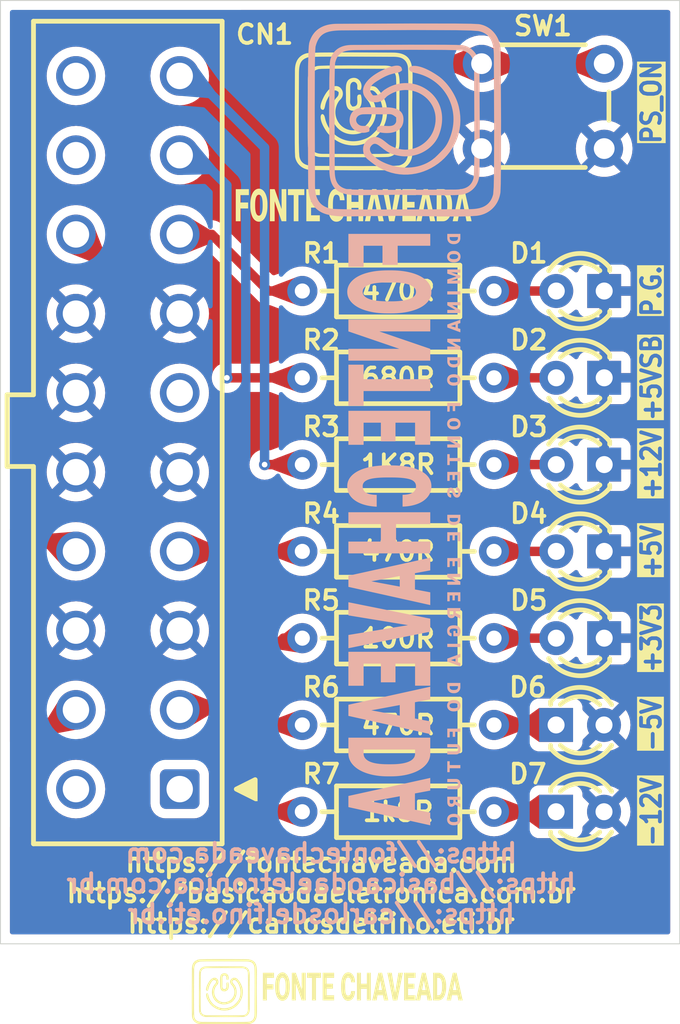
<source format=kicad_pcb>
(kicad_pcb (version 20240108) (generator "pcbnew") (generator_version "8.0")
  (layers (0 "F.Cu" signal) (31 "B.Cu" signal) (34 "B.Paste" user) (35 "F.Paste" user) (36 "B.SilkS" user "B.Silkscreen") (37 "F.SilkS" user "F.Silkscreen") (38 "B.Mask" user) (39 "F.Mask" user) (44 "Edge.Cuts" user))
  (net 0 "")
  (net 1 "Net-(D1-A)")
  (net 2 "GND")
  (net 3 "Net-(D2-A)")
  (net 4 "-12V")
  (net 5 "-5V")
  (net 6 "+12V")
  (net 7 "+5V")
  (net 8 "+3.3V")
  (net 9 "/PS_ON")
  (net 10 "Net-(D4-A)")
  (net 11 "Net-(D3-A)")
  (net 12 "Net-(D6-K)")
  (net 13 "Net-(D5-A)")
  (net 14 "Net-(D7-K)")
  (net 15 "+P_G")
  (net 16 "+5V_SB")
  (footprint "Library:LED_D3.0mm" (layer "F.Cu") (at 131 65.4 180)
    (property "Reference" "D1")
    (property "Value" "LED")
  )
  (footprint "Library:LED_D3.0mm" (layer "F.Cu") (at 131 79.2 180)
    (property "Reference" "D4")
    (property "Value" "LED")
  )
  (footprint "Library:LED_D3.0mm" (layer "F.Cu") (at 131 83.8 180)
    (property "Reference" "D5")
    (property "Value" "LED")
  )
  (footprint "Library:R_Axial_DIN0207_L6.3mm_D2.5mm_P10.16mm_Horizontal" (layer "F.Cu") (at 115 79.2)
    (property "Reference" "R4")
    (property "Value" "470R")
  )
  (footprint "Library:R_Axial_DIN0207_L6.3mm_D2.5mm_P10.16mm_Horizontal" (layer "F.Cu") (at 115 74.6)
    (property "Reference" "R3")
    (property "Value" "1K8R")
  )
  (footprint "Library:R_Axial_DIN0207_L6.3mm_D2.5mm_P10.16mm_Horizontal" (layer "F.Cu") (at 115 88.4)
    (property "Reference" "R6")
    (property "Value" "470R")
  )
  (footprint "Library:LED_D3.0mm" (layer "F.Cu") (at 128.45 93)
    (property "Reference" "D7")
    (property "Value" "LED")
  )
  (footprint "Library:R_Axial_DIN0207_L6.3mm_D2.5mm_P10.16mm_Horizontal" (layer "F.Cu") (at 115 93)
    (property "Reference" "R7")
    (property "Value" "1k8R")
  )
  (footprint "Library:R_Axial_DIN0207_L6.3mm_D2.5mm_P10.16mm_Horizontal" (layer "F.Cu") (at 115 65.4)
    (property "Reference" "R1")
    (property "Value" "470R")
  )
  (footprint "Library:W4505-20PDRDTXR" (layer "F.Cu") (at 108.5 91.8 180)
    (property "Reference" "CN1")
    (property "Value" "W4505-20PDRDTXR")
  )
  (footprint "Library:R_Axial_DIN0207_L6.3mm_D2.5mm_P10.16mm_Horizontal" (layer "F.Cu") (at 115 70)
    (property "Reference" "R2")
    (property "Value" "680R")
  )
  (footprint "Library:LED_D3.0mm" (layer "F.Cu") (at 128.45 88.4)
    (property "Reference" "D6")
    (property "Value" "LED")
  )
  (footprint "Library:LED_D3.0mm" (layer "F.Cu") (at 131 70 180)
    (property "Reference" "D2")
    (property "Value" "LED")
  )
  (footprint "Library:LED_D3.0mm" (layer "F.Cu") (at 131 74.6 180)
    (property "Reference" "D3")
    (property "Value" "LED")
  )
  (footprint "Library:R_Axial_DIN0207_L6.3mm_D2.5mm_P10.16mm_Horizontal" (layer "F.Cu") (at 115 83.8)
    (property "Reference" "R5")
    (property "Value" "100R")
  )
  (footprint "Library:SW_PUSH_6mm_H4.3mm" (layer "F.Cu") (at 131 57.85 180)
    (property "Reference" "SW1")
    (property "Value" "SW_DPST_x2")
  )
  (gr_poly (pts (xy 123.376293 88.593768) (xy 123.376293 88.760984) (xy 123.100339 88.760984) (xy 123.100339 89.030411) (xy 122.971516 89.030411) (xy 122.971516 88.760984) (xy 122.811589 88.760984) (xy 122.811589 89.057617) (xy 122.682851 89.057617) (xy 122.682851 88.593768)) (stroke (width -0.000001)) (fill solid) (layer "B.SilkS"))
  (gr_poly (pts (xy 123.376124 78.182387) (xy 123.376124 78.659964) (xy 123.24747 78.659964) (xy 123.24747 78.349518) (xy 123.08161 78.349518) (xy 123.08161 78.612334) (xy 122.957702 78.612334) (xy 122.957702 78.349518) (xy 122.81142 78.349518) (xy 122.81142 78.660982) (xy 122.682681 78.660982) (xy 122.682681 78.182387)) (stroke (width -0.000001)) (fill solid) (layer "B.SilkS"))
  (gr_poly (pts (xy 123.375869 62.371614) (xy 123.375869 62.599853) (xy 123.375643 62.611022) (xy 123.37509 62.62206) (xy 123.374211 62.632968) (xy 123.373004 62.643744) (xy 123.371469 62.654391) (xy 123.369606 62.664906) (xy 123.367415 62.675292) (xy 123.364894 62.685547) (xy 123.362044 62.695672) (xy 123.358863 62.705667) (xy 123.355351 62.715532) (xy 123.351509 62.725268) (xy 123.347334 62.734874) (xy 123.342827 62.74435) (xy 123.337988 62.753697) (xy 123.332816 62.762914) (xy 123.327364 62.771937) (xy 123.321656 62.780698) (xy 123.315691 62.789198) (xy 123.309469 62.797437) (xy 123.30299 62.805417) (xy 123.296253 62.813138) (xy 123.289259 62.8206) (xy 123.282007 62.827804) (xy 123.274496 62.834751) (xy 123.266727 62.841441) (xy 123.258699 62.847876) (xy 123.250412 62.854055) (xy 123.241866 62.859979) (xy 123.233061 62.865649) (xy 123.223996 62.871066) (xy 123.21467 62.87623) (xy 123.205167 62.881094) (xy 123.195503 62.885645) (xy 123.185681 62.889881) (xy 123.1757 62.893804) (xy 123.165563 62.897413) (xy 123.15527 62.900709) (xy 123.144822 62.90369) (xy 123.13422 62.906358) (xy 123.123465 62.908712) (xy 123.112558 62.910752) (xy 123.1015 62.912478) (xy 123.090292 62.91389) (xy 123.078935 62.914989) (xy 123.06743 62.915773) (xy 123.055778 62.916244) (xy 123.04398 62.916401) (xy 123.013893 62.916401) (xy 123.013893 62.745882) (xy 123.043725 62.745882) (xy 123.056178 62.745733) (xy 123.068238 62.745285) (xy 123.079905 62.744539) (xy 123.09118 62.743494) (xy 123.102063 62.742149) (xy 123.112555 62.740505) (xy 123.122655 62.73856) (xy 123.132365 62.736315) (xy 123.141685 62.733768) (xy 123.150615 62.730921) (xy 123.159155 62.727772) (xy 123.167306 62.72432) (xy 123.175068 62.720567) (xy 123.182442 62.71651) (xy 123.189427 62.71215) (xy 123.196025 62.707487) (xy 123.202216 62.702526) (xy 123.20801 62.697305) (xy 123.213409 62.691824) (xy 123.21841 62.686083) (xy 123.223015 62.680083) (xy 123.227221 62.673822) (xy 123.231029 62.667303) (xy 123.234439 62.660524) (xy 123.237449 62.653486) (xy 123.24006 62.646188) (xy 123.24227 62.638632) (xy 123.24408 62.630817) (xy 123.245488 62.622743) (xy 123.246495 62.61441) (xy 123.247099 62.605819) (xy 123.2473 62.59697) (xy 123.2473 62.538917) (xy 122.811335 62.538917) (xy 122.811335 62.594937) (xy 122.811536 62.604047) (xy 122.812137 62.612879) (xy 122.813139 62.621433) (xy 122.814541 62.62971) (xy 122.816343 62.63771) (xy 122.818544 62.645433) (xy 122.821144 62.652879) (xy 122.824143 62.660048) (xy 122.82754 62.666942) (xy 122.831335 62.67356) (xy 122.835528 62.679902) (xy 122.840118 62.685968) (xy 122.845104 62.69176) (xy 122.850487 62.697277) (xy 122.856266 62.702519) (xy 122.862441 62.707487) (xy 122.868991 62.71215) (xy 122.875929 62.71651) (xy 122.883254 62.720567) (xy 122.890968 62.72432) (xy 122.89907 62.727772) (xy 122.907561 62.730921) (xy 122.91644 62.733768) (xy 122.925708 62.736315) (xy 122.935366 62.73856) (xy 122.945414 62.740505) (xy 122.955851 62.742149) (xy 122.966678 62.743494) (xy 122.977896 62.744539) (xy 122.989504 62.745285) (xy 123.001503 62.745733) (xy 123.013893 62.745882) (xy 123.013893 62.916401) (xy 123.012113 62.916401) (xy 123.000408 62.916194) (xy 122.988844 62.915667) (xy 122.977422 62.91482) (xy 122.966141 62.913654) (xy 122.955002 62.912168) (xy 122.944004 62.910364) (xy 122.933148 62.90824) (xy 122.922434 62.905797) (xy 122.911862 62.903036) (xy 122.901432 62.899956) (xy 122.891145 62.896557) (xy 122.881 62.89284) (xy 122.870997 62.888805) (xy 122.861137 62.884451) (xy 122.85142 62.87978) (xy 122.841845 62.87479) (xy 122.832463 62.869544) (xy 122.823352 62.86404) (xy 122.814512 62.858279) (xy 122.805944 62.852262) (xy 122.797646 62.84599) (xy 122.789618 62.839462) (xy 122.781861 62.832679) (xy 122.774372 62.825643) (xy 122.767153 62.818354) (xy 122.760203 62.810812) (xy 122.753521 62.803018) (xy 122.747107 62.794972) (xy 122.740961 62.786676) (xy 122.735082 62.778129) (xy 122.72947 62.769333) (xy 122.724124 62.760288) (xy 122.719076 62.751032) (xy 122.714355 62.741633) (xy 122.709962 62.73209) (xy 122.705895 62.722404) (xy 122.702155 62.712574) (xy 122.698742 62.702601) (xy 122.695655 62.692483) (xy 122.692894 62.682222) (xy 122.690459 62.671817) (xy 122.688349 62.661268) (xy 122.686564 62.650574) (xy 122.685105 62.639736) (xy 122.68397 62.628753) (xy 122.68316 62.617626) (xy 122.682674 62.606354) (xy 122.682512 62.594937) (xy 122.682512 62.371614)) (stroke (width -0.000001)) (fill solid) (layer "B.SilkS"))
  (gr_poly (pts (xy 121.780749 84.52151) (xy 121.780749 86.318934) (xy 120.975095 86.318934) (xy 120.975095 85.150879) (xy 119.937643 85.150879) (xy 119.937643 86.139768) (xy 119.937728 86.139768) (xy 119.162499 86.139768) (xy 119.162499 85.15088) (xy 118.247176 85.15088) (xy 118.247176 86.322664) (xy 117.441522 86.322664) (xy 117.441522 84.52151)) (stroke (width -0.000001)) (fill solid) (layer "B.SilkS"))
  (gr_poly (pts (xy 122.68302 89.962431) (xy 122.68302 89.962516) (xy 122.682935 89.962431)) (stroke (width -0.000001)) (fill solid) (layer "B.SilkS"))
  (gr_poly (pts (xy 123.376124 81.367204) (xy 123.376124 81.844867) (xy 123.24747 81.844867) (xy 123.24747 81.53442) (xy 123.08161 81.53442) (xy 123.08161 81.797237) (xy 122.957702 81.797237) (xy 122.957702 81.53442) (xy 122.81142 81.53442) (xy 122.81142 81.845884) (xy 122.682681 81.845884) (xy 122.682681 81.367204)) (stroke (width -0.000001)) (fill solid) (layer "B.SilkS"))
  (gr_poly (pts (xy 121.780749 79.533419) (xy 121.780749 80.20542) (xy 120.968993 80.35594) (xy 120.968993 81.217615) (xy 121.780749 81.37) (xy 121.780749 82.045729) (xy 120.163423 81.686246) (xy 120.163423 81.06718) (xy 120.163423 80.506376) (xy 118.656953 80.785888) (xy 120.163423 81.06718) (xy 120.163423 81.686246) (xy 117.441522 81.081249) (xy 117.441522 80.490441)) (stroke (width -0.000001)) (fill solid) (layer "B.SilkS"))
  (gr_poly (pts (xy 123.114239 73.530678) (xy 122.682681 73.285491) (xy 122.682681 73.11836) (xy 123.376124 73.11836) (xy 123.376124 73.285491) (xy 122.944566 73.285491) (xy 123.376124 73.531187) (xy 123.376124 73.6973) (xy 122.682681 73.6973) (xy 122.682681 73.530678)) (stroke (width -0.000001)) (fill solid) (layer "B.SilkS"))
  (gr_poly (pts (xy 122.6731 63.566163) (xy 122.673595 63.555263) (xy 122.67442 63.544513) (xy 122.675576 63.533912) (xy 122.677062 63.523462) (xy 122.678879 63.513161) (xy 122.681028 63.503011) (xy 122.683508 63.493012) (xy 122.686319 63.483164) (xy 122.689463 63.473466) (xy 122.692939 63.463921) (xy 122.696748 63.454527) (xy 122.700889 63.445284) (xy 122.705363 63.436194) (xy 122.71017 63.427257) (xy 122.715311 63.418472) (xy 122.720743 63.409874) (xy 122.726454 63.401528) (xy 122.732445 63.393435) (xy 122.738715 63.385594) (xy 122.745263 63.378007) (xy 122.752089 63.370672) (xy 122.759194 63.36359) (xy 122.766576 63.356762) (xy 122.774234 63.350186) (xy 122.78217 63.343864) (xy 122.790382 63.337796) (xy 122.79887 63.331982) (xy 122.807634 63.326421) (xy 122.816673 63.321114) (xy 122.825986 63.316061) (xy 122.835574 63.311262) (xy 122.845424 63.306737) (xy 122.855458 63.302505) (xy 122.865677 63.298567) (xy 122.876082 63.294923) (xy 122.886671 63.291571) (xy 122.897446 63.288512) (xy 122.908407 63.285746) (xy 122.919553 63.283272) (xy 122.930885 63.28109) (xy 122.942403 63.279199) (xy 122.954106 63.2776) (xy 122.965996 63.276293) (xy 122.978072 63.275276) (xy 122.990334 63.274551) (xy 123.002783 63.274115) (xy 123.015418 63.27397) (xy 123.054489 63.27397) (xy 123.066669 63.274349) (xy 123.078675 63.275008) (xy 123.090505 63.275949) (xy 123.102161 63.277172) (xy 123.113641 63.278679) (xy 123.124945 63.280469) (xy 123.136074 63.282544) (xy 123.147028 63.284904) (xy 123.157805 63.28755) (xy 123.168407 63.290483) (xy 123.178833 63.293703) (xy 123.189082 63.297212) (xy 123.199155 63.30101) (xy 123.209052 63.305097) (xy 123.218772 63.309475) (xy 123.228316 63.314145) (xy 123.237665 63.319061) (xy 123.246737 63.324211) (xy 123.255534 63.329597) (xy 123.264056 63.335218) (xy 123.272301 63.341074) (xy 123.280272 63.347167) (xy 123.287967 63.353495) (xy 123.295386 63.360059) (xy 123.302531 63.366859) (xy 123.3094 63.373896) (xy 123.315995 63.381171) (xy 123.322315 63.388682) (xy 123.32836 63.39643) (xy 123.334131 63.404416) (xy 123.339628 63.41264) (xy 123.34485 63.421102) (xy 123.349791 63.429733) (xy 123.354413 63.438526) (xy 123.358714 63.44748) (xy 123.362697 63.456594) (xy 123.36636 63.465868) (xy 123.369704 63.4753) (xy 123.372729 63.484889) (xy 123.375435 63.494636) (xy 123.377822 63.504538) (xy 123.37989 63.514596) (xy 123.38164 63.524808) (xy 123.383072 63.535172) (xy 123.384185 63.54569) (xy 123.38498 63.556359) (xy 123.385457 63.567179) (xy 123.385615 63.578148) (xy 123.385454 63.589149) (xy 123.384967 63.599996) (xy 123.384155 63.61069) (xy 123.383017 63.621233) (xy 123.381553 63.631623) (xy 123.379761 63.641862) (xy 123.37764 63.651949) (xy 123.375191 63.661885) (xy 123.372412 63.67167) (xy 123.369302 63.681304) (xy 123.365862 63.690788) (xy 123.362089 63.700121) (xy 123.357983 63.709304) (xy 123.353544 63.718338) (xy 123.348771 63.727222) (xy 123.343663 63.735957) (xy 123.338247 63.744496) (xy 123.332551 63.752793) (xy 123.326574 63.760845) (xy 123.320316 63.768653) (xy 123.313776 63.776215) (xy 123.306954 63.783531) (xy 123.29985 63.790601) (xy 123.292463 63.797423) (xy 123.284793 63.803997) (xy 123.276839 63.810321) (xy 123.268602 63.816396) (xy 123.260081 63.822221) (xy 123.251275 63.827794) (xy 123.242184 63.833115) (xy 123.232808 63.838183) (xy 123.223146 63.842998) (xy 123.213311 63.84754) (xy 123.203287 63.851787) (xy 123.193076 63.85574) (xy 123.182678 63.8594) (xy 123.172094 63.862766) (xy 123.161324 63.865839) (xy 123.15037 63.868618) (xy 123.139231 63.871105) (xy 123.127908 63.873298) (xy 123.116402 63.875199) (xy 123.104713 63.876807) (xy 123.092843 63.878122) (xy 123.080792 63.879145) (xy 123.06856 63.879875) (xy 123.056148 63.880313) (xy 123.043556 63.880459) (xy 123.043556 63.880456) (xy 123.014317 63.880456) (xy 123.014317 63.710445) (xy 123.014327 63.710435) (xy 123.014338 63.710425) (xy 123.014359 63.710404) (xy 123.01438 63.710383) (xy 123.014401 63.710361) (xy 123.046268 63.710361) (xy 123.058715 63.710181) (xy 123.070792 63.709734) (xy 123.082498 63.709021) (xy 123.093834 63.708043) (xy 123.104799 63.706799) (xy 123.115395 63.705289) (xy 123.125622 63.703514) (xy 123.13548 63.701473) (xy 123.14497 63.699168) (xy 123.154091 63.696597) (xy 123.162845 63.693761) (xy 123.171231 63.69066) (xy 123.179251 63.687295) (xy 123.186903 63.683665) (xy 123.19419 63.67977) (xy 123.20111 63.675611) (xy 123.207639 63.671237) (xy 123.213747 63.66663) (xy 123.219437 63.661793) (xy 123.224706 63.656724) (xy 123.229555 63.651424) (xy 123.233984 63.645895) (xy 123.237992 63.640136) (xy 123.241579 63.634148) (xy 123.244746 63.627932) (xy 123.24749 63.621487) (xy 123.249814 63.614816) (xy 123.251715 63.607917) (xy 123.253194 63.600792) (xy 123.254251 63.593441) (xy 123.254886 63.585865) (xy 123.255097 63.578064) (xy 123.254883 63.569851) (xy 123.254243 63.561898) (xy 123.253762 63.558018) (xy 123.253174 63.554204) (xy 123.25248 63.550454) (xy 123.251678 63.546769) (xy 123.250769 63.543149) (xy 123.249754 63.539593) (xy 123.248631 63.536102) (xy 123.247401 63.532676) (xy 123.246064 63.529314) (xy 123.24462 63.526016) (xy 123.243068 63.522783) (xy 123.24141 63.519615) (xy 123.239644 63.51651) (xy 123.237771 63.51347) (xy 123.23579 63.510494) (xy 123.233702 63.507582) (xy 123.231507 63.504735) (xy 123.229204 63.501951) (xy 123.226794 63.499232) (xy 123.224277 63.496576) (xy 123.221652 63.493985) (xy 123.218919 63.491457) (xy 123.216079 63.488993) (xy 123.213131 63.486594) (xy 123.210075 63.484257) (xy 123.206912 63.481985) (xy 123.203641 63.479776) (xy 123.200262 63.477631) (xy 123.193229 63.473537) (xy 123.185826 63.469709) (xy 123.178054 63.466146) (xy 123.169914 63.462849) (xy 123.161404 63.459818) (xy 123.152527 63.457051) (xy 123.143282 63.454549) (xy 123.133669 63.452311) (xy 123.123688 63.450337) (xy 123.113341 63.448628) (xy 123.102626 63.447182) (xy 123.091544 63.446) (xy 123.080096 63.44508) (xy 123.068282 63.444424) (xy 123.056102 63.444031) (xy 123.043556 63.443899) (xy 122.992535 63.444409) (xy 122.969644 63.445775) (xy 122.958753 63.446804) (xy 122.948231 63.448063) (xy 122.938078 63.449554) (xy 122.928295 63.451275) (xy 122.918881 63.453227) (xy 122.909837 63.455409) (xy 122.901162 63.457823) (xy 122.892856 63.460468) (xy 122.88492 63.463344) (xy 122.877353 63.46645) (xy 122.870155 63.469788) (xy 122.863326 63.473358) (xy 122.856867 63.477158) (xy 122.850777 63.48119) (xy 122.845056 63.485454) (xy 122.839704 63.489948) (xy 122.834721 63.494675) (xy 122.830108 63.499633) (xy 122.825864 63.504822) (xy 122.821989 63.510244) (xy 122.818483 63.515897) (xy 122.815346 63.521782) (xy 122.812578 63.527899) (xy 122.81018 63.534247) (xy 122.80815 63.540828) (xy 122.80649 63.547641) (xy 122.805198 63.554686) (xy 122.804276 63.561963) (xy 122.803722 63.569473) (xy 122.803538 63.577215) (xy 122.803748 63.585137) (xy 122.80438 63.592824) (xy 122.804853 63.596579) (xy 122.805431 63.600275) (xy 122.806114 63.603913) (xy 122.806903 63.607492) (xy 122.807796 63.611013) (xy 122.808794 63.614476) (xy 122.809897 63.61788) (xy 122.811104 63.621226) (xy 122.812417 63.624514) (xy 122.813834 63.627744) (xy 122.815355 63.630915) (xy 122.816982 63.634029) (xy 122.818712 63.637085) (xy 122.820548 63.640083) (xy 122.822487 63.643024) (xy 122.824531 63.645907) (xy 122.82668 63.648732) (xy 122.828933 63.6515) (xy 122.83129 63.654211) (xy 122.833751 63.656864) (xy 122.836316 63.65946) (xy 122.838986 63.661999) (xy 122.844637 63.666905) (xy 122.850704 63.671584) (xy 122.857186 63.676036) (xy 122.864087 63.680221) (xy 122.871377 63.684133) (xy 122.879056 63.687771) (xy 122.887125 63.691137) (xy 122.895583 63.694231) (xy 122.90443 63.697053) (xy 122.913667 63.699604) (xy 122.923293 63.701885) (xy 122.933308 63.703895) (xy 122.943713 63.705636) (xy 122.954507 63.707108) (xy 122.96569 63.70831) (xy 122.977263 63.709245) (xy 122.989225 63.709912) (xy 123.001576 63.710312) (xy 123.014317 63.710445) (xy 123.014317 63.880456) (xy 123.011774 63.880456) (xy 122.999341 63.88026) (xy 122.987087 63.879769) (xy 122.975011 63.878981) (xy 122.963112 63.877898) (xy 122.951391 63.876519) (xy 122.939846 63.874843) (xy 122.928478 63.872872) (xy 122.917286 63.870604) (xy 122.90627 63.868041) (xy 122.89543 63.865181) (xy 122.884764 63.862026) (xy 122.874273 63.858574) (xy 122.863956 63.854827) (xy 122.853814 63.850783) (xy 122.843845 63.846444) (xy 122.834049 63.841808) (xy 122.824524 63.836875) (xy 122.815274 63.831705) (xy 122.806299 63.826298) (xy 122.797599 63.820655) (xy 122.789174 63.814773) (xy 122.781026 63.808655) (xy 122.773154 63.802298) (xy 122.765558 63.795703) (xy 122.75824 63.78887) (xy 122.751199 63.781798) (xy 122.744437 63.774487) (xy 122.737952 63.766938) (xy 122.731746 63.759149) (xy 122.725819 63.75112) (xy 122.720171 63.742851) (xy 122.714803 63.734343) (xy 122.709738 63.725653) (xy 122.704998 63.716809) (xy 122.700585 63.707811) (xy 122.696498 63.69866) (xy 122.692737 63.689358) (xy 122.689302 63.679904) (xy 122.686194 63.6703) (xy 122.683413 63.660546) (xy 122.680958 63.650643) (xy 122.67883 63.640591) (xy 122.677029 63.630392) (xy 122.675556 63.620047) (xy 122.674409 63.609555) (xy 122.67359 63.598918) (xy 122.673099 63.588137) (xy 122.672935 63.577211)) (stroke (width -0.000001)) (fill solid) (layer "B.SilkS"))
  (gr_poly (pts (xy 123.16509 64.632633) (xy 122.682596 64.47796) (xy 122.682596 64.258365) (xy 123.376039 64.258365) (xy 123.376039 64.425665) (xy 123.214077 64.425665) (xy 122.882189 64.40931) (xy 123.37604 64.577459) (xy 123.37604 64.687976) (xy 122.882697 64.855616) (xy 123.214077 64.839429) (xy 123.376039 64.839429) (xy 123.376039 65.00707) (xy 122.682596 65.00707) (xy 122.682596 64.786966)) (stroke (width -0.000001)) (fill solid) (layer "B.SilkS"))
  (gr_poly (pts (xy 118.217976 54.740408) (xy 118.230161 54.663033) (xy 118.252812 54.583246) (xy 118.28653 54.501362) (xy 118.331922 54.417696) (xy 118.38959 54.332562) (xy 118.460139 54.246276) (xy 118.544173 54.159153) (xy 118.642295 54.071508) (xy 118.75511 53.983656) (xy 118.883222 53.895913) (xy 119.027235 53.808593) (xy 119.152546 53.740869) (xy 119.329783 53.654534) (xy 119.431174 53.609751) (xy 119.537506 53.566752) (xy 119.646098 53.527684) (xy 119.754271 53.494691) (xy 119.859345 53.46992) (xy 119.909881 53.461288) (xy 119.958638 53.455516) (xy 120.005279 53.452872) (xy 120.049471 53.453625) (xy 120.090877 53.458043) (xy 120.129164 53.466394) (xy 120.163995 53.478946) (xy 120.195035 53.495967) (xy 120.221951 53.517726) (xy 120.244406 53.544491) (xy 120.262066 53.57653) (xy 120.274596 53.614111) (xy 120.28166 53.657502) (xy 120.282924 53.706973) (xy 120.262456 53.725322) (xy 120.241734 53.741753) (xy 120.22069 53.756428) (xy 120.199257 53.769511) (xy 120.177365 53.781164) (xy 120.154947 53.791552) (xy 120.131935 53.800837) (xy 120.108259 53.809184) (xy 120.058646 53.823712) (xy 120.005563 53.836444) (xy 119.886803 53.861742) (xy 119.820034 53.876921) (xy 119.74761 53.89553) (xy 119.668988 53.918873) (xy 119.627181 53.932729) (xy 119.583619 53.948259) (xy 119.538235 53.965625) (xy 119.490959 53.984992) (xy 119.441724 54.006523) (xy 119.390462 54.03038) (xy 119.337103 54.056728) (xy 119.281581 54.085729) (xy 119.223826 54.117547) (xy 119.163771 54.152345) (xy 119.034883 54.228236) (xy 118.968729 54.268397) (xy 118.90346 54.310313) (xy 118.840597 54.354193) (xy 118.78166 54.400243) (xy 118.728166 54.448673) (xy 118.703936 54.473845) (xy 118.681637 54.499691) (xy 118.661459 54.526235) (xy 118.643592 54.553504) (xy 118.628226 54.581524) (xy 118.615551 54.610321) (xy 118.605756 54.639922) (xy 118.599032 54.670351) (xy 118.595568 54.701636) (xy 118.595556 54.733801) (xy 118.599183 54.766874) (xy 118.606642 54.80088) (xy 118.61812 54.835845) (xy 118.633809 54.871796) (xy 118.653899 54.908757) (xy 118.678578 54.946756) (xy 118.708038 54.985819) (xy 118.742468 55.02597) (xy 118.77484 55.028467) (xy 118.805555 55.029699) (xy 118.834695 55.029716) (xy 118.862343 55.028568) (xy 118.88858 55.026304) (xy 118.91349 55.022974) (xy 118.937155 55.018629) (xy 118.959656 55.013319) (xy 118.981077 55.007092) (xy 119.0015 55) (xy 119.021007 54.992091) (xy 119.03968 54.983417) (xy 119.057603 54.974026) (xy 119.074856 54.963968) (xy 119.107687 54.942054) (xy 119.138831 54.918073) (xy 119.168947 54.892424) (xy 119.228734 54.83772) (xy 119.259722 54.809463) (xy 119.292318 54.781135) (xy 119.327182 54.753135) (xy 119.364973 54.725861) (xy 119.487797 54.648731) (xy 119.61405 54.581344) (xy 119.743242 54.523663) (xy 119.87488 54.475653) (xy 120.008476 54.437277) (xy 120.143539 54.408499) (xy 120.279577 54.389284) (xy 120.416101 54.379595) (xy 120.552621 54.379395) (xy 120.688644 54.38865) (xy 120.823682 54.407323) (xy 120.957243 54.435377) (xy 121.088837 54.472776) (xy 121.217974 54.519485) (xy 121.344162 54.575468) (xy 121.466912 54.640688) (xy 121.550661 54.691657) (xy 121.630478 54.745464) (xy 121.706368 54.802006) (xy 121.778337 54.86118) (xy 121.846389 54.922884) (xy 121.910531 54.987014) (xy 121.970766 55.053469) (xy 122.027101 55.122145) (xy 122.079541 55.19294) (xy 122.128091 55.265751) (xy 122.172755 55.340475) (xy 122.21354 55.41701) (xy 122.25045 55.495253) (xy 122.28349 55.575101) (xy 122.312667 55.656452) (xy 122.337984 55.739202) (xy 122.359448 55.82325) (xy 122.377063 55.908492) (xy 122.390834 55.994825) (xy 122.400768 56.082148) (xy 122.406868 56.170357) (xy 122.40914 56.259349) (xy 122.40759 56.349023) (xy 122.402223 56.439274) (xy 122.393043 56.530001) (xy 122.380056 56.621101) (xy 122.363267 56.712471) (xy 122.342682 56.804008) (xy 122.318305 56.89561) (xy 122.290142 56.987174) (xy 122.258198 57.078597) (xy 122.222478 57.169777) (xy 122.191405 57.239607) (xy 122.156325 57.308441) (xy 122.117346 57.376123) (xy 122.074578 57.4425) (xy 122.028131 57.507418) (xy 121.978114 57.570723) (xy 121.924635 57.632262) (xy 121.867805 57.69188) (xy 121.807732 57.749425) (xy 121.744527 57.804742) (xy 121.678297 57.857677) (xy 121.609153 57.908077) (xy 121.537204 57.955787) (xy 121.462559 58.000655) (xy 121.385327 58.042525) (xy 121.305619 58.081245) (xy 121.223542 58.116661) (xy 121.139206 58.148619) (xy 121.052721 58.176965) (xy 120.964195 58.201545) (xy 120.873739 58.222205) (xy 120.781462 58.238792) (xy 120.687472 58.251152) (xy 120.591879 58.259131) (xy 120.494793 58.262576) (xy 120.396322 58.261332) (xy 120.296576 58.255246) (xy 120.195665 58.244163) (xy 120.093697 58.227931) (xy 119.990782 58.206396) (xy 119.887029 58.179402) (xy 119.782548 58.146798) (xy 119.725996 58.12617) (xy 119.671624 58.103485) (xy 119.619345 58.078996) (xy 119.569076 58.052956) (xy 119.520732 58.025621) (xy 119.474229 57.997244) (xy 119.386408 57.938378) (xy 119.304935 57.878391) (xy 119.229137 57.819313) (xy 119.091859 57.71201) (xy 119.029029 57.667847) (xy 118.99877 57.649027) (xy 118.969169 57.632719) (xy 118.940143 57.619177) (xy 118.911606 57.608655) (xy 118.883474 57.601408) (xy 118.855663 57.597689) (xy 118.828088 57.597751) (xy 118.800664 57.60185) (xy 118.773308 57.610238) (xy 118.745934 57.623169) (xy 118.718459 57.640899) (xy 118.690798 57.663679) (xy 118.662866 57.691765) (xy 118.634579 57.72541) (xy 118.600716 57.782111) (xy 118.583737 57.842727) (xy 118.582884 57.906596) (xy 118.597399 57.973054) (xy 118.626527 58.041438) (xy 118.669509 58.111087) (xy 118.72559 58.181337) (xy 118.794011 58.251525) (xy 118.874016 58.320989) (xy 118.964848 58.389065) (xy 119.065749 58.455091) (xy 119.175963 58.518405) (xy 119.294733 58.578342) (xy 119.421302 58.63424) (xy 119.554912 58.685437) (xy 119.694807 58.73127) (xy 119.84023 58.771075) (xy 119.990423 58.804191) (xy 120.14463 58.829954) (xy 120.302093 58.847701) (xy 120.462056 58.856769) (xy 120.623761 58.856496) (xy 120.786451 58.84622) (xy 120.94937 58.825276) (xy 121.111761 58.793002) (xy 121.272865 58.748736) (xy 121.431927 58.691814) (xy 121.58819 58.621574) (xy 121.740895 58.537353) (xy 121.889287 58.438488) (xy 122.032608 58.324316) (xy 122.170101 58.194174) (xy 122.290866 58.07102) (xy 122.398383 57.959948) (xy 122.447852 57.906382) (xy 122.494825 57.852763) (xy 122.539573 57.798067) (xy 122.582368 57.74127) (xy 122.623481 57.681348) (xy 122.663184 57.617275) (xy 122.70175 57.548029) (xy 122.739449 57.472583) (xy 122.776554 57.389915) (xy 122.813336 57.298999) (xy 122.850068 57.198812) (xy 122.88702 57.088329) (xy 122.925572 56.956172) (xy 122.956874 56.823546) (xy 122.981011 56.690693) (xy 122.998068 56.557858) (xy 123.008132 56.425284) (xy 123.011288 56.293214) (xy 123.007623 56.161893) (xy 122.997221 56.031563) (xy 122.98017 55.902469) (xy 122.956554 55.774855) (xy 122.926459 55.648963) (xy 122.889972 55.525037) (xy 122.847178 55.403322) (xy 122.798163 55.28406) (xy 122.743013 55.167496) (xy 122.681813 55.053873) (xy 122.61465 54.943434) (xy 122.541609 54.836424) (xy 122.462776 54.733086) (xy 122.378237 54.633663) (xy 122.288077 54.538399) (xy 122.192383 54.447539) (xy 122.09124 54.361325) (xy 121.984735 54.280001) (xy 121.872952 54.203811) (xy 121.755978 54.132998) (xy 121.633899 54.067806) (xy 121.5068 54.008479) (xy 121.374767 53.955261) (xy 121.237886 53.908394) (xy 121.096243 53.868123) (xy 120.949924 53.834691) (xy 120.891485 53.820647) (xy 120.839445 53.803615) (xy 120.79379 53.784018) (xy 120.75451 53.762278) (xy 120.721592 53.738816) (xy 120.695025 53.714054) (xy 120.674797 53.688414) (xy 120.660896 53.662317) (xy 120.653311 53.636186) (xy 120.65203 53.610441) (xy 120.657041 53.585506) (xy 120.668332 53.5618) (xy 120.685892 53.539747) (xy 120.709708 53.519768) (xy 120.73977 53.502284) (xy 120.776065 53.487718) (xy 120.818582 53.476491) (xy 120.867308 53.469024) (xy 120.922233 53.465741) (xy 120.983344 53.467061) (xy 121.050629 53.473407) (xy 121.124077 53.485202) (xy 121.203677 53.502865) (xy 121.289416 53.52682) (xy 121.381282 53.557488) (xy 121.479264 53.595291) (xy 121.583351 53.64065) (xy 121.69353 53.693987) (xy 121.809789 53.755724) (xy 121.932117 53.826282) (xy 122.060503 53.906084) (xy 122.194933 53.995551) (xy 122.194932 53.99547) (xy 122.286577 54.06252) (xy 122.376951 54.136701) (xy 122.465669 54.217491) (xy 122.552346 54.304369) (xy 122.636596 54.396812) (xy 122.718034 54.494299) (xy 122.796277 54.596306) (xy 122.870937 54.702314) (xy 122.941631 54.811798) (xy 123.007972 54.924237) (xy 123.069577 55.03911) (xy 123.12606 55.155893) (xy 123.177035 55.274066) (xy 123.222118 55.393106) (xy 123.260924 55.51249) (xy 123.293067 55.631697) (xy 123.342601 55.880337) (xy 123.370912 56.124709) (xy 123.378862 56.364225) (xy 123.367315 56.598298) (xy 123.337133 56.826339) (xy 123.289178 57.047761) (xy 123.224314 57.261975) (xy 123.143403 57.468393) (xy 123.047308 57.666428) (xy 122.936892 57.855491) (xy 122.813018 58.034995) (xy 122.676547 58.204352) (xy 122.528344 58.362973) (xy 122.369271 58.510271) (xy 122.200189 58.645657) (xy 122.021964 58.768544) (xy 121.835456 58.878344) (xy 121.641529 58.974469) (xy 121.441046 59.056331) (xy 121.234869 59.123341) (xy 121.023861 59.174912) (xy 120.808885 59.210456) (xy 120.590803 59.229385) (xy 120.370479 59.231111) (xy 120.148775 59.215046) (xy 119.926553 59.180602) (xy 119.704678 59.127191) (xy 119.48401 59.054226) (xy 119.265414 58.961117) (xy 119.049752 58.847277) (xy 118.837886 58.712119) (xy 118.630679 58.555054) (xy 118.511972 58.461113) (xy 118.481409 58.436039) (xy 118.45112 58.409889) (xy 118.421419 58.382443) (xy 118.392621 58.353483) (xy 118.365039 58.322787) (xy 118.338989 58.290136) (xy 118.326636 58.273009) (xy 118.314783 58.25531) (xy 118.30347 58.237013) (xy 118.292737 58.21809) (xy 118.282621 58.198513) (xy 118.273164 58.178255) (xy 118.264403 58.157288) (xy 118.256379 58.135585) (xy 118.24913 58.113118) (xy 118.242696 58.089861) (xy 118.237116 58.065785) (xy 118.232429 58.040863) (xy 118.224194 57.980908) (xy 118.219896 57.924142) (xy 118.219342 57.870429) (xy 118.222344 57.819634) (xy 118.22871 57.771621) (xy 118.238251 57.726257) (xy 118.250777 57.683405) (xy 118.266097 57.642931) (xy 118.284021 57.604699) (xy 118.304359 57.568575) (xy 118.326921 57.534423) (xy 118.351516 57.502109) (xy 118.377955 57.471497) (xy 118.406047 57.442452) (xy 118.435602 57.41484) (xy 118.46643 57.388525) (xy 118.514791 57.351359) (xy 118.5623 57.319691) (xy 118.608969 57.29327) (xy 118.654814 57.271846) (xy 118.69985 57.25517) (xy 118.74409 57.242992) (xy 118.787549 57.235062) (xy 118.830243 57.23113) (xy 118.872185 57.230946) (xy 118.91339 57.234261) (xy 118.953873 57.240824) (xy 118.993648 57.250386) (xy 119.03273 57.262697) (xy 119.071133 57.277507) (xy 119.108872 57.294566) (xy 119.145962 57.313625) (xy 119.218251 57.356741) (xy 119.288118 57.404856) (xy 119.355678 57.455971) (xy 119.421048 57.508088) (xy 119.545685 57.607332) (xy 119.605185 57.650462) (xy 119.662961 57.686598) (xy 119.755849 57.735377) (xy 119.848855 57.777704) (xy 119.941833 57.813735) (xy 120.034637 57.843631) (xy 120.127122 57.867549) (xy 120.219141 57.885647) (xy 120.310549 57.898085) (xy 120.401199 57.905021) (xy 120.490946 57.906613) (xy 120.579643 57.903019) (xy 120.667145 57.894399) (xy 120.753306 57.880911) (xy 120.83798 57.862713) (xy 120.92102 57.839963) (xy 121.002281 57.812821) (xy 121.081617 57.781445) (xy 121.158882 57.745992) (xy 121.23393 57.706623) (xy 121.306615 57.663494) (xy 121.376792 57.616766) (xy 121.444313 57.566595) (xy 121.509034 57.513141) (xy 121.570807 57.456563) (xy 121.629488 57.397018) (xy 121.684931 57.334665) (xy 121.736989 57.269662) (xy 121.785516 57.202169) (xy 121.830367 57.132344) (xy 121.871395 57.060345) (xy 121.908455 56.98633) (xy 121.9414 56.910458) (xy 121.970085 56.832888) (xy 122.011321 56.693604) (xy 122.040418 56.556652) (xy 122.057836 56.422336) (xy 122.064035 56.290957) (xy 122.059475 56.16282) (xy 122.044615 56.038227) (xy 122.019916 55.917481) (xy 121.985837 55.800885) (xy 121.942838 55.688741) (xy 121.891379 55.581353) (xy 121.831919 55.479024) (xy 121.764919 55.382055) (xy 121.690839 55.290752) (xy 121.610137 55.205415) (xy 121.523275 55.126348) (xy 121.430712 55.053855) (xy 121.332907 54.988237) (xy 121.230321 54.929798) (xy 121.123413 54.878841) (xy 121.012643 54.835668) (xy 120.898471 54.800583) (xy 120.781357 54.773888) (xy 120.661761 54.755886) (xy 120.540142 54.74688) (xy 120.416961 54.747174) (xy 120.292677 54.757069) (xy 120.16775 54.776869) (xy 120.042639 54.806877) (xy 119.917806 54.847395) (xy 119.793708 54.898727) (xy 119.670807 54.961175) (xy 119.549563 55.035043) (xy 119.527586 55.050109) (xy 119.508228 55.064373) (xy 119.491129 55.07796) (xy 119.475926 55.090995) (xy 119.462258 55.103604) (xy 119.449762 55.115912) (xy 119.438077 55.128043) (xy 119.426842 55.140124) (xy 119.404271 55.164634) (xy 119.392212 55.177314) (xy 119.379155 55.190444) (xy 119.364739 55.204149) (xy 119.348601 55.218556) (xy 119.33038 55.233788) (xy 119.309714 55.249971) (xy 119.241669 55.296044) (xy 119.171404 55.333087) (xy 119.099523 55.361416) (xy 119.02663 55.381346) (xy 118.95333 55.393192) (xy 118.880227 55.397269) (xy 118.807924 55.393892) (xy 118.737025 55.383377) (xy 118.668135 55.366037) (xy 118.601857 55.342189) (xy 118.538796 55.312148) (xy 118.479556 55.276228) (xy 118.42474 55.234744) (xy 118.374952 55.188013) (xy 118.330797 55.136348) (xy 118.292879 55.080065) (xy 118.261801 55.019479) (xy 118.238168 54.954906) (xy 118.222583 54.886659) (xy 118.215651 54.815055)) (stroke (width -0.000001)) (fill solid) (layer "B.SilkS"))
  (gr_poly (pts (xy 123.376124 79.553847) (xy 123.376124 80.031425) (xy 123.24747 80.031425) (xy 123.24747 79.720978) (xy 123.08161 79.720978) (xy 123.08161 79.983795) (xy 122.957702 79.983795) (xy 122.957702 79.720978) (xy 122.81142 79.720978) (xy 122.81142 80.032442) (xy 122.682681 80.032442) (xy 122.682681 79.553847)) (stroke (width -0.000001)) (fill solid) (layer "B.SilkS"))
  (gr_poly (pts (xy 122.673439 93.403916) (xy 122.673934 93.393003) (xy 122.674759 93.382241) (xy 122.675914 93.371631) (xy 122.677401 93.361172) (xy 122.679218 93.350865) (xy 122.681367 93.340709) (xy 122.683847 93.330705) (xy 122.686658 93.320853) (xy 122.689802 93.311153) (xy 122.693278 93.301606) (xy 122.697086 93.29221) (xy 122.701228 93.282967) (xy 122.705702 93.273877) (xy 122.710509 93.26494) (xy 122.71565 93.256155) (xy 122.721082 93.247557) (xy 122.726793 93.239211) (xy 122.732784 93.231119) (xy 122.739054 93.223279) (xy 122.745602 93.215693) (xy 122.752428 93.20836) (xy 122.759533 93.20128) (xy 122.766914 93.194455) (xy 122.774573 93.187884) (xy 122.782509 93.181568) (xy 122.790721 93.175506) (xy 122.799209 93.1697) (xy 122.807973 93.164148) (xy 122.817011 93.158852) (xy 122.826325 93.153812) (xy 122.835913 93.149028) (xy 122.845763 93.144489) (xy 122.855797 93.140247) (xy 122.866016 93.136303) (xy 122.876421 93.132654) (xy 122.88701 93.1293) (xy 122.897785 93.126242) (xy 122.908746 93.123478) (xy 122.919892 93.121007) (xy 122.931224 93.118829) (xy 122.942741 93.116944) (xy 122.954445 93.11535) (xy 122.966335 93.114048) (xy 122.978411 93.113036) (xy 122.990673 93.112314) (xy 123.003122 93.111881) (xy 123.015757 93.111737) (xy 123.054828 93.111737) (xy 123.067008 93.112102) (xy 123.079014 93.112751) (xy 123.090844 93.113684) (xy 123.1025 93.114902) (xy 123.11398 93.116405) (xy 123.125284 93.118194) (xy 123.136413 93.120268) (xy 123.147367 93.122628) (xy 123.158144 93.125274) (xy 123.168746 93.128206) (xy 123.179172 93.131425) (xy 123.189421 93.13493) (xy 123.199494 93.138723) (xy 123.209391 93.142802) (xy 123.219111 93.14717) (xy 123.228655 93.151825) (xy 123.238003 93.156742) (xy 123.247076 93.161896) (xy 123.255873 93.167285) (xy 123.264395 93.172911) (xy 123.27264 93.178773) (xy 123.280611 93.18487) (xy 123.288305 93.191203) (xy 123.295725 93.197771) (xy 123.30287 93.204575) (xy 123.309739 93.211614) (xy 123.316334 93.218888) (xy 123.322654 93.226398) (xy 123.328699 93.234142) (xy 123.33447 93.242121) (xy 123.339967 93.250334) (xy 123.345189 93.258782) (xy 123.35013 93.267427) (xy 123.354751 93.27623) (xy 123.359053 93.285191) (xy 123.363036 93.294311) (xy 123.366699 93.303587) (xy 123.370043 93.313021) (xy 123.373068 93.322611) (xy 123.375774 93.332358) (xy 123.378161 93.34226) (xy 123.380229 93.352318) (xy 123.381979 93.362532) (xy 123.38341 93.3729) (xy 123.384524 93.383422) (xy 123.385319 93.394099) (xy 123.385795 93.404929) (xy 123.385954 93.415913) (xy 123.385792 93.426897) (xy 123.385306 93.437731) (xy 123.384494 93.448415) (xy 123.383356 93.458948) (xy 123.381892 93.469332) (xy 123.380099 93.479565) (xy 123.377979 93.489649) (xy 123.37553 93.499584) (xy 123.372751 93.50937) (xy 123.369641 93.519008) (xy 123.3662 93.528496) (xy 123.362428 93.537837) (xy 123.358322 93.547029) (xy 123.353883 93.556074) (xy 123.34911 93.564971) (xy 123.344002 93.573721) (xy 123.338586 93.582246) (xy 123.33289 93.590529) (xy 123.326913 93.59857) (xy 123.320654 93.606368) (xy 123.314114 93.613922) (xy 123.307293 93.621232) (xy 123.300188 93.628296) (xy 123.292801 93.635114) (xy 123.285132 93.641684) (xy 123.277178 93.648006) (xy 123.268941 93.654079) (xy 123.26042 93.659902) (xy 123.251614 93.665475) (xy 123.242523 93.670796) (xy 123.233147 93.675864) (xy 123.223485 93.680679) (xy 123.21365 93.685219) (xy 123.203626 93.689467) (xy 123.193415 93.69342) (xy 123.183017 93.697079) (xy 123.172433 93.700446) (xy 123.161663 93.703518) (xy 123.150708 93.706298) (xy 123.139569 93.708785) (xy 123.128247 93.710978) (xy 123.116741 93.712879) (xy 123.105052 93.714486) (xy 123.093182 93.715802) (xy 123.081131 93.716825) (xy 123.068898 93.717555) (xy 123.056486 93.717993) (xy 123.043895 93.718139) (xy 123.014656 93.718139) (xy 123.014656 93.548211) (xy 123.014677 93.54819) (xy 123.014698 93.548169) (xy 123.01474 93.548126) (xy 123.046606 93.548126) (xy 123.059054 93.547931) (xy 123.071131 93.547471) (xy 123.082837 93.546747) (xy 123.094172 93.545758) (xy 123.105138 93.544506) (xy 123.115734 93.542989) (xy 123.125961 93.541209) (xy 123.135819 93.539164) (xy 123.145309 93.536855) (xy 123.15443 93.534281) (xy 123.163184 93.531444) (xy 123.17157 93.528342) (xy 123.179589 93.524976) (xy 123.187242 93.521346) (xy 123.194529 93.517452) (xy 123.201449 93.513293) (xy 123.207977 93.508918) (xy 123.214086 93.504312) (xy 123.219775 93.499474) (xy 123.225045 93.494405) (xy 123.229894 93.489107) (xy 123.234323 93.483579) (xy 123.238331 93.477823) (xy 123.241918 93.471839) (xy 123.245084 93.465627) (xy 123.247829 93.459188) (xy 123.250152 93.452523) (xy 123.252054 93.445633) (xy 123.253533 93.438518) (xy 123.25459 93.431178) (xy 123.255224 93.423615) (xy 123.255436 93.415828) (xy 123.255222 93.407614) (xy 123.254581 93.399659) (xy 123.254101 93.395778) (xy 123.253513 93.391962) (xy 123.252818 93.38821) (xy 123.252017 93.384523) (xy 123.251108 93.3809) (xy 123.250092 93.377342) (xy 123.24897 93.373848) (xy 123.24774 93.370419) (xy 123.246403 93.367055) (xy 123.244959 93.363755) (xy 123.243407 93.36052) (xy 123.241749 93.357349) (xy 123.239983 93.354243) (xy 123.23811 93.351201) (xy 123.236129 93.348224) (xy 123.234041 93.345312) (xy 123.231846 93.342464) (xy 123.229543 93.33968) (xy 123.227133 93.336961) (xy 123.224615 93.334307) (xy 123.22199 93.331717) (xy 123.219258 93.329192) (xy 123.216417 93.326732) (xy 123.21347 93.324335) (xy 123.210414 93.322004) (xy 123.207251 93.319737) (xy 123.20398 93.317535) (xy 123.200601 93.315397) (xy 123.193568 93.311288) (xy 123.186165 93.307447) (xy 123.178393 93.303873) (xy 123.170252 93.300566) (xy 123.161743 93.297526) (xy 123.152866 93.294753) (xy 123.143621 93.292245) (xy 123.134008 93.290003) (xy 123.124027 93.288026) (xy 123.113679 93.286314) (xy 123.102965 93.284866) (xy 123.091883 93.283682) (xy 123.080435 93.282762) (xy 123.068621 93.282105) (xy 123.056441 93.281712) (xy 123.043895 93.281581) (xy 122.992874 93.282174) (xy 122.969983 93.283526) (xy 122.959092 93.284548) (xy 122.94857 93.285802) (xy 122.938417 93.287286) (xy 122.928634 93.289002) (xy 122.91922 93.29095) (xy 122.910176 93.293128) (xy 122.901501 93.295538) (xy 122.893195 93.29818) (xy 122.885259 93.301053) (xy 122.877691 93.304157) (xy 122.870494 93.307493) (xy 122.863665 93.311061) (xy 122.857206 93.314861) (xy 122.851115 93.318893) (xy 122.845394 93.323156) (xy 122.840043 93.327652) (xy 122.83506 93.332379) (xy 122.830447 93.337339) (xy 122.826203 93.342531) (xy 122.822328 93.347955) (xy 122.818822 93.353611) (xy 122.815685 93.3595) (xy 122.812917 93.365621) (xy 122.810519 93.371974) (xy 122.808489 93.37856) (xy 122.806829 93.385379) (xy 122.805537 93.39243) (xy 122.804615 93.399714) (xy 122.804061 93.407231) (xy 122.803877 93.414981) (xy 122.804087 93.422888) (xy 122.804718 93.430562) (xy 122.805192 93.434312) (xy 122.80577 93.438003) (xy 122.806453 93.441636) (xy 122.807242 93.445211) (xy 122.808135 93.448727) (xy 122.809133 93.452186) (xy 122.810236 93.455586) (xy 122.811443 93.458929) (xy 122.812756 93.462214) (xy 122.814173 93.465441) (xy 122.815694 93.46861) (xy 122.817321 93.471722) (xy 122.819051 93.474776) (xy 122.820887 93.477773) (xy 122.822826 93.480712) (xy 122.82487 93.483593) (xy 122.827019 93.486418) (xy 122.829272 93.489185) (xy 122.831628 93.491894) (xy 122.83409 93.494547) (xy 122.836655 93.497142) (xy 122.839325 93.499681) (xy 122.844976 93.504587) (xy 122.851043 93.509265) (xy 122.857525 93.513717) (xy 122.864426 93.517917) (xy 122.871716 93.521842) (xy 122.879395 93.525492) (xy 122.887464 93.528868) (xy 122.895922 93.53197) (xy 122.904769 93.534799) (xy 122.914005 93.537355) (xy 122.923631 93.53964) (xy 122.933647 93.541654) (xy 122.944051 93.543397) (xy 122.954845 93.544871) (xy 122.966029 93.546075) (xy 122.977602 93.54701) (xy 122.989564 93.547678) (xy 123.001915 93.548078) (xy 123.014656 93.548211) (xy 123.014656 93.718139) (xy 123.012113 93.718139) (xy 122.99968 93.717943) (xy 122.987426 93.717452) (xy 122.975349 93.716664) (xy 122.963451 93.715581) (xy 122.951729 93.714201) (xy 122.940185 93.712525) (xy 122.928817 93.710554) (xy 122.917625 93.708287) (xy 122.906609 93.705723) (xy 122.895768 93.702864) (xy 122.885103 93.699708) (xy 122.874612 93.696257) (xy 122.864295 93.69251) (xy 122.854153 93.688466) (xy 122.844184 93.684127) (xy 122.834388 93.679492) (xy 122.824863 93.674559) (xy 122.815613 93.669389) (xy 122.806638 93.663982) (xy 122.797937 93.658338) (xy 122.789513 93.652457) (xy 122.781365 93.646338) (xy 122.773493 93.639982) (xy 122.765897 93.633387) (xy 122.758579 93.626554) (xy 122.751538 93.619482) (xy 122.744775 93.612171) (xy 122.738291 93.604621) (xy 122.732085 93.596832) (xy 122.726158 93.588803) (xy 122.72051 93.580535) (xy 122.715142 93.572026) (xy 122.710076 93.563336) (xy 122.705337 93.554492) (xy 122.700924 93.545494) (xy 122.696836 93.536344) (xy 122.693075 93.527043) (xy 122.689641 93.517591) (xy 122.686533 93.507989) (xy 122.683751 93.498239) (xy 122.681297 93.48834) (xy 122.679169 93.478295) (xy 122.677368 93.468103) (xy 122.675895 93.457766) (xy 122.674748 93.447284) (xy 122.673929 93.436659) (xy 122.673438 93.42589) (xy 122.673274 93.41498)) (stroke (width -0.000001)) (fill solid) (layer "B.SilkS"))
  (gr_poly (pts (xy 123.136021 91.641117) (xy 123.143893 91.641013) (xy 123.15149 91.6407) (xy 123.158813 91.640179) (xy 123.16586 91.639449) (xy 123.172632 91.63851) (xy 123.179127 91.637363) (xy 123.185347 91.636007) (xy 123.191289 91.634443) (xy 123.196955 91.63267) (xy 123.202343 91.630689) (xy 123.207453 91.628499) (xy 123.212285 91.6261) (xy 123.216839 91.623493) (xy 123.221113 91.620677) (xy 123.225109 91.617653) (xy 123.228824 91.61442) (xy 123.232288 91.610998) (xy 123.23553 91.607374) (xy 123.238549 91.603548) (xy 123.241345 91.599522) (xy 123.243918 91.595297) (xy 123.246268 91.590873) (xy 123.248395 91.58625) (xy 123.250298 91.58143) (xy 123.251978 91.576414) (xy 123.253435 91.571202) (xy 123.254667 91.565794) (xy 123.255676 91.560192) (xy 123.256461 91.554396) (xy 123.257022 91.548408) (xy 123.257358 91.542227) (xy 123.257471 91.535855) (xy 123.25736 91.529525) (xy 123.257028 91.523389) (xy 123.256474 91.517449) (xy 123.255698 91.511705) (xy 123.2547 91.506155) (xy 123.253481 91.5008) (xy 123.25204 91.495641) (xy 123.250377 91.490677) (xy 123.248491 91.485908) (xy 123.246384 91.481334) (xy 123.244054 91.476955) (xy 123.241502 91.472772) (xy 123.238727 91.468783) (xy 123.23573 91.46499) (xy 123.23251 91.461392) (xy 123.229068 91.457989) (xy 123.225403 91.454781) (xy 123.221515 91.451769) (xy 123.217405 91.448951) (xy 123.213071 91.446329) (xy 123.208514 91.443902) (xy 123.203734 91.44167) (xy 123.198732 91.439633) (xy 123.193505 91.437791) (xy 123.188056 91.436145) (xy 123.182383 91.434694) (xy 123.176486 91.433437) (xy 123.170366 91.432376) (xy 123.157455 91.43084) (xy 123.143649 91.430084) (xy 122.683021 91.430084) (xy 122.683021 91.261936) (xy 123.140428 91.261936) (xy 123.154537 91.262405) (xy 123.168262 91.26343) (xy 123.181604 91.265012) (xy 123.194562 91.267151) (xy 123.207139 91.269847) (xy 123.219334 91.2731) (xy 123.23115 91.276912) (xy 123.242586 91.281281) (xy 123.253644 91.286208) (xy 123.264324 91.291694) (xy 123.274628 91.297738) (xy 123.284556 91.304341) (xy 123.294109 91.311504) (xy 123.303287 91.319225) (xy 123.312093 91.327507) (xy 123.320527 91.336348) (xy 123.328456 91.345664) (xy 123.335876 91.355401) (xy 123.342788 91.365559) (xy 123.34919 91.376138) (xy 123.355081 91.387137) (xy 123.360463 91.398557) (xy 123.365333 91.410397) (xy 123.369693 91.422658) (xy 123.373541 91.435338) (xy 123.376877 91.448439) (xy 123.379701 91.461959) (xy 123.382013 91.475899) (xy 123.383811 91.490259) (xy 123.385096 91.505038) (xy 123.385867 91.520237) (xy 123.386125 91.535855) (xy 123.386008 91.546241) (xy 123.38566 91.556453) (xy 123.38508 91.566493) (xy 123.384268 91.576359) (xy 123.383225 91.586051) (xy 123.38195 91.595569) (xy 123.380445 91.604912) (xy 123.378709 91.614081) (xy 123.376742 91.623076) (xy 123.374545 91.631895) (xy 123.372119 91.640539) (xy 123.369463 91.649007) (xy 123.366577 91.6573) (xy 123.363462 91.665416) (xy 123.360118 91.673357) (xy 123.356546 91.68112) (xy 123.352755 91.688684) (xy 123.348755 91.696023) (xy 123.344545 91.703138) (xy 123.340126 91.710029) (xy 123.335497 91.716697) (xy 123.330658 91.723141) (xy 123.325607 91.729363) (xy 123.320346 91.735362) (xy 123.314873 91.741138) (xy 123.309188 91.746692) (xy 123.303291 91.752025) (xy 123.297181 91.757135) (xy 123.290858 91.762024) (xy 123.284321 91.766692) (xy 123.277571 91.771139) (xy 123.270607 91.775365) (xy 123.263486 91.77935) (xy 123.256201 91.783076) (xy 123.248754 91.786543) (xy 123.241142 91.78975) (xy 123.233367 91.792699) (xy 123.225428 91.795389) (xy 123.217324 91.797821) (xy 123.209056 91.799996) (xy 123.200622 91.801913) (xy 123.192024 91.803574) (xy 123.18326 91.804978) (xy 123.174331 91.806126) (xy 123.165236 91.807018) (xy 123.155975 91.807655) (xy 123.146547 91.808037) (xy 123.136953 91.808164) (xy 122.68302 91.808164) (xy 122.68302 91.641117)) (stroke (width -0.000001)) (fill solid) (layer "B.SilkS"))
  (gr_poly (pts (xy 121.780749 71.749695) (xy 121.780749 73.547121) (xy 120.975095 73.547121) (xy 120.975095 72.379066) (xy 119.937643 72.379066) (xy 119.937643 73.368038) (xy 119.162499 73.368038) (xy 119.162499 72.379066) (xy 118.247176 72.379066) (xy 118.247176 73.550765) (xy 117.441522 73.550765) (xy 117.441522 71.749695)) (stroke (width -0.000001)) (fill solid) (layer "B.SilkS"))
  (gr_poly (pts (xy 121.780663 62.371614) (xy 121.780663 63.001069) (xy 120.053584 63.001069) (xy 120.053584 64.015129) (xy 119.247929 64.015129) (xy 119.247929 63.001069) (xy 118.24709 63.001069) (xy 118.24709 64.117171) (xy 117.441436 64.117171) (xy 117.441436 62.371614)) (stroke (width -0.000001)) (fill solid) (layer "B.SilkS"))
  (gr_poly (pts (xy 122.68302 91.808164) (xy 122.68302 91.808248) (xy 122.682935 91.808164)) (stroke (width -0.000001)) (fill solid) (layer "B.SilkS"))
  (gr_poly (pts (xy 121.780748 66.911956) (xy 121.780748 67.540732) (xy 119.08012 67.540732) (xy 121.780748 68.465379) (xy 121.780748 69.090595) (xy 117.441521 69.090595) (xy 117.441521 68.463598) (xy 120.14215 68.463598) (xy 117.441521 67.540732) (xy 117.441521 66.911956)) (stroke (width -0.000001)) (fill solid) (layer "B.SilkS"))
  (gr_poly (pts (xy 123.376208 84.628723) (xy 123.376208 84.80738) (xy 123.246537 84.847298) (xy 123.246537 85.076469) (xy 123.376208 85.116896) (xy 123.376208 85.296486) (xy 123.117884 85.20098) (xy 123.117884 85.03638) (xy 123.117884 84.887216) (xy 122.877103 84.961459) (xy 123.117884 85.03638) (xy 123.117884 85.20098) (xy 122.682765 85.04011) (xy 122.682765 84.883149)) (stroke (width -0.000001)) (fill solid) (layer "B.SilkS"))
  (gr_poly (pts (xy 115.302239 53.51076) (xy 115.325355 52.681238) (xy 115.34244 52.410395) (xy 115.363738 52.257202) (xy 115.38319 52.189215) (xy 115.404842 52.123864) (xy 115.428647 52.061121) (xy 115.454561 52.000952) (xy 115.482538 51.943329) (xy 115.512532 51.888218) (xy 115.544499 51.83559) (xy 115.578394 51.785413) (xy 115.61417 51.737655) (xy 115.651784 51.692287) (xy 115.691189 51.649277) (xy 115.73234 51.608594) (xy 115.775193 51.570206) (xy 115.819701 51.534083) (xy 115.86582 51.500193) (xy 115.913504 51.468506) (xy 115.962708 51.438991) (xy 116.013387 51.411615) (xy 116.065496 51.386349) (xy 116.118989 51.363161) (xy 116.173821 51.34202) (xy 116.229947 51.322895) (xy 116.287321 51.305755) (xy 116.345899 51.290569) (xy 116.405635 51.277305) (xy 116.466483 51.265933) (xy 116.591338 51.248739) (xy 116.720101 51.238739) (xy 116.85241 51.235684) (xy 120.731559 51.220069) (xy 123.104952 51.22248) (xy 123.936667 51.233276) (xy 124.355182 51.253145) (xy 124.415519 51.263593) (xy 124.474803 51.276719) (xy 124.532984 51.292465) (xy 124.590011 51.310772) (xy 124.645833 51.331582) (xy 124.7004 51.354836) (xy 124.75366 51.380477) (xy 124.805564 51.408446) (xy 124.85606 51.438684) (xy 124.905098 51.471134) (xy 124.952627 51.505737) (xy 124.998597 51.542435) (xy 125.042957 51.581169) (xy 125.085655 51.621881) (xy 125.126643 51.664513) (xy 125.165868 51.709006) (xy 125.20328 51.755303) (xy 125.238829 51.803344) (xy 125.272464 51.853072) (xy 125.304134 51.904428) (xy 125.333788 51.957354) (xy 125.361376 52.011791) (xy 125.386848 52.067682) (xy 125.410152 52.124968) (xy 125.431237 52.18359) (xy 125.450054 52.24349) (xy 125.466552 52.304611) (xy 125.480679 52.366893) (xy 125.492385 52.430278) (xy 125.50162 52.494708) (xy 125.508333 52.560125) (xy 125.512473 52.626471) (xy 125.533883 56.391955) (xy 125.528216 58.858237) (xy 125.51795 59.727146) (xy 125.501455 60.158904) (xy 125.492478 60.22245) (xy 125.481084 60.284881) (xy 125.467317 60.34615) (xy 125.45122 60.406214) (xy 125.432833 60.465027) (xy 125.4122 60.522542) (xy 125.389364 60.578716) (xy 125.364367 60.633503) (xy 125.337251 60.686858) (xy 125.308058 60.738734) (xy 125.276833 60.789088) (xy 125.243616 60.837873) (xy 125.208451 60.885045) (xy 125.171379 60.930558) (xy 125.132444 60.974367) (xy 125.091688 61.016426) (xy 125.049154 61.056691) (xy 125.004883 61.095116) (xy 124.958919 61.131655) (xy 124.911304 61.166264) (xy 124.86208 61.198898) (xy 124.81129 61.22951) (xy 124.758977 61.258055) (xy 124.705182 61.284489) (xy 124.64995 61.308766) (xy 124.593321 61.330841) (xy 124.535338 61.350669) (xy 124.476045 61.368203) (xy 124.415483 61.3834) (xy 124.353695 61.396213) (xy 124.290724 61.406597) (xy 124.226612 61.414508) (xy 124.226527 61.414508) (xy 123.848089 61.4389) (xy 123.358854 61.449646) (xy 122.786587 61.450155) (xy 122.159051 61.443841) (xy 120.849234 61.424386) (xy 120.222481 61.418069) (xy 119.663555 61.418563) (xy 119.663555 61.078975) (xy 123.562579 61.062023) (xy 123.78026 61.062566) (xy 123.894303 61.061148) (xy 124.010228 61.056763) (xy 124.126843 61.048029) (xy 124.242959 61.033565) (xy 124.357384 61.01199) (xy 124.468929 60.981923) (xy 124.523249 60.963273) (xy 124.576402 60.941982) (xy 124.628241 60.917878) (xy 124.678615 60.890787) (xy 124.727376 60.860538) (xy 124.774375 60.826957) (xy 124.819463 60.789872) (xy 124.862492 60.74911) (xy 124.903313 60.704498) (xy 124.941777 60.655864) (xy 124.977735 60.603036) (xy 125.011038 60.54584) (xy 125.041538 60.484104) (xy 125.069086 60.417656) (xy 125.093532 60.346322) (xy 125.114729 60.26993) (xy 125.142536 59.895531) (xy 125.158953 59.131041) (xy 125.167096 56.918543) (xy 125.151004 53.166764) (xy 125.151014 53.166742) (xy 125.151025 53.166721) (xy 125.151046 53.16668) (xy 125.151067 53.166638) (xy 125.151078 53.166617) (xy 125.151089 53.166595) (xy 125.151242 52.945778) (xy 125.149321 52.829846) (xy 125.14421 52.711972) (xy 125.134519 52.593461) (xy 125.118853 52.475619) (xy 125.09582 52.359751) (xy 125.064027 52.247162) (xy 125.04441 52.192505) (xy 125.022082 52.139158) (xy 124.996867 52.087283) (xy 124.968592 52.037043) (xy 124.937082 51.988603) (xy 124.902164 51.942124) (xy 124.863663 51.89777) (xy 124.821405 51.855705) (xy 124.775217 51.816091) (xy 124.724924 51.779092) (xy 124.670351 51.74487) (xy 124.611326 51.713589) (xy 124.547674 51.685413) (xy 124.47922 51.660503) (xy 124.405791 51.639024) (xy 124.327213 51.621139) (xy 123.925284 51.592515) (xy 123.154786 51.575789) (xy 120.967636 51.56803) (xy 117.225658 51.585287) (xy 117.063824 51.586509) (xy 116.912245 51.590918) (xy 116.770622 51.599336) (xy 116.638655 51.612588) (xy 116.516045 51.631496) (xy 116.402491 51.656886) (xy 116.297694 51.689581) (xy 116.248486 51.708925) (xy 116.201354 51.730404) (xy 116.156261 51.754122) (xy 116.113171 51.780181) (xy 116.072044 51.808683) (xy 116.032845 51.839733) (xy 115.995535 51.873433) (xy 115.960076 51.909886) (xy 115.926433 51.949195) (xy 115.894566 51.991463) (xy 115.864438 52.036793) (xy 115.836013 52.085288) (xy 115.809251 52.137051) (xy 115.784117 52.192185) (xy 115.760573 52.250793) (xy 115.73858 52.312978) (xy 115.699102 52.44849) (xy 115.676745 52.800247) (xy 115.663675 53.55513) (xy 115.657616 55.770956) (xy 115.671303 59.5036) (xy 115.670741 59.724949) (xy 115.672206 59.839475) (xy 115.676741 59.955106) (xy 115.685773 60.070745) (xy 115.700732 60.185295) (xy 115.723048 60.29766) (xy 115.754148 60.406741) (xy 115.77344 60.459707) (xy 115.795463 60.511442) (xy 115.820397 60.561807) (xy 115.84842 60.610666) (xy 115.879712 60.657881) (xy 115.91445 60.703316) (xy 115.952813 60.746833) (xy 115.99498 60.788295) (xy 116.041129 60.827565) (xy 116.09144 60.864506) (xy 116.14609 60.898981) (xy 116.205258 60.930852) (xy 116.269124 60.959983) (xy 116.337864 60.986237) (xy 116.411659 61.009475) (xy 116.490687 61.029562) (xy 116.526379 61.035452) (xy 116.57878 61.040893) (xy 116.730618 61.050491) (xy 116.940009 61.058474) (xy 117.200762 61.064959) (xy 117.851587 61.073913) (xy 118.633561 61.078297) (xy 119.663555 61.078975) (xy 119.663555 61.418563) (xy 119.65152 61.418574) (xy 119.516937 61.420252) (xy 119.388353 61.422653) (xy 119.266237 61.425833) (xy 119.151058 61.429848) (xy 118.655088 61.42739) (xy 118.621781 61.427221) (xy 117.365352 61.447225) (xy 117.077034 61.442762) (xy 116.803128 61.426371) (xy 116.545682 61.393979) (xy 116.306743 61.341514) (xy 116.194855 61.306482) (xy 116.088361 61.264905) (xy 115.987518 61.216274) (xy 115.892583 61.160079) (xy 115.80381 61.095813) (xy 115.721457 61.022966) (xy 115.645778 60.941029) (xy 115.577031 60.849493) (xy 115.515471 60.747849) (xy 115.461354 60.635588) (xy 115.414936 60.512201) (xy 115.376473 60.377179) (xy 115.346221 60.230014) (xy 115.324436 60.070196) (xy 115.311375 59.897216) (xy 115.307293 59.710565) (xy 115.289177 55.865369)) (stroke (width -0.000001)) (fill solid) (layer "B.SilkS"))
  (gr_poly (pts (xy 123.376124 71.328732) (xy 123.376124 71.496033) (xy 123.100171 71.496033) (xy 123.100171 71.765376) (xy 122.971347 71.765376) (xy 122.971347 71.496033) (xy 122.81142 71.496033) (xy 122.81142 71.79258) (xy 122.682681 71.79258) (xy 122.682681 71.328732)) (stroke (width -0.000001)) (fill solid) (layer "B.SilkS"))
  (gr_poly (pts (xy 116.430016 54.131384) (xy 116.448041 53.484156) (xy 116.461364 53.272826) (xy 116.477973 53.153285) (xy 116.493128 53.100237) (xy 116.509997 53.049248) (xy 116.528545 53.000293) (xy 116.548737 52.953348) (xy 116.570536 52.908388) (xy 116.593909 52.86539) (xy 116.61882 52.824329) (xy 116.645233 52.78518) (xy 116.673113 52.747919) (xy 116.702424 52.712523) (xy 116.733133 52.678967) (xy 116.765202 52.647226) (xy 116.798597 52.617276) (xy 116.833283 52.589094) (xy 116.869224 52.562654) (xy 116.906385 52.537932) (xy 116.94473 52.514905) (xy 116.984225 52.493547) (xy 117.024834 52.473835) (xy 117.066521 52.455745) (xy 117.109252 52.439251) (xy 117.152991 52.42433) (xy 117.197703 52.410957) (xy 117.243353 52.399109) (xy 117.289904 52.38876) (xy 117.337323 52.379887) (xy 117.434619 52.366471) (xy 117.534959 52.358666) (xy 117.638061 52.356277) (xy 120.660917 52.344115) (xy 122.510419 52.345979) (xy 123.158549 52.354376) (xy 123.48469 52.369837) (xy 123.531704 52.377992) (xy 123.577897 52.388237) (xy 123.62323 52.400526) (xy 123.667664 52.414813) (xy 123.711158 52.431052) (xy 123.753675 52.449199) (xy 123.795173 52.469208) (xy 123.835615 52.491033) (xy 123.874959 52.514628) (xy 123.913167 52.539949) (xy 123.9502 52.566949) (xy 123.986018 52.595584) (xy 124.020581 52.625807) (xy 124.05385 52.657574) (xy 124.085785 52.690838) (xy 124.116348 52.725554) (xy 124.145499 52.761677) (xy 124.173197 52.799161) (xy 124.199405 52.83796) (xy 124.224082 52.87803) (xy 124.247189 52.919324) (xy 124.268686 52.961797) (xy 124.288534 53.005404) (xy 124.306694 53.050098) (xy 124.323126 53.095835) (xy 124.33779 53.142569) (xy 124.350648 53.190255) (xy 124.361659 53.238846) (xy 124.370785 53.288298) (xy 124.377986 53.338565) (xy 124.383222 53.389601) (xy 124.386454 53.441361) (xy 124.403086 56.379317) (xy 124.398705 58.303564) (xy 124.390727 58.981519) (xy 124.377894 59.318414) (xy 124.370902 59.367985) (xy 124.362027 59.416685) (xy 124.351301 59.464481) (xy 124.338759 59.511336) (xy 124.324432 59.557216) (xy 124.308354 59.602085) (xy 124.290558 59.645907) (xy 124.271078 59.688648) (xy 124.249947 59.730272) (xy 124.227197 59.770743) (xy 124.202863 59.810027) (xy 124.176977 59.848088) (xy 124.149572 59.884891) (xy 124.120682 59.9204) (xy 124.09034 59.95458) (xy 124.058579 59.987396) (xy 124.025433 60.018812) (xy 123.990933 60.048793) (xy 123.955115 60.077304) (xy 123.91801 60.104309) (xy 123.879652 60.129773) (xy 123.840074 60.153661) (xy 123.79931 60.175937) (xy 123.757392 60.196566) (xy 123.714355 60.215513) (xy 123.67023 60.232742) (xy 123.625051 60.248218) (xy 123.578852 60.261905) (xy 123.531665 60.273769) (xy 123.483525 60.283774) (xy 123.434463 60.291885) (xy 123.384513 60.298066) (xy 123.384429 60.298066) (xy 123.089542 60.31709) (xy 122.708305 60.325469) (xy 122.262356 60.325864) (xy 121.773332 60.320938) (xy 120.752611 60.305777) (xy 120.264189 60.300866) (xy 119.828651 60.301276) (xy 119.828651 60.036182) (xy 122.867017 60.023044) (xy 123.036656 60.02347) (xy 123.125532 60.022364) (xy 123.215876 60.018941) (xy 123.306758 60.012125) (xy 123.397252 60.000837) (xy 123.48643 59.984001) (xy 123.573363 59.960539) (xy 123.615698 59.945987) (xy 123.657124 59.929374) (xy 123.697525 59.910566) (xy 123.736785 59.889428) (xy 123.774787 59.865826) (xy 123.811417 59.839625) (xy 123.846558 59.81069) (xy 123.880094 59.778886) (xy 123.911909 59.744079) (xy 123.941887 59.706135) (xy 123.969912 59.664918) (xy 123.995869 59.620293) (xy 124.01964 59.572127) (xy 124.04111 59.520285) (xy 124.060164 59.464631) (xy 124.076685 59.405031) (xy 124.098334 59.112922) (xy 124.111118 58.516454) (xy 124.117472 56.790204) (xy 124.104992 53.862833) (xy 124.104907 53.862833) (xy 124.105006 53.69057) (xy 124.1035 53.600124) (xy 124.099511 53.50816) (xy 124.091953 53.415697) (xy 124.07974 53.323754) (xy 124.061788 53.233349) (xy 124.03701 53.145502) (xy 124.021722 53.102856) (xy 124.004321 53.061231) (xy 123.984671 53.020756) (xy 123.962637 52.981556) (xy 123.938082 52.94376) (xy 123.91087 52.907495) (xy 123.880867 52.872888) (xy 123.847937 52.840067) (xy 123.811943 52.809159) (xy 123.772751 52.780291) (xy 123.730224 52.753591) (xy 123.684227 52.729186) (xy 123.634624 52.707203) (xy 123.58128 52.68777) (xy 123.524059 52.671015) (xy 123.462824 52.657063) (xy 123.149603 52.634733) (xy 122.549181 52.621682) (xy 120.84484 52.61562) (xy 117.92893 52.629097) (xy 117.802824 52.630061) (xy 117.684708 52.633509) (xy 117.574348 52.640084) (xy 117.471512 52.650429) (xy 117.375966 52.665186) (xy 117.287477 52.684998) (xy 117.205811 52.710507) (xy 117.167464 52.725599) (xy 117.130734 52.742357) (xy 117.095595 52.760861) (xy 117.062015 52.78119) (xy 117.029965 52.803426) (xy 116.999418 52.827649) (xy 116.970342 52.853939) (xy 116.94271 52.882377) (xy 116.916492 52.913042) (xy 116.891659 52.946015) (xy 116.868182 52.981377) (xy 116.846031 53.019208) (xy 116.825177 53.059588) (xy 116.805592 53.102597) (xy 116.787246 53.148317) (xy 116.770109 53.196826) (xy 116.739349 53.302537) (xy 116.72195 53.577) (xy 116.711777 54.165987) (xy 116.707048 55.894831) (xy 116.717652 58.807106) (xy 116.71721 58.979784) (xy 116.718351 59.069134) (xy 116.721885 59.159349) (xy 116.728924 59.249573) (xy 116.740583 59.33895) (xy 116.757975 59.426623) (xy 116.782212 59.511736) (xy 116.797246 59.553064) (xy 116.814409 59.593432) (xy 116.833841 59.632731) (xy 116.855679 59.670855) (xy 116.880064 59.707696) (xy 116.907135 59.743148) (xy 116.937031 59.777104) (xy 116.969891 59.809456) (xy 117.005854 59.840098) (xy 117.045059 59.868922) (xy 117.087646 59.895822) (xy 117.133754 59.92069) (xy 117.183521 59.943419) (xy 117.237088 59.963902) (xy 117.294593 59.982033) (xy 117.356175 59.997704) (xy 117.38399 60.002306) (xy 117.424827 60.006555) (xy 117.543151 60.01404) (xy 117.706321 60.020256) (xy 117.909512 60.0253) (xy 118.416651 60.032254) (xy 119.025963 60.035673) (xy 119.828651 60.036182) (xy 119.828651 60.301276) (xy 119.819243 60.301285) (xy 119.71436 60.302579) (xy 119.614164 60.304453) (xy 119.519022 60.306948) (xy 119.429298 60.310102) (xy 119.042744 60.308153) (xy 119.016809 60.307981) (xy 118.03772 60.323596) (xy 117.813043 60.320116) (xy 117.599595 60.307328) (xy 117.398974 60.282056) (xy 117.212775 60.241123) (xy 117.125582 60.213791) (xy 117.042593 60.181352) (xy 116.964008 60.14341) (xy 116.890026 60.099567) (xy 116.820847 60.049426) (xy 116.75667 59.99259) (xy 116.697694 59.928661) (xy 116.644119 59.857244) (xy 116.596145 59.777941) (xy 116.553971 59.690354) (xy 116.517797 59.594086) (xy 116.487822 59.488741) (xy 116.464245 59.373922) (xy 116.447266 59.24923) (xy 116.437086 59.11427) (xy 116.433902 58.968644) (xy 116.419833 55.968512)) (stroke (width -0.000001)) (fill solid) (layer "B.SilkS"))
  (gr_poly (pts (xy 122.811674 90.322543) (xy 122.811674 90.526965) (xy 123.376293 90.526965) (xy 123.376293 90.694266) (xy 122.811674 90.694266) (xy 122.811674 90.902333) (xy 122.682935 90.902333) (xy 122.682935 90.322543)) (stroke (width -0.000001)) (fill solid) (layer "B.SilkS"))
  (gr_poly (pts (xy 122.673284 76.080175) (xy 122.673571 76.070779) (xy 122.674048 76.061499) (xy 122.674717 76.052334) (xy 122.675578 76.043286) (xy 122.67663 76.034355) (xy 122.677875 76.025543) (xy 122.679312 76.016851) (xy 122.680942 76.008278) (xy 122.682765 75.999827) (xy 122.684781 75.991497) (xy 122.68699 75.98329) (xy 122.689394 75.975207) (xy 122.691991 75.967248) (xy 122.694782 75.959415) (xy 122.697768 75.951708) (xy 122.700909 75.944141) (xy 122.704201 75.93679) (xy 122.707642 75.929656) (xy 122.711234 75.922738) (xy 122.714978 75.916037) (xy 122.718874 75.909552) (xy 122.722922 75.903284) (xy 122.727124 75.897233) (xy 122.731479 75.891398) (xy 122.73599 75.885779) (xy 122.740655 75.880377) (xy 122.745476 75.875192) (xy 122.750454 75.870223) (xy 122.755589 75.865471) (xy 122.760881 75.860935) (xy 122.766332 75.856615) (xy 122.771885 75.852552) (xy 122.777546 75.848753) (xy 122.783316 75.845218) (xy 122.789194 75.841946) (xy 122.795179 75.838937) (xy 122.80127 75.836191) (xy 122.807468 75.833708) (xy 122.813772 75.831487) (xy 122.820181 75.829528) (xy 122.826695 75.827831) (xy 122.833313 75.826396) (xy 122.840034 75.825223) (xy 122.84686 75.824311) (xy 122.853788 75.823659) (xy 122.860818 75.823268) (xy 122.86795 75.823138) (xy 122.882232 75.823665) (xy 122.889227 75.824323) (xy 122.896125 75.825244) (xy 122.902926 75.826428) (xy 122.909629 75.827876) (xy 122.916236 75.829587) (xy 122.922745 75.83156) (xy 122.929157 75.833798) (xy 122.935472 75.836298) (xy 122.94169 75.839062) (xy 122.947811 75.842088) (xy 122.953835 75.845378) (xy 122.959763 75.848931) (xy 122.965593 75.852748) (xy 122.971326 75.856827) (xy 122.982503 75.865776) (xy 122.993292 75.875777) (xy 123.003694 75.886831) (xy 123.01371 75.898939) (xy 123.023339 75.912098) (xy 123.032583 75.926311) (xy 123.04144 75.941576) (xy 123.049912 75.957895) (xy 123.055077 75.968622) (xy 123.060277 75.980085) (xy 123.065515 75.99229) (xy 123.070793 76.00524) (xy 123.076116 76.018941) (xy 123.081484 76.033398) (xy 123.086903 76.048615) (xy 123.092373 76.064599) (xy 123.09782 76.080235) (xy 123.100528 76.0876) (xy 123.103226 76.094662) (xy 123.105913 76.101421) (xy 123.10859 76.107876) (xy 123.111256 76.114029) (xy 123.113911 76.119877) (xy 123.116555 76.125422) (xy 123.119189 76.130663) (xy 123.121811 76.135599) (xy 123.124422 76.140231) (xy 123.127021 76.144558) (xy 123.129609 76.148579) (xy 123.132185 76.152295) (xy 123.13475 76.155706) (xy 123.137385 76.158849) (xy 123.140145 76.161792) (xy 123.143028 76.164536) (xy 123.146036 76.16708) (xy 123.149168 76.169423) (xy 123.152426 76.171564) (xy 123.155808 76.173505) (xy 123.159317 76.175243) (xy 123.162952 76.176778) (xy 123.166713 76.178111) (xy 123.170601 76.179239) (xy 123.174616 76.180164) (xy 123.178759 76.180884) (xy 123.18303 76.181399) (xy 123.18743 76.181708) (xy 123.191958 76.181811) (xy 123.192297 76.181811) (xy 123.196293 76.181716) (xy 123.200175 76.181431) (xy 123.203944 76.180955) (xy 123.207599 76.180291) (xy 123.21114 76.179438) (xy 123.214568 76.178396) (xy 123.217881 76.177167) (xy 123.221081 76.175751) (xy 123.224166 76.174148) (xy 123.227137 76.172358) (xy 123.229994 76.170383) (xy 123.232735 76.168223) (xy 123.235363 76.165878) (xy 123.237875 76.163349) (xy 123.240273 76.160637) (xy 123.242555 76.157741) (xy 123.244712 76.154654) (xy 123.246734 76.151432) (xy 123.248619 76.148076) (xy 123.250368 76.144585) (xy 123.25198 76.140959) (xy 123.253455 76.137198) (xy 123.254791 76.133304) (xy 123.255989 76.129275) (xy 123.257047 76.125112) (xy 123.257966 76.120815) (xy 123.258745 76.116384) (xy 123.259384 76.11182) (xy 123.259881 76.107122) (xy 123.260237 76.10229) (xy 123.260451 76.097326) (xy 123.260523 76.092228) (xy 123.260419 76.084278) (xy 123.260109 76.076607) (xy 123.259592 76.069215) (xy 123.258867 76.062102) (xy 123.257935 76.055269) (xy 123.256795 76.048715) (xy 123.255447 76.042442) (xy 123.253891 76.03645) (xy 123.252126 76.030738) (xy 123.250152 76.025308) (xy 123.247969 76.02016) (xy 123.245577 76.015295) (xy 123.242975 76.010711) (xy 123.240164 76.006411) (xy 123.237142 76.002394) (xy 123.233911 75.998661) (xy 123.230505 75.995166) (xy 123.226867 75.991895) (xy 123.222998 75.98885) (xy 123.218899 75.986029) (xy 123.214568 75.983433) (xy 123.210008 75.981062) (xy 123.205218 75.978916) (xy 123.2002 75.976996) (xy 123.194953 75.975301) (xy 123.189478 75.973832) (xy 123.183776 75.972588) (xy 123.177846 75.971571) (xy 123.171691 75.970779) (xy 123.165309 75.970213) (xy 123.158702 75.969874) (xy 123.15187 75.969761) (xy 123.15187 75.802205) (xy 123.16036 75.802338) (xy 123.16873 75.802738) (xy 123.176979 75.803406) (xy 123.185109 75.804341) (xy 123.193117 75.805545) (xy 123.201003 75.807019) (xy 123.208767 75.808762) (xy 123.216409 75.810776) (xy 123.223927 75.813061) (xy 123.231322 75.815618) (xy 123.238592 75.818447) (xy 123.245738 75.821549) (xy 123.252759 75.824925) (xy 123.259654 75.828575) (xy 123.266423 75.8325) (xy 123.273065 75.8367) (xy 123.279571 75.841168) (xy 123.285898 75.845897) (xy 123.292047 75.850887) (xy 123.298019 75.856137) (xy 123.303815 75.861649) (xy 123.309434 75.867422) (xy 123.314877 75.873457) (xy 123.320145 75.879753) (xy 123.325238 75.886312) (xy 123.330157 75.893134) (xy 123.334902 75.900218) (xy 123.339474 75.907565) (xy 123.343873 75.915176) (xy 123.348099 75.92305) (xy 123.352154 75.931188) (xy 123.356037 75.939589) (xy 123.359701 75.948171) (xy 123.363125 75.956882) (xy 123.366312 75.965722) (xy 123.369262 75.97469) (xy 123.371974 75.983786) (xy 123.374449 75.99301) (xy 123.376687 76.002362) (xy 123.378688 76.011841) (xy 123.380453 76.021447) (xy 123.381982 76.03118) (xy 123.383275 76.041039) (xy 123.384332 76.051025) (xy 123.385154 76.061137) (xy 123.385741 76.071375) (xy 123.386092 76.081739) (xy 123.38621 76.092228) (xy 123.386006 76.106952) (xy 123.385396 76.12128) (xy 123.384378 76.135212) (xy 123.382955 76.148749) (xy 123.381125 76.161889) (xy 123.378889 76.174633) (xy 123.376247 76.18698) (xy 123.3732 76.19893) (xy 123.369748 76.210483) (xy 123.365891 76.221638) (xy 123.361629 76.232395) (xy 123.356962 76.242755) (xy 123.351892 76.252716) (xy 123.346417 76.262278) (xy 123.340539 76.271442) (xy 123.334257 76.280207) (xy 123.327619 76.288505) (xy 123.320675 76.296269) (xy 123.313422 76.303498) (xy 123.305864 76.310193) (xy 123.297998 76.316352) (xy 123.289827 76.321977) (xy 123.28135 76.327066) (xy 123.272568 76.331621) (xy 123.263481 76.33564) (xy 123.254089 76.339123) (xy 123.244393 76.342071) (xy 123.234393 76.344483) (xy 123.22409 76.346359) (xy 123.213484 76.3477) (xy 123.202575 76.348504) (xy 123.191364 76.348772) (xy 123.177289 76.348332) (xy 123.170397 76.347782) (xy 123.163602 76.347013) (xy 123.156904 76.346023) (xy 123.150304 76.344814) (xy 123.143801 76.343384) (xy 123.137394 76.341735) (xy 123.131085 76.339866) (xy 123.124872 76.337778) (xy 123.118757 76.33547) (xy 123.112738 76.332942) (xy 123.106816 76.330195) (xy 123.10099 76.327227) (xy 123.095262 76.324041) (xy 123.08963 76.320635) (xy 123.084094 76.317009) (xy 123.078655 76.313164) (xy 123.073313 76.3091) (xy 123.068067 76.304816) (xy 123.062918 76.300312) (xy 123.057864 76.29559) (xy 123.048047 76.285487) (xy 123.038614 76.274506) (xy 123.029566 76.262649) (xy 123.020902 76.249916) (xy 123.012622 76.236306) (xy 123.005999 76.224372) (xy 122.999481 76.211638) (xy 122.993068 76.198103) (xy 122.986762 76.18376) (xy 122.980562 76.168608) (xy 122.974471 76.15264) (xy 122.968489 76.135855) (xy 122.962618 76.118247) (xy 122.956857 76.10099) (xy 122.951142 76.085071) (xy 122.948301 76.077615) (xy 122.94547 76.070495) (xy 122.94265 76.063712) (xy 122.939841 76.057267) (xy 122.937041 76.051159) (xy 122.934251 76.045389) (xy 122.93147 76.039958) (xy 122.928698 76.034866) (xy 122.925936 76.030114) (xy 122.923182 76.025702) (xy 122.920437 76.02163) (xy 122.917699 76.0179) (xy 122.914978 76.01445) (xy 122.912217 76.011219) (xy 122.909416 76.008207) (xy 122.906574 76.005415) (xy 122.903693 76.002844) (xy 122.900771 76.000494) (xy 122.897809 75.998365) (xy 122.894806 75.996458) (xy 122.891762 75.994774) (xy 122.888677 75.993312) (xy 122.885552 75.992075) (xy 122.882385 75.991061) (xy 122.879177 75.990271) (xy 122.875928 75.989707) (xy 122.872638 75.989368) (xy 122.869305 75.989254) (xy 122.865531 75.989355) (xy 122.861837 75.989657) (xy 122.858224 75.99016) (xy 122.854692 75.990866) (xy 122.851242 75.991775) (xy 122.847875 75.992888) (xy 122.844591 75.994205) (xy 122.84139 75.995727) (xy 122.838274 75.997455) (xy 122.835243 75.999389) (xy 122.832298 76.00153) (xy 122.829439 76.003878) (xy 122.826667 76.006435) (xy 122.823982 76.0092) (xy 122.821386 76.012174) (xy 122.818878 76.015358) (xy 122.816476 76.018658) (xy 122.814226 76.022104) (xy 122.812131 76.025698) (xy 122.810188 76.02944) (xy 122.8084 76.03333) (xy 122.806766 76.037369) (xy 122.805287 76.041555) (xy 122.803962 76.045891) (xy 122.802792 76.050375) (xy 122.801777 76.055009) (xy 122.800918 76.059792) (xy 122.800214 76.064725) (xy 122.799667 76.069808) (xy 122.799275 76.075041) (xy 122.79904 76.080424) (xy 122.798962 76.085959) (xy 122.799054 76.091401) (xy 122.799331 76.096701) (xy 122.799792 76.101859) (xy 122.800437 76.106876) (xy 122.801266 76.111751) (xy 122.802278 76.116486) (xy 122.803474 76.121081) (xy 122.804852 76.125537) (xy 122.806413 76.129853) (xy 122.808157 76.134031) (xy 122.810083 76.138071) (xy 122.812191 76.141973) (xy 122.814481 76.145739) (xy 122.816952 76.149367) (xy 122.819605 76.15286) (xy 122.822438 76.156217) (xy 122.825422 76.159345) (xy 122.828556 76.162275) (xy 122.831842 76.165008) (xy 122.835278 76.167542) (xy 122.838866 76.169876) (xy 122.842604 76.172011) (xy 122.846493 76.173946) (xy 122.850534 76.17568) (xy 122.854725 76.177212) (xy 122.859067 76.178541) (xy 122.86356 76.179668) (xy 122.868205 76.180592) (xy 122.873 76.181311) (xy 122.877946 76.181826) (xy 122.883043 76.182135) (xy 122.888291 76.182238) (xy 122.888291 76.348774) (xy 122.880433 76.348647) (xy 122.872685 76.348265) (xy 122.865049 76.347628) (xy 122.857523 76.346736) (xy 122.850107 76.345588) (xy 122.842801 76.344184) (xy 122.835605 76.342523) (xy 122.828519 76.340606) (xy 122.821542 76.338431) (xy 122.814673 76.335999) (xy 122.807914 76.333309) (xy 122.801263 76.33036) (xy 122.79472 76.327153) (xy 122.788286 76.323686) (xy 122.781959 76.31996) (xy 122.775739 76.315974) (xy 122.769662 76.311755) (xy 122.763762 76.30733) (xy 122.758039 76.302698) (xy 122.752493 76.297861) (xy 122.747126 76.292818) (xy 122.741936 76.287569) (xy 122.736925 76.282116) (xy 122.732092 76.276457) (xy 122.727438 76.270595) (xy 122.722963 76.264527) (xy 122.718667 76.258256) (xy 122.714551 76.251781) (xy 122.710614 76.245102) (xy 122.706858 76.23822) (xy 122.703282 76.231135) (xy 122.699886 76.223847) (xy 122.696653 76.216366) (xy 122.693629 76.208766) (xy 122.690813 76.201046) (xy 122.688206 76.193206) (xy 122.685807 76.185246) (xy 122.683617 76.177166) (xy 122.681636 76.168965) (xy 122.679863 76.160643) (xy 122.678299 76.152199) (xy 122.676943 76.143635) (xy 122.675796 76.134949) (xy 122.674857 76.12614) (xy 122.674127 76.11721) (xy 122.673606 76.108158) (xy 122.673293 76.098982) (xy 122.673189 76.089684)) (stroke (width -0.000001)) (fill solid) (layer "B.SilkS"))
  (gr_poly (pts (xy 117.504387 56.302385) (xy 117.510582 56.245949) (xy 117.521544 56.188105) (xy 117.537461 56.12894) (xy 117.556271 56.07546) (xy 117.578327 56.026058) (xy 117.603504 55.980577) (xy 117.631676 55.938863) (xy 117.66272 55.900757) (xy 117.696511 55.866106) (xy 117.732924 55.834751) (xy 117.771835 55.806538) (xy 117.813118 55.78131) (xy 117.85665 55.758912) (xy 117.902306 55.739186) (xy 117.949961 55.721977) (xy 117.99949 55.707128) (xy 118.05077 55.694485) (xy 118.103674 55.68389) (xy 118.15808 55.675187) (xy 118.270894 55.662835) (xy 118.388215 55.656179) (xy 118.509047 55.653971) (xy 118.632393 55.654962) (xy 118.882636 55.661546) (xy 119.130971 55.665941) (xy 119.130886 55.665853) (xy 119.292096 55.663346) (xy 119.490338 55.664063) (xy 119.597184 55.669466) (xy 119.705894 55.680275) (xy 119.814004 55.698025) (xy 119.91905 55.724248) (xy 119.969654 55.741017) (xy 120.018567 55.760479) (xy 120.065481 55.782827) (xy 120.11009 55.808251) (xy 120.152083 55.836944) (xy 120.191155 55.869097) (xy 120.226995 55.904902) (xy 120.259297 55.944551) (xy 120.287752 55.988235) (xy 120.312052 56.036146) (xy 120.33189 56.088476) (xy 120.346956 56.145417) (xy 120.356944 56.207159) (xy 120.361544 56.273895) (xy 120.36045 56.345816) (xy 120.353352 56.423115) (xy 120.341461 56.492174) (xy 120.324267 56.556114) (xy 120.302094 56.615107) (xy 120.27527 56.669323) (xy 120.244121 56.718936) (xy 120.208974 56.764117) (xy 120.170156 56.805037) (xy 120.127992 56.841869) (xy 120.082809 56.874785) (xy 120.034935 56.903955) (xy 119.984694 56.929553) (xy 119.932415 56.951749) (xy 119.878423 56.970716) (xy 119.823045 56.986626) (xy 119.766607 56.99965) (xy 119.709437 57.009959) (xy 119.65186 57.017727) (xy 119.594203 57.023125) (xy 119.479955 57.027497) (xy 119.369306 57.02445) (xy 119.264868 57.015358) (xy 119.169253 57.001597) (xy 119.085072 56.98454) (xy 119.01494 56.965562) (xy 118.961467 56.946038) (xy 118.952229 56.884188) (xy 118.950376 56.830984) (xy 118.955436 56.785813) (xy 118.966939 56.748062) (xy 118.984415 56.717118) (xy 119.007394 56.692369) (xy 119.035406 56.673201) (xy 119.067979 56.659003) (xy 119.104645 56.64916) (xy 119.144932 56.643061) (xy 119.188371 56.640092) (xy 119.234491 56.639642) (xy 119.332893 56.643842) (xy 119.436376 56.650759) (xy 119.541178 56.655492) (xy 119.592898 56.655507) (xy 119.643537 56.653137) (xy 119.692624 56.64777) (xy 119.73969 56.638793) (xy 119.784264 56.625592) (xy 119.825876 56.607556) (xy 119.864055 56.584071) (xy 119.898332 56.554525) (xy 119.928235 56.518305) (xy 119.953295 56.474797) (xy 119.973042 56.42339) (xy 119.987005 56.36347) (xy 119.994713 56.294424) (xy 119.995698 56.215641) (xy 119.942773 56.171507) (xy 119.895548 56.134531) (xy 119.873727 56.118542) (xy 119.852917 56.10412) (xy 119.832979 56.09119) (xy 119.813774 56.079679) (xy 119.795166 56.069511) (xy 119.777014 56.060613) (xy 119.759182 56.05291) (xy 119.741531 56.046329) (xy 119.723923 56.040794) (xy 119.70622 56.036231) (xy 119.688283 56.032567) (xy 119.669974 56.029727) (xy 119.651155 56.027636) (xy 119.631688 56.026221) (xy 119.590256 56.025119) (xy 119.544573 56.025826) (xy 119.493533 56.02775) (xy 119.370959 56.032866) (xy 119.297214 56.034869) (xy 119.213689 56.035712) (xy 118.966883 56.033815) (xy 118.714753 56.03033) (xy 118.463386 56.029133) (xy 118.339891 56.030605) (xy 118.218868 56.034103) (xy 118.188234 56.03614) (xy 118.158724 56.039757) (xy 118.130368 56.044887) (xy 118.103195 56.05146) (xy 118.077237 56.05941) (xy 118.052523 56.068669) (xy 118.029083 56.079167) (xy 118.006947 56.090836) (xy 117.986144 56.10361) (xy 117.966706 56.117419) (xy 117.948662 56.132196) (xy 117.932041 56.147871) (xy 117.916875 56.164378) (xy 117.903193 56.181648) (xy 117.891024 56.199613) (xy 117.8804 56.218205) (xy 117.871349 56.237356) (xy 117.863903 56.256997) (xy 117.85809 56.27706) (xy 117.853941 56.297478) (xy 117.851487 56.318182) (xy 117.850756 56.339104) (xy 117.851779 56.360176) (xy 117.854586 56.381329) (xy 117.859207 56.402496) (xy 117.865672 56.423609) (xy 117.874011 56.4446) (xy 117.884254 56.465399) (xy 117.896431 56.48594) (xy 117.910571 56.506154) (xy 117.926706 56.525972) (xy 117.944864 56.545328) (xy 117.970899 56.568959) (xy 117.997554 56.588884) (xy 118.024722 56.605399) (xy 118.052294 56.618803) (xy 118.080162 56.629393) (xy 118.108219 56.637468) (xy 118.136355 56.643324) (xy 118.164463 56.647261) (xy 118.220161 56.650567) (xy 118.274447 56.649768) (xy 118.375321 56.645387) (xy 118.420178 56.646571) (xy 118.440833 56.64905) (xy 118.460161 56.653183) (xy 118.478054 56.659268) (xy 118.494404 56.667604) (xy 118.509103 56.678489) (xy 118.522043 56.692219) (xy 118.533114 56.709094) (xy 118.54221 56.729411) (xy 118.549222 56.753467) (xy 118.554041 56.781561) (xy 118.55656 56.813991) (xy 118.55667 56.851054) (xy 118.554264 56.893049) (xy 118.549232 56.940273) (xy 118.499353 56.962051) (xy 118.448764 56.979929) (xy 118.397653 56.993993) (xy 118.346209 57.004328) (xy 118.294621 57.011021) (xy 118.243078 57.014158) (xy 118.191769 57.013824) (xy 118.140883 57.010105) (xy 118.090608 57.003088) (xy 118.041134 56.992858) (xy 117.992649 56.979502) (xy 117.945342 56.963104) (xy 117.899402 56.943752) (xy 117.855018 56.921531) (xy 117.812379 56.896527) (xy 117.771673 56.868826) (xy 117.73309 56.838513) (xy 117.696818 56.805676) (xy 117.663046 56.770399) (xy 117.631964 56.732769) (xy 117.603759 56.692872) (xy 117.578621 56.650794) (xy 117.556738 56.60662) (xy 117.5383 56.560436) (xy 117.523496 56.512329) (xy 117.512513 56.462385) (xy 117.505542 56.410688) (xy 117.50277 56.357326)) (stroke (width -0.000001)) (fill solid) (layer "B.SilkS"))
  (gr_poly (pts (xy 123.376293 92.203363) (xy 123.376293 92.370664) (xy 123.131444 92.370664) (xy 123.131444 92.461095) (xy 123.376293 92.583392) (xy 123.376293 92.762558) (xy 123.369174 92.762558) (xy 123.089491 92.617632) (xy 123.085734 92.625305) (xy 123.081835 92.63272) (xy 123.077796 92.639877) (xy 123.073616 92.646775) (xy 123.069294 92.653414) (xy 123.064832 92.659794) (xy 123.060229 92.665916) (xy 123.055484 92.671778) (xy 123.050599 92.677381) (xy 123.045572 92.682725) (xy 123.040404 92.687809) (xy 123.035096 92.692634) (xy 123.029646 92.697198) (xy 123.024055 92.701504) (xy 123.018324 92.705549) (xy 123.012451 92.709334) (xy 123.006395 92.712888) (xy 123.000147 92.716211) (xy 122.993706 92.719302) (xy 122.987072 92.722162) (xy 122.980244 92.724791) (xy 122.973224 92.727189) (xy 122.96601 92.729357) (xy 122.958602 92.731295) (xy 122.951001 92.733004) (xy 122.943205 92.734484) (xy 122.935216 92.735735) (xy 122.927033 92.736758) (xy 122.918656 92.737552) (xy 122.910084 92.73812) (xy 122.907697 92.738212) (xy 122.907697 92.572035) (xy 122.913244 92.571942) (xy 122.918635 92.571661) (xy 122.923869 92.571194) (xy 122.928948 92.570539) (xy 122.933871 92.569696) (xy 122.938639 92.568665) (xy 122.943252 92.567446) (xy 122.947711 92.566039) (xy 122.952016 92.564443) (xy 122.956168 92.562658) (xy 122.960166 92.560684) (xy 122.964012 92.55852) (xy 122.967705 92.556167) (xy 122.971246 92.553623) (xy 122.974635 92.55089) (xy 122.977873 92.547966) (xy 122.980905 92.54487) (xy 122.983741 92.54159) (xy 122.98638 92.538125) (xy 122.988823 92.534477) (xy 122.99107 92.530645) (xy 122.993121 92.526629) (xy 122.994976 92.52243) (xy 122.996635 92.518048) (xy 122.998099 92.513483) (xy 122.999366 92.508736) (xy 123.000439 92.503807) (xy 123.001316 92.498695) (xy 123.001998 92.493402) (xy 123.002485 92.487928) (xy 123.002778 92.482272) (xy 123.002875 92.476435) (xy 123.002875 92.370664) (xy 122.811758 92.370664) (xy 122.811758 92.476435) (xy 122.811857 92.482225) (xy 122.812152 92.487837) (xy 122.812646 92.493269) (xy 122.813338 92.498523) (xy 122.814229 92.503598) (xy 122.81532 92.508495) (xy 122.816612 92.513213) (xy 122.818104 92.517751) (xy 122.819798 92.522112) (xy 122.821694 92.526293) (xy 122.823793 92.530295) (xy 122.826096 92.534119) (xy 122.828603 92.537764) (xy 122.831314 92.54123) (xy 122.834231 92.544518) (xy 122.837354 92.547627) (xy 122.840609 92.550596) (xy 122.844019 92.553372) (xy 122.847583 92.555953) (xy 122.851301 92.558341) (xy 122.855171 92.560536) (xy 122.859194 92.562538) (xy 122.863368 92.564347) (xy 122.867695 92.565965) (xy 122.872172 92.567391) (xy 122.876799 92.568625) (xy 122.881577 92.569669) (xy 122.886504 92.570522) (xy 122.89158 92.571184) (xy 122.896805 92.571657) (xy 122.902177 92.571941) (xy 122.907697 92.572035) (xy 122.907697 92.738212) (xy 122.901318 92.73846) (xy 122.892358 92.738573) (xy 122.880058 92.738304) (xy 122.868108 92.737496) (xy 122.856509 92.736148) (xy 122.845259 92.73426) (xy 122.834361 92.731831) (xy 122.823813 92.728861) (xy 122.813616 92.725349) (xy 122.80377 92.721294) (xy 122.794276 92.716696) (xy 122.785134 92.711554) (xy 122.776344 92.705868) (xy 122.767907 92.699636) (xy 122.759822 92.692859) (xy 122.752089 92.685535) (xy 122.74471 92.677664) (xy 122.737684 92.669246) (xy 122.731035 92.660328) (xy 122.724817 92.650991) (xy 122.719029 92.641236) (xy 122.713671 92.631061) (xy 122.708743 92.620468) (xy 122.704245 92.609456) (xy 122.700177 92.598026) (xy 122.696538 92.586178) (xy 122.693328 92.573912) (xy 122.690547 92.561227) (xy 122.688194 92.548125) (xy 122.68627 92.534605) (xy 122.684774 92.520667) (xy 122.683705 92.506312) (xy 122.683064 92.49154) (xy 122.682851 92.47635) (xy 122.682851 92.203363)) (stroke (width -0.000001)) (fill solid) (layer "B.SilkS"))
  (gr_poly (pts (xy 117.381453 65.404012) (xy 117.384566 65.363006) (xy 117.389755 65.322559) (xy 117.397018 65.282672) (xy 117.406357 65.243345) (xy 117.41777 65.20458) (xy 117.431257 65.166378) (xy 117.446818 65.12874) (xy 117.464453 65.091667) (xy 117.484162 65.05516) (xy 117.505944 65.01922) (xy 117.529798 64.98385) (xy 117.555726 64.949048) (xy 117.583726 64.914818) (xy 117.613799 64.881159) (xy 117.645943 64.848074) (xy 117.679994 64.815748) (xy 117.715786 64.784368) (xy 117.753316 64.753936) (xy 117.792583 64.724452) (xy 117.833585 64.695918) (xy 117.876321 64.668334) (xy 117.920788 64.641702) (xy 117.966985 64.616022) (xy 118.01491 64.591295) (xy 118.064561 64.567523) (xy 118.115937 64.544707) (xy 118.169036 64.522847) (xy 118.223857 64.501944) (xy 118.280396 64.482) (xy 118.338654 64.463015) (xy 118.398627 64.44499) (xy 118.523038 64.411939) (xy 118.652121 64.383333) (xy 118.785876 64.359161) (xy 118.924303 64.33941) (xy 119.067402 64.324069) (xy 119.215172 64.313126) (xy 119.367615 64.306569) (xy 119.52473 64.304386) (xy 119.768816 64.304386) (xy 119.920319 64.308324) (xy 120.067426 64.316518) (xy 120.210125 64.328972) (xy 120.348405 64.345693) (xy 120.482255 64.366684) (xy 120.611665 64.39195) (xy 120.736623 64.421498) (xy 120.857119 64.45533) (xy 120.915581 64.473898) (xy 120.972325 64.493339) (xy 121.027352 64.513654) (xy 121.080661 64.534844) (xy 121.132253 64.556911) (xy 121.182127 64.579856) (xy 121.230285 64.603679) (xy 121.276727 64.628382) (xy 121.321452 64.653967) (xy 121.364462 64.680433) (xy 121.405755 64.707783) (xy 121.445334 64.736016) (xy 121.483196 64.765136) (xy 121.519344 64.795142) (xy 121.553777 64.826035) (xy 121.586496 64.857818) (xy 121.617352 64.890344) (xy 121.646229 64.92347) (xy 121.673123 64.957192) (xy 121.698035 64.99151) (xy 121.720963 65.026421) (xy 121.741905 65.061925) (xy 121.760859 65.09802) (xy 121.777824 65.134704) (xy 121.792799 65.171976) (xy 121.805783 65.209835) (xy 121.816773 65.248279) (xy 121.825768 65.287306) (xy 121.832766 65.326915) (xy 121.837767 65.367105) (xy 121.840769 65.407873) (xy 121.84177 65.449219) (xy 121.840745 65.490545) (xy 121.837668 65.531315) (xy 121.832538 65.571529) (xy 121.825354 65.611184) (xy 121.816114 65.650281) (xy 121.804817 65.688816) (xy 121.791461 65.726791) (xy 121.776044 65.764202) (xy 121.758566 65.801049) (xy 121.739024 65.83733) (xy 121.717418 65.873045) (xy 121.693745 65.908193) (xy 121.668004 65.942771) (xy 121.640194 65.976779) (xy 121.610313 66.010215) (xy 121.57836 66.043078) (xy 121.544473 66.07518) (xy 121.508824 66.106362) (xy 121.471413 66.136623) (xy 121.432239 66.165961) (xy 121.391302 66.194374) (xy 121.348602 66.221861) (xy 121.304139 66.24842) (xy 121.257912 66.274049) (xy 121.209921 66.298746) (xy 121.160166 66.32251) (xy 121.108646 66.345339) (xy 121.055362 66.367231) (xy 121.000313 66.388185) (xy 120.943499 66.408198) (xy 120.884919 66.427269) (xy 120.824574 66.445397) (xy 120.700171 66.47853) (xy 120.571125 66.507244) (xy 120.43746 66.531542) (xy 120.299195 66.551421) (xy 120.156354 66.566883) (xy 120.008959 66.577928) (xy 119.85703 66.584554) (xy 119.700591 66.586763) (xy 119.700675 66.586848) (xy 119.517526 66.586848) (xy 119.517526 65.94714) (xy 119.716864 65.94714) (xy 119.870474 65.944659) (xy 120.014771 65.938229) (xy 120.083435 65.93353) (xy 120.149778 65.92784) (xy 120.213805 65.921159) (xy 120.275518 65.913484) (xy 120.33492 65.904815) (xy 120.392013 65.89515) (xy 120.446801 65.884489) (xy 120.499286 65.872831) (xy 120.549472 65.860173) (xy 120.597361 65.846516) (xy 120.642955 65.831858) (xy 120.686259 65.816198) (xy 120.727092 65.799703) (xy 120.765303 65.78235) (xy 120.80089 65.764139) (xy 120.833852 65.745069) (xy 120.864187 65.725141) (xy 120.878369 65.714855) (xy 120.891894 65.704354) (xy 120.904761 65.693638) (xy 120.91697 65.682708) (xy 120.928521 65.671562) (xy 120.939413 65.660202) (xy 120.949648 65.648628) (xy 120.959223 65.636838) (xy 120.96814 65.624834) (xy 120.976398 65.612615) (xy 120.983996 65.600181) (xy 120.990934 65.587532) (xy 120.997213 65.574668) (xy 121.002832 65.561589) (xy 121.007791 65.548296) (xy 121.012089 65.534787) (xy 121.015726 65.521064) (xy 121.018703 65.507126) (xy 121.021018 65.492972) (xy 121.022673 65.478604) (xy 121.023665 65.464021) (xy 121.023996 65.449222) (xy 121.022661 65.418278) (xy 121.020992 65.403173) (xy 121.018655 65.388312) (xy 121.015649 65.373694) (xy 121.011975 65.359322) (xy 121.007633 65.345193) (xy 121.002621 65.331308) (xy 120.996941 65.317667) (xy 120.990591 65.304271) (xy 120.983572 65.291118) (xy 120.975884 65.27821) (xy 120.967525 65.265545) (xy 120.958496 65.253124) (xy 120.938428 65.229015) (xy 120.915677 65.20588) (xy 120.890242 65.183721) (xy 120.862122 65.162536) (xy 120.831313 65.142326) (xy 120.797816 65.12309) (xy 120.761628 65.104828) (xy 120.722748 65.08754) (xy 120.681174 65.071226) (xy 120.637097 65.055788) (xy 120.590711 65.041354) (xy 120.542018 65.02792) (xy 120.491019 65.015487) (xy 120.382105 64.993619) (xy 120.263981 64.975742) (xy 120.136655 64.96185) (xy 120.000139 64.951936) (xy 119.854442 64.945992) (xy 119.699574 64.944013) (xy 119.380142 64.945877) (xy 119.236964 64.950941) (xy 119.168843 64.954779) (xy 119.103033 64.959489) (xy 119.039534 64.96507) (xy 118.978347 64.971523) (xy 118.919471 64.978847) (xy 118.862906 64.987043) (xy 118.808652 64.996111) (xy 118.756709 65.006051) (xy 118.707075 65.016862) (xy 118.659753 65.028546) (xy 118.61474 65.041102) (xy 118.572037 65.05453) (xy 118.531644 65.06883) (xy 118.49356 65.084003) (xy 118.457786 65.100048) (xy 118.424321 65.116966) (xy 118.393165 65.134756) (xy 118.364319 65.153419) (xy 118.33778 65.172956) (xy 118.313551 65.193365) (xy 118.29163 65.214647) (xy 118.272017 65.236802) (xy 118.254712 65.259831) (xy 118.239715 65.283733) (xy 118.227025 65.308508) (xy 118.216643 65.334157) (xy 118.208569 65.36068) (xy 118.202802 65.388076) (xy 118.199342 65.416346) (xy 118.198188 65.44549) (xy 118.199499 65.475333) (xy 118.201138 65.489921) (xy 118.203432 65.504286) (xy 118.206382 65.51843) (xy 118.209988 65.532352) (xy 118.214249 65.546053) (xy 118.219166 65.559532) (xy 118.224738 65.572791) (xy 118.230966 65.58583) (xy 118.23785 65.598648) (xy 118.245389 65.611247) (xy 118.262435 65.635785) (xy 118.282104 65.659447) (xy 118.304395 65.682236) (xy 118.32931 65.704152) (xy 118.356848 65.725199) (xy 118.38701 65.745378) (xy 118.419795 65.764693) (xy 118.455203 65.783145) (xy 118.493236 65.800736) (xy 118.533892 65.817469) (xy 118.577062 65.833226) (xy 118.622668 65.847954) (xy 118.670712 65.861655) (xy 118.721194 65.874329) (xy 118.829477 65.896609) (xy 118.947525 65.914807) (xy 119.075346 65.928936) (xy 119.212947 65.939012) (xy 119.360338 65.945047) (xy 119.517526 65.947055) (xy 119.517526 65.947077) (xy 119.517526 65.947099) (xy 119.517526 65.94714) (xy 119.517526 66.586848) (xy 119.501253 66.586848) (xy 119.346739 66.58419) (xy 119.196688 66.577101) (xy 119.051091 66.565576) (xy 118.909937 66.549611) (xy 118.773217 66.5292) (xy 118.640921 66.504339) (xy 118.513038 66.475021) (xy 118.389559 66.441244) (xy 118.329952 66.422697) (xy 118.272063 66.403256) (xy 118.215893 66.382921) (xy 118.161444 66.361691) (xy 118.108718 66.339566) (xy 118.057717 66.316546) (xy 118.008441 66.292631) (xy 117.960893 66.26782) (xy 117.915074 66.242113) (xy 117.870985 66.21551) (xy 117.82863 66.188011) (xy 117.788008 66.159615) (xy 117.749121 66.130322) (xy 117.711972 66.100133) (xy 117.676562 66.069045) (xy 117.642892 66.03706) (xy 117.611117 66.004311) (xy 117.58139 65.970992) (xy 117.553712 65.937106) (xy 117.528082 65.902654) (xy 117.504501 65.867637) (xy 117.48297 65.832057) (xy 117.463488 65.795915) (xy 117.446055 65.759212) (xy 117.430673 65.72195) (xy 117.417341 65.684131) (xy 117.406059 65.645755) (xy 117.396828 65.606823) (xy 117.389647 65.567338) (xy 117.384518 65.527301) (xy 117.381441 65.486712) (xy 117.380415 65.445575)) (stroke (width -0.000001)) (fill solid) (layer "B.SilkS"))
  (gr_poly (pts (xy 123.37604 77.260282) (xy 123.37604 77.48852) (xy 123.375813 77.499689) (xy 123.37526 77.510728) (xy 123.37438 77.521635) (xy 123.373174 77.532412) (xy 123.371639 77.543058) (xy 123.369776 77.553574) (xy 123.367584 77.56396) (xy 123.365064 77.574215) (xy 123.362213 77.58434) (xy 123.359032 77.594335) (xy 123.355521 77.6042) (xy 123.351678 77.613936) (xy 123.347504 77.623542) (xy 123.342997 77.633018) (xy 123.338158 77.642365) (xy 123.332985 77.651583) (xy 123.327533 77.660605) (xy 123.321825 77.669366) (xy 123.31586 77.677866) (xy 123.309638 77.686105) (xy 123.303159 77.694085) (xy 123.296423 77.701805) (xy 123.289428 77.709267) (xy 123.282176 77.716471) (xy 123.274666 77.723418) (xy 123.266897 77.730109) (xy 123.258869 77.736543) (xy 123.250582 77.742722) (xy 123.242036 77.748646) (xy 123.233231 77.754316) (xy 123.224166 77.759733) (xy 123.214841 77.764897) (xy 123.205337 77.769762) (xy 123.195674 77.774313) (xy 123.185851 77.77855) (xy 123.175871 77.782473) (xy 123.165733 77.786082) (xy 123.15544 77.789378) (xy 123.144992 77.792359) (xy 123.134389 77.795027) (xy 123.123634 77.797381) (xy 123.112727 77.799421) (xy 123.101669 77.801147) (xy 123.090461 77.802559) (xy 123.079104 77.803658) (xy 123.067599 77.804442) (xy 123.055947 77.804913) (xy 123.044149 77.80507) (xy 123.014062 77.80507) (xy 123.014062 77.634549) (xy 123.043896 77.634549) (xy 123.056348 77.6344) (xy 123.068408 77.633952) (xy 123.080075 77.633206) (xy 123.09135 77.632161) (xy 123.102233 77.630816) (xy 123.112725 77.629172) (xy 123.122825 77.627227) (xy 123.132535 77.624982) (xy 123.141855 77.622436) (xy 123.150785 77.619588) (xy 123.159325 77.616439) (xy 123.167476 77.612988) (xy 123.175238 77.609235) (xy 123.182611 77.605178) (xy 123.189597 77.600819) (xy 123.196195 77.596156) (xy 123.202385 77.591195) (xy 123.20818 77.585973) (xy 123.213578 77.580492) (xy 123.21858 77.574751) (xy 123.223184 77.568751) (xy 123.227391 77.562491) (xy 123.231199 77.555971) (xy 123.234609 77.549192) (xy 123.237619 77.542154) (xy 123.24023 77.534857) (xy 123.24244 77.5273) (xy 123.244249 77.519485) (xy 123.245658 77.511411) (xy 123.246664 77.503079) (xy 123.247268 77.494488) (xy 123.24747 77.485639) (xy 123.24747 77.427584) (xy 122.811505 77.427584) (xy 122.811505 77.483604) (xy 122.811705 77.492714) (xy 122.812307 77.501546) (xy 122.813309 77.5101) (xy 122.814711 77.518377) (xy 122.816513 77.526376) (xy 122.818714 77.534099) (xy 122.821314 77.541545) (xy 122.824313 77.548715) (xy 122.82771 77.555609) (xy 122.831505 77.562227) (xy 122.835698 77.568569) (xy 122.840287 77.574636) (xy 122.845274 77.580428) (xy 122.850657 77.585945) (xy 122.856436 77.591188) (xy 122.86261 77.596156) (xy 122.869161 77.600819) (xy 122.876098 77.605178) (xy 122.883424 77.609235) (xy 122.891137 77.612988) (xy 122.899239 77.616439) (xy 122.90773 77.619588) (xy 122.916609 77.622436) (xy 122.925878 77.624982) (xy 122.935536 77.627227) (xy 122.945583 77.629172) (xy 122.95602 77.630816) (xy 122.966847 77.632161) (xy 122.978065 77.633206) (xy 122.989673 77.633952) (xy 123.001672 77.6344) (xy 123.014062 77.634549) (xy 123.014062 77.80507) (xy 123.012282 77.80507) (xy 123.000577 77.804862) (xy 122.989014 77.804335) (xy 122.977592 77.803488) (xy 122.966311 77.802322) (xy 122.955171 77.800836) (xy 122.944174 77.799032) (xy 122.933318 77.796908) (xy 122.922604 77.794465) (xy 122.912032 77.791703) (xy 122.901602 77.788623) (xy 122.891314 77.785224) (xy 122.881169 77.781507) (xy 122.871166 77.777471) (xy 122.861306 77.773118) (xy 122.851589 77.768446) (xy 122.842015 77.763456) (xy 122.832632 77.75821) (xy 122.823521 77.752707) (xy 122.814682 77.746946) (xy 122.806113 77.74093) (xy 122.797815 77.734657) (xy 122.789788 77.728129) (xy 122.78203 77.721347) (xy 122.774542 77.714311) (xy 122.767323 77.707021) (xy 122.760373 77.699479) (xy 122.753691 77.691685) (xy 122.747277 77.683639) (xy 122.741131 77.675343) (xy 122.735252 77.666796) (xy 122.72964 77.658) (xy 122.724295 77.648955) (xy 122.719246 77.639699) (xy 122.714525 77.630299) (xy 122.710132 77.620756) (xy 122.706065 77.61107) (xy 122.702325 77.60124) (xy 122.698912 77.591267) (xy 122.695824 77.581149) (xy 122.693063 77.570888) (xy 122.690628 77.560483) (xy 122.688518 77.549934) (xy 122.686734 77.53924) (xy 122.685274 77.528402) (xy 122.684139 77.51742) (xy 122.683329 77.506293) (xy 122.682843 77.495021) (xy 122.682681 77.483604) (xy 122.682681 77.260282)) (stroke (width -0.000001)) (fill solid) (layer "B.SilkS"))
  (gr_poly (pts (xy 122.811505 74.045463) (xy 122.811505 74.2498) (xy 123.376124 74.2498) (xy 123.376124 74.417101) (xy 122.811505 74.417101) (xy 122.811505 74.625081) (xy 122.682766 74.625081) (xy 122.682766 74.045463)) (stroke (width -0.000001)) (fill solid) (layer "B.SilkS"))
  (gr_rect (start 122.682765 84.099698) (end 123.376208 84.266406) (stroke (width -0.000001)) (fill solid) (layer "B.SilkS"))
  (gr_poly (pts (xy 118.24709 69.304001) (xy 118.24709 70.072704) (xy 121.780748 70.072704) (xy 121.780748 70.702073) (xy 118.24709 70.702073) (xy 118.24709 71.484845) (xy 117.441436 71.484845) (xy 117.441436 69.304001)) (stroke (width -0.000001)) (fill solid) (layer "B.SilkS"))
  (gr_rect (start 122.682596 65.416168) (end 123.376039 65.582875) (stroke (width -0.000001)) (fill solid) (layer "B.SilkS"))
  (gr_poly (pts (xy 123.37604 68.907618) (xy 123.37604 69.135855) (xy 123.375813 69.147011) (xy 123.37526 69.158039) (xy 123.37438 69.168939) (xy 123.373174 69.179711) (xy 123.371639 69.190354) (xy 123.369776 69.200868) (xy 123.367584 69.211253) (xy 123.365064 69.221508) (xy 123.362213 69.231632) (xy 123.359032 69.241627) (xy 123.355521 69.25149) (xy 123.351678 69.261223) (xy 123.347504 69.270824) (xy 123.342997 69.280292) (xy 123.338158 69.289629) (xy 123.332985 69.298833) (xy 123.327533 69.307855) (xy 123.321825 69.316616) (xy 123.31586 69.325116) (xy 123.309638 69.333355) (xy 123.303159 69.341335) (xy 123.296423 69.349056) (xy 123.289428 69.356518) (xy 123.282176 69.363722) (xy 123.274666 69.37067) (xy 123.266897 69.37736) (xy 123.258869 69.383795) (xy 123.250582 69.389974) (xy 123.242036 69.395898) (xy 123.233231 69.401568) (xy 123.224166 69.406985) (xy 123.214841 69.412148) (xy 123.205337 69.417014) (xy 123.195674 69.421567) (xy 123.185851 69.425808) (xy 123.175871 69.429736) (xy 123.165733 69.433352) (xy 123.15544 69.436654) (xy 123.144992 69.439644) (xy 123.134389 69.442319) (xy 123.123634 69.444681) (xy 123.112727 69.446729) (xy 123.101669 69.448462) (xy 123.090461 69.449881) (xy 123.079104 69.450985) (xy 123.067599 69.451774) (xy 123.055947 69.452248) (xy 123.044149 69.452405) (xy 123.014062 69.452405) (xy 123.014062 69.281884) (xy 123.043896 69.281884) (xy 123.056348 69.281735) (xy 123.068408 69.281288) (xy 123.080075 69.280541) (xy 123.09135 69.279495) (xy 123.102233 69.27815) (xy 123.112725 69.276503) (xy 123.122825 69.274556) (xy 123.132535 69.272308) (xy 123.141855 69.269757) (xy 123.150785 69.266904) (xy 123.159325 69.263748) (xy 123.167476 69.260289) (xy 123.175238 69.256526) (xy 123.182611 69.252458) (xy 123.189597 69.248085) (xy 123.196195 69.243407) (xy 123.202385 69.23846) (xy 123.20818 69.233249) (xy 123.213578 69.227775) (xy 123.21858 69.222039) (xy 123.223184 69.21604) (xy 123.227391 69.209779) (xy 123.231199 69.203257) (xy 123.234609 69.196475) (xy 123.237619 69.189432) (xy 123.24023 69.18213) (xy 123.24244 69.174568) (xy 123.244249 69.166748) (xy 123.245658 69.15867) (xy 123.246664 69.150333) (xy 123.247268 69.14174) (xy 123.24747 69.13289) (xy 123.24747 69.074919) (xy 122.811505 69.074919) (xy 122.811505 69.13094) (xy 122.811705 69.140036) (xy 122.812307 69.148857) (xy 122.813309 69.157404) (xy 122.814711 69.165676) (xy 122.816513 69.173672) (xy 122.818714 69.181394) (xy 122.821314 69.188839) (xy 122.824313 69.196009) (xy 122.82771 69.202903) (xy 122.831505 69.20952) (xy 122.835698 69.215861) (xy 122.840287 69.221925) (xy 122.845274 69.227712) (xy 122.850657 69.233221) (xy 122.856436 69.238453) (xy 122.86261 69.243407) (xy 122.869161 69.248085) (xy 122.876098 69.252458) (xy 122.883424 69.256526) (xy 122.891137 69.260289) (xy 122.899239 69.263748) (xy 122.90773 69.266904) (xy 122.916609 69.269757) (xy 122.925878 69.272308) (xy 122.935536 69.274556) (xy 122.945583 69.276503) (xy 122.95602 69.27815) (xy 122.966847 69.279495) (xy 122.978065 69.280541) (xy 122.989673 69.281288) (xy 123.001672 69.281735) (xy 123.014062 69.281884) (xy 123.014062 69.452405) (xy 123.012282 69.452405) (xy 123.000577 69.452183) (xy 122.989014 69.451642) (xy 122.977592 69.450784) (xy 122.966311 69.449608) (xy 122.955171 69.448114) (xy 122.944174 69.446303) (xy 122.933318 69.444173) (xy 122.922604 69.441726) (xy 122.912032 69.438961) (xy 122.901602 69.435879) (xy 122.891314 69.432478) (xy 122.881169 69.428759) (xy 122.871166 69.424723) (xy 122.861306 69.420369) (xy 122.851589 69.415697) (xy 122.842015 69.410707) (xy 122.832632 69.405462) (xy 122.823521 69.399961) (xy 122.814682 69.394205) (xy 122.806113 69.388193) (xy 122.797815 69.381925) (xy 122.789788 69.375403) (xy 122.78203 69.368626) (xy 122.774542 69.361594) (xy 122.767323 69.354308) (xy 122.760373 69.346768) (xy 122.753691 69.338974) (xy 122.747277 69.330927) (xy 122.741131 69.322626) (xy 122.735252 69.314073) (xy 122.72964 69.305267) (xy 122.724295 69.296208) (xy 122.719246 69.286966) (xy 122.714525 69.277579) (xy 122.710132 69.268048) (xy 122.706065 69.258371) (xy 122.702325 69.248549) (xy 122.698912 69.238582) (xy 122.695824 69.228471) (xy 122.693063 69.218214) (xy 122.690628 69.207812) (xy 122.688518 69.197266) (xy 122.686734 69.186574) (xy 122.685274 69.175737) (xy 122.684139 69.164755) (xy 122.683329 69.153628) (xy 122.682843 69.142357) (xy 122.682681 69.13094) (xy 122.682681 68.907618)) (stroke (width -0.000001)) (fill solid) (layer "B.SilkS"))
  (gr_poly (pts (xy 121.780664 89.074143) (xy 121.780664 89.932767) (xy 121.779258 89.974834) (xy 121.7758 90.016399) (xy 121.770289 90.057464) (xy 121.762723 90.098029) (xy 121.753102 90.138095) (xy 121.741423 90.177664) (xy 121.727686 90.216736) (xy 121.711888 90.255313) (xy 121.694028 90.293395) (xy 121.674105 90.330983) (xy 121.652117 90.368079) (xy 121.628063 90.404683) (xy 121.601941 90.440797) (xy 121.573749 90.476421) (xy 121.543487 90.511556) (xy 121.511152 90.546204) (xy 121.476981 90.580121) (xy 121.44121 90.613066) (xy 121.403837 90.645039) (xy 121.364861 90.67604) (xy 121.32428 90.70607) (xy 121.282094 90.735131) (xy 121.2383 90.763221) (xy 121.192897 90.790343) (xy 121.145885 90.816496) (xy 121.097261 90.841682) (xy 121.047025 90.8659) (xy 120.995175 90.889152) (xy 120.941709 90.911438) (xy 120.886626 90.932759) (xy 120.829925 90.953115) (xy 120.771605 90.972507) (xy 120.65176 91.007982) (xy 120.527945 91.038759) (xy 120.400192 91.064829) (xy 120.268537 91.086181) (xy 120.133012 91.102805) (xy 119.993651 91.114692) (xy 119.850488 91.121831) (xy 119.703558 91.124213) (xy 119.514391 91.124213) (xy 119.514391 90.48264) (xy 119.701524 90.48264) (xy 119.77945 90.482074) (xy 119.854922 90.480376) (xy 119.927941 90.477545) (xy 119.99851 90.473583) (xy 120.066629 90.468489) (xy 120.132299 90.462264) (xy 120.195523 90.454907) (xy 120.256301 90.446419) (xy 120.314635 90.436799) (xy 120.370526 90.426049) (xy 120.423975 90.414167) (xy 120.474984 90.401155) (xy 120.523555 90.387011) (xy 120.569688 90.371737) (xy 120.613385 90.355333) (xy 120.654647 90.337798) (xy 120.693441 90.319174) (xy 120.729732 90.299565) (xy 120.76352 90.278971) (xy 120.794806 90.257393) (xy 120.823589 90.234832) (xy 120.849868 90.211287) (xy 120.873645 90.186759) (xy 120.894919 90.161249) (xy 120.904618 90.148125) (xy 120.913691 90.134756) (xy 120.922138 90.121141) (xy 120.929959 90.107281) (xy 120.937155 90.093176) (xy 120.943725 90.078825) (xy 120.949669 90.064229) (xy 120.954988 90.049388) (xy 120.95968 90.034301) (xy 120.963747 90.01897) (xy 120.967189 90.003393) (xy 120.970005 89.987571) (xy 120.972195 89.971504) (xy 120.973759 89.955193) (xy 120.97501 89.921834) (xy 120.97501 89.703513) (xy 118.247007 89.703513) (xy 118.247007 89.914461) (xy 118.248258 89.948698) (xy 118.249822 89.965429) (xy 118.25201 89.981902) (xy 118.254824 89.998115) (xy 118.258263 90.014071) (xy 118.262326 90.029767) (xy 118.267014 90.045205) (xy 118.272325 90.060383) (xy 118.278261 90.075303) (xy 118.284821 90.089963) (xy 118.292004 90.104364) (xy 118.299811 90.118506) (xy 118.308241 90.132388) (xy 118.317294 90.146011) (xy 118.32697 90.159374) (xy 118.337269 90.172477) (xy 118.348191 90.185321) (xy 118.3719 90.210228) (xy 118.398098 90.234095) (xy 118.426782 90.256921) (xy 118.457951 90.278705) (xy 118.491603 90.299446) (xy 118.527738 90.319144) (xy 118.566353 90.337798) (xy 118.607428 90.355333) (xy 118.650913 90.371737) (xy 118.696811 90.387011) (xy 118.745126 90.401154) (xy 118.795859 90.414167) (xy 118.849014 90.426049) (xy 118.904594 90.436799) (xy 118.962601 90.446419) (xy 119.085909 90.462264) (xy 119.218962 90.473583) (xy 119.361781 90.480376) (xy 119.514391 90.48264) (xy 119.514391 91.124213) (xy 119.50422 91.124213) (xy 119.358403 91.121334) (xy 119.216197 91.113652) (xy 119.077592 91.101174) (xy 118.942578 91.083903) (xy 118.811144 91.061845) (xy 118.746765 91.049023) (xy 118.683278 91.035005) (xy 118.620679 91.019793) (xy 118.558969 91.003388) (xy 118.498146 90.985789) (xy 118.438208 90.966998) (xy 118.379544 90.947243) (xy 118.322574 90.926529) (xy 118.267297 90.904857) (xy 118.21371 90.882229) (xy 118.161811 90.858644) (xy 118.111599 90.834105) (xy 118.063072 90.808611) (xy 118.016227 90.782164) (xy 117.971062 90.754765) (xy 117.927576 90.726414) (xy 117.885766 90.697112) (xy 117.845631 90.66686) (xy 117.807168 90.63566) (xy 117.770376 90.603511) (xy 117.735253 90.570415) (xy 117.701796 90.536372) (xy 117.670212 90.5016) (xy 117.640677 90.466281) (xy 117.613189 90.430416) (xy 117.587746 90.394005) (xy 117.564347 90.357047) (xy 117.542991 90.319543) (xy 117.523676 90.281493) (xy 117.5064 90.242897) (xy 117.491162 90.203754) (xy 117.477961 90.164065) (xy 117.466795 90.12383) (xy 117.457662 90.083049) (xy 117.450562 90.041721) (xy 117.445492 89.999847) (xy 117.442451 89.957427) (xy 117.441437 89.914461) (xy 117.441437 89.074143)) (stroke (width -0.000001)) (fill solid) (layer "B.SilkS"))
  (gr_poly (pts (xy 123.376124 74.986976) (xy 123.376124 75.464554) (xy 123.24747 75.464554) (xy 123.24747 75.154191) (xy 123.08161 75.154191) (xy 123.08161 75.417008) (xy 122.957702 75.417008) (xy 122.957702 75.154191) (xy 122.81142 75.154191) (xy 122.81142 75.465655) (xy 122.682681 75.465655) (xy 122.682681 74.986976)) (stroke (width -0.000001)) (fill solid) (layer "B.SilkS"))
  (gr_poly (pts (xy 119.162499 78.680136) (xy 119.162499 77.754218) (xy 117.441522 77.754218) (xy 117.441522 77.124848) (xy 121.780749 77.124848) (xy 121.780749 77.754218) (xy 119.968154 77.754218) (xy 119.968154 78.680136) (xy 121.780749 78.680136) (xy 121.780749 79.305861) (xy 117.441522 79.305861) (xy 117.441522 78.680136)) (stroke (width -0.000001)) (fill solid) (layer "B.SilkS"))
  (gr_poly (pts (xy 122.673439 87.367119) (xy 122.673934 87.356219) (xy 122.674759 87.345469) (xy 122.675914 87.334868) (xy 122.677401 87.324417) (xy 122.679218 87.314116) (xy 122.681367 87.303966) (xy 122.683847 87.293967) (xy 122.686658 87.284118) (xy 122.689802 87.274421) (xy 122.693278 87.264876) (xy 122.697086 87.255482) (xy 122.701228 87.246239) (xy 122.705702 87.23715) (xy 122.710509 87.228212) (xy 122.71565 87.219428) (xy 122.721082 87.21083) (xy 122.726793 87.202484) (xy 122.732784 87.194391) (xy 122.739054 87.186552) (xy 122.745602 87.178965) (xy 122.752428 87.171632) (xy 122.759533 87.164553) (xy 122.766914 87.157728) (xy 122.774573 87.151157) (xy 122.782509 87.144841) (xy 122.790721 87.138779) (xy 122.799209 87.132972) (xy 122.807973 87.127421) (xy 122.817011 87.122125) (xy 122.826325 87.117085) (xy 122.835913 87.112301) (xy 122.845763 87.107762) (xy 122.855797 87.10352) (xy 122.866016 87.099575) (xy 122.876421 87.095926) (xy 122.88701 87.092573) (xy 122.897785 87.089514) (xy 122.908746 87.08675) (xy 122.919892 87.084279) (xy 122.931224 87.082102) (xy 122.942741 87.080216) (xy 122.954445 87.078623) (xy 122.966335 87.07732) (xy 122.978411 87.076308) (xy 122.990673 87.075586) (xy 123.003122 87.075154) (xy 123.015757 87.075009) (xy 123.054828 87.075009) (xy 123.067008 87.075374) (xy 123.079014 87.076023) (xy 123.090844 87.076956) (xy 123.1025 87.078174) (xy 123.11398 87.079677) (xy 123.125284 87.081466) (xy 123.136413 87.08354) (xy 123.147367 87.0859) (xy 123.158144 87.088546) (xy 123.168746 87.091478) (xy 123.179172 87.094697) (xy 123.189421 87.098202) (xy 123.199494 87.101995) (xy 123.209391 87.106075) (xy 123.219111 87.110442) (xy 123.228655 87.115097) (xy 123.238003 87.120014) (xy 123.247076 87.125168) (xy 123.255873 87.130558) (xy 123.264395 87.136183) (xy 123.27264 87.142045) (xy 123.280611 87.148142) (xy 123.288305 87.154475) (xy 123.295725 87.161044) (xy 123.30287 87.167847) (xy 123.309739 87.174886) (xy 123.316334 87.182161) (xy 123.322654 87.18967) (xy 123.328699 87.197414) (xy 123.33447 87.205393) (xy 123.339967 87.213606) (xy 123.345189 87.222054) (xy 123.35013 87.230699) (xy 123.354751 87.239502) (xy 123.359053 87.248463) (xy 123.363036 87.257583) (xy 123.366699 87.266859) (xy 123.370043 87.276293) (xy 123.373068 87.285883) (xy 123.375774 87.29563) (xy 123.378161 87.305532) (xy 123.380229 87.31559) (xy 123.381979 87.325803) (xy 123.38341 87.336172) (xy 123.384524 87.346694) (xy 123.385319 87.357371) (xy 123.385795 87.368201) (xy 123.385954 87.379185) (xy 123.385792 87.39017) (xy 123.385306 87.401003) (xy 123.384494 87.411687) (xy 123.383356 87.42222) (xy 123.381892 87.432604) (xy 123.380099 87.442837) (xy 123.377979 87.452921) (xy 123.37553 87.462856) (xy 123.372751 87.472642) (xy 123.369641 87.482279) (xy 123.3662 87.491768) (xy 123.362428 87.501109) (xy 123.358322 87.510301) (xy 123.353883 87.519346) (xy 123.34911 87.528243) (xy 123.344002 87.536993) (xy 123.338586 87.545518) (xy 123.33289 87.553801) (xy 123.326913 87.561842) (xy 123.320654 87.56964) (xy 123.314114 87.577194) (xy 123.307293 87.584504) (xy 123.300188 87.591568) (xy 123.292801 87.598386) (xy 123.285132 87.604956) (xy 123.277178 87.611278) (xy 123.268941 87.617351) (xy 123.26042 87.623174) (xy 123.251614 87.628747) (xy 123.242523 87.634067) (xy 123.233147 87.639136) (xy 123.223485 87.643951) (xy 123.21365 87.648491) (xy 123.203626 87.652738) (xy 123.193415 87.656692) (xy 123.183017 87.660351) (xy 123.172433 87.663718) (xy 123.161663 87.66679) (xy 123.150708 87.66957) (xy 123.139569 87.672056) (xy 123.128247 87.67425) (xy 123.116741 87.67615) (xy 123.105052 87.677758) (xy 123.093182 87.679073) (xy 123.081131 87.680096) (xy 123.068898 87.680827) (xy 123.056486 87.681265) (xy 123.043895 87.681411) (xy 123.014656 87.681411) (xy 123.014656 87.511483) (xy 123.014677 87.511461) (xy 123.014698 87.51144) (xy 123.01474 87.511398) (xy 123.046606 87.511398) (xy 123.059054 87.511202) (xy 123.071131 87.510742) (xy 123.082837 87.510018) (xy 123.094172 87.50903) (xy 123.105138 87.507778) (xy 123.115734 87.506261) (xy 123.125961 87.50448) (xy 123.135819 87.502435) (xy 123.145309 87.500126) (xy 123.15443 87.497553) (xy 123.163184 87.494715) (xy 123.17157 87.491614) (xy 123.179589 87.488248) (xy 123.187242 87.484618) (xy 123.194529 87.480723) (xy 123.201449 87.476565) (xy 123.207977 87.47219) (xy 123.214086 87.467583) (xy 123.219775 87.462745) (xy 123.225045 87.457677) (xy 123.229894 87.452379) (xy 123.234323 87.446851) (xy 123.238331 87.441095) (xy 123.241918 87.43511) (xy 123.245084 87.428898) (xy 123.247829 87.42246) (xy 123.250152 87.415795) (xy 123.252054 87.408905) (xy 123.253533 87.401789) (xy 123.25459 87.39445) (xy 123.255224 87.386886) (xy 123.255436 87.3791) (xy 123.255222 87.370886) (xy 123.254581 87.362931) (xy 123.254101 87.35905) (xy 123.253513 87.355233) (xy 123.252818 87.351482) (xy 123.252017 87.347795) (xy 123.251108 87.344172) (xy 123.250092 87.340614) (xy 123.24897 87.33712) (xy 123.24774 87.333691) (xy 123.246403 87.330327) (xy 123.244959 87.327027) (xy 123.243407 87.323792) (xy 123.241749 87.320621) (xy 123.239983 87.317515) (xy 123.23811 87.314473) (xy 123.236129 87.311496) (xy 123.234041 87.308584) (xy 123.231846 87.305736) (xy 123.229543 87.302952) (xy 123.227133 87.300233) (xy 123.224615 87.297579) (xy 123.22199 87.294989) (xy 123.219258 87.292464) (xy 123.216417 87.290004) (xy 123.21347 87.287608) (xy 123.210414 87.285276) (xy 123.207251 87.283009) (xy 123.20398 87.280807) (xy 123.200601 87.278669) (xy 123.193568 87.27456) (xy 123.186165 87.270719) (xy 123.178393 87.267145) (xy 123.170252 87.263839) (xy 123.161743 87.260799) (xy 123.152866 87.258025) (xy 123.143621 87.255517) (xy 123.134008 87.253275) (xy 123.124027 87.251298) (xy 123.113679 87.249586) (xy 123.102965 87.248138) (xy 123.091883 87.246954) (xy 123.080435 87.246034) (xy 123.068621 87.245378) (xy 123.056441 87.244984) (xy 123.043895 87.244853) (xy 122.992874 87.245446) (xy 122.969983 87.246798) (xy 122.959092 87.24782) (xy 122.94857 87.249074) (xy 122.938417 87.250558) (xy 122.928634 87.252274) (xy 122.91922 87.254221) (xy 122.910176 87.256399) (xy 122.901501 87.258808) (xy 122.893195 87.261449) (xy 122.885259 87.264321) (xy 122.877691 87.267425) (xy 122.870494 87.27076) (xy 122.863665 87.274326) (xy 122.857206 87.278124) (xy 122.851115 87.282154) (xy 122.845394 87.286416) (xy 122.840043 87.290909) (xy 122.83506 87.295634) (xy 122.830447 87.30059) (xy 122.826203 87.305779) (xy 122.822328 87.311199) (xy 122.818822 87.316852) (xy 122.815685 87.322736) (xy 122.812917 87.328852) (xy 122.810519 87.335201) (xy 122.808489 87.341781) (xy 122.806829 87.348594) (xy 122.805537 87.355639) (xy 122.804615 87.362916) (xy 122.804061 87.370426) (xy 122.803877 87.378168) (xy 122.804087 87.386091) (xy 122.804718 87.393778) (xy 122.805192 87.397533) (xy 122.80577 87.401229) (xy 122.806453 87.404867) (xy 122.807242 87.408447) (xy 122.808135 87.411968) (xy 122.809133 87.41543) (xy 122.810236 87.418834) (xy 122.811443 87.42218) (xy 122.812756 87.425468) (xy 122.814173 87.428698) (xy 122.815694 87.43187) (xy 122.817321 87.434983) (xy 122.819051 87.438039) (xy 122.820887 87.441037) (xy 122.822826 87.443978) (xy 122.82487 87.446861) (xy 122.827019 87.449686) (xy 122.829272 87.452454) (xy 122.831628 87.455164) (xy 122.83409 87.457817) (xy 122.836655 87.460413) (xy 122.839325 87.462952) (xy 122.844976 87.467858) (xy 122.851043 87.472537) (xy 122.857525 87.476989) (xy 122.864426 87.481189) (xy 122.871716 87.485114) (xy 122.879395 87.488764) (xy 122.887464 87.492139) (xy 122.895922 87.495241) (xy 122.904769 87.49807) (xy 122.914005 87.500627) (xy 122.923631 87.502912) (xy 122.933647 87.504926) (xy 122.944051 87.506669) (xy 122.954845 87.508142) (xy 122.966029 87.509347) (xy 122.977602 87.510282) (xy 122.989564 87.510949) (xy 123.001915 87.511349) (xy 123.014656 87.511483) (xy 123.014656 87.681411) (xy 123.012113 87.681411) (xy 122.99968 87.681216) (xy 122.987426 87.680724) (xy 122.975349 87.679937) (xy 122.963451 87.678853) (xy 122.951729 87.677474) (xy 122.940185 87.675798) (xy 122.928817 87.673827) (xy 122.917625 87.671559) (xy 122.906609 87.668996) (xy 122.895768 87.666136) (xy 122.885103 87.662981) (xy 122.874612 87.659529) (xy 122.864295 87.655782) (xy 122.854153 87.651739) (xy 122.844184 87.647399) (xy 122.834388 87.642764) (xy 122.824863 87.637831) (xy 122.815613 87.632661) (xy 122.806638 87.627255) (xy 122.797937 87.621611) (xy 122.789513 87.61573) (xy 122.781365 87.609611) (xy 122.773493 87.603254) (xy 122.765897 87.596659) (xy 122.758579 87.589826) (xy 122.751538 87.582754) (xy 122.744775 87.575444) (xy 122.738291 87.567894) (xy 122.732085 87.560105) (xy 122.726158 87.552076) (xy 122.72051 87.543807) (xy 122.715142 87.535299) (xy 122.710076 87.526608) (xy 122.705337 87.517764) (xy 122.700924 87.508766) (xy 122.696836 87.499615) (xy 122.693075 87.490313) (xy 122.689641 87.480859) (xy 122.686533 87.471255) (xy 122.683751 87.461501) (xy 122.681297 87.451598) (xy 122.679169 87.441547) (xy 122.677368 87.431348) (xy 122.675895 87.421002) (xy 122.674748 87.410511) (xy 122.673929 87.399874) (xy 122.673438 87.389093) (xy 122.673274 87.378168)) (stroke (width -0.000001)) (fill solid) (layer "B.SilkS"))
  (gr_poly (pts (xy 123.376124 82.204132) (xy 123.376124 82.371432) (xy 123.131274 82.371432) (xy 123.131274 82.461776) (xy 123.376124 82.584074) (xy 123.376124 82.763241) (xy 123.369004 82.763241) (xy 123.089322 82.618399) (xy 123.085565 82.626059) (xy 123.081667 82.633463) (xy 123.077627 82.640613) (xy 123.073447 82.647505) (xy 123.069126 82.654142) (xy 123.064663 82.660521) (xy 123.06006 82.666641) (xy 123.055315 82.672504) (xy 123.05043 82.678107) (xy 123.045403 82.68345) (xy 123.040235 82.688533) (xy 123.034927 82.693354) (xy 123.029477 82.697914) (xy 123.023887 82.702212) (xy 123.018155 82.706247) (xy 123.012282 82.710018) (xy 123.006227 82.713573) (xy 122.999978 82.716898) (xy 122.993537 82.719993) (xy 122.986903 82.722858) (xy 122.980076 82.725493) (xy 122.973055 82.727899) (xy 122.965841 82.730074) (xy 122.958433 82.732021) (xy 122.950832 82.733737) (xy 122.943036 82.735225) (xy 122.935047 82.736483) (xy 122.926864 82.737512) (xy 122.918487 82.738313) (xy 122.909915 82.738884) (xy 122.907529 82.738977) (xy 122.907529 82.572718) (xy 122.913076 82.572626) (xy 122.918466 82.572348) (xy 122.923701 82.571884) (xy 122.928779 82.571234) (xy 122.933702 82.570396) (xy 122.93847 82.569371) (xy 122.943083 82.568157) (xy 122.947542 82.566754) (xy 122.951847 82.565161) (xy 122.955999 82.563378) (xy 122.959997 82.561404) (xy 122.963842 82.559239) (xy 122.967535 82.556881) (xy 122.971076 82.554331) (xy 122.974466 82.551587) (xy 122.977703 82.548649) (xy 122.980736 82.545554) (xy 122.983571 82.542276) (xy 122.986211 82.538816) (xy 122.988654 82.535172) (xy 122.990901 82.531345) (xy 122.992952 82.527335) (xy 122.994806 82.523141) (xy 122.996466 82.518763) (xy 122.997929 82.514202) (xy 122.999197 82.509457) (xy 123.00027 82.504528) (xy 123.001147 82.499415) (xy 123.001829 82.494117) (xy 123.002316 82.488635) (xy 123.002608 82.482969) (xy 123.002705 82.477118) (xy 123.002705 82.371432) (xy 123.00279 82.371432) (xy 122.811589 82.371432) (xy 122.811589 82.477117) (xy 122.811687 82.482908) (xy 122.811983 82.48852) (xy 122.812477 82.493953) (xy 122.813169 82.499208) (xy 122.81406 82.504284) (xy 122.815151 82.509182) (xy 122.816442 82.513903) (xy 122.817935 82.518445) (xy 122.819629 82.52281) (xy 122.821525 82.526997) (xy 122.823624 82.531006) (xy 122.825927 82.534838) (xy 122.828434 82.538492) (xy 122.831145 82.54197) (xy 122.834062 82.54527) (xy 122.837184 82.548394) (xy 122.84044 82.551363) (xy 122.84385 82.554136) (xy 122.847414 82.556713) (xy 122.851131 82.559095) (xy 122.855001 82.561284) (xy 122.859024 82.563279) (xy 122.863199 82.565081) (xy 122.867525 82.56669) (xy 122.872002 82.568108) (xy 122.87663 82.569335) (xy 122.881408 82.570371) (xy 122.886335 82.571218) (xy 122.891411 82.571875) (xy 122.896636 82.572344) (xy 122.902008 82.572625) (xy 122.907529 82.572718) (xy 122.907529 82.738977) (xy 122.901149 82.739227) (xy 122.892188 82.739341) (xy 122.879889 82.739071) (xy 122.867939 82.73826) (xy 122.856339 82.736908) (xy 122.84509 82.735015) (xy 122.834191 82.73258) (xy 122.823644 82.729602) (xy 122.813447 82.726083) (xy 122.803601 82.72202) (xy 122.794108 82.717414) (xy 122.784965 82.712265) (xy 122.776176 82.706571) (xy 122.767738 82.700333) (xy 122.759653 82.69355) (xy 122.751921 82.686222) (xy 122.744542 82.678349) (xy 122.737516 82.66993) (xy 122.730866 82.661013) (xy 122.724648 82.651679) (xy 122.71886 82.641927) (xy 122.713502 82.631757) (xy 122.708574 82.621169) (xy 122.704076 82.610162) (xy 122.700008 82.598737) (xy 122.696369 82.586893) (xy 122.693159 82.57463) (xy 122.690377 82.561948) (xy 122.688025 82.548846) (xy 122.6861 82.535324) (xy 122.684604 82.521382) (xy 122.683536 82.50702) (xy 122.682895 82.492237) (xy 122.682681 82.477033) (xy 122.682681 82.204132)) (stroke (width -0.000001)) (fill solid) (layer "B.SilkS"))
  (gr_poly (pts (xy 123.114239 68.343591) (xy 122.682681 68.098319) (xy 122.682681 67.931273) (xy 123.376124 67.931273) (xy 123.376124 68.098319) (xy 122.944566 68.098319) (xy 123.376124 68.3441) (xy 123.376124 68.510213) (xy 122.682681 68.510213) (xy 122.682681 68.343591)) (stroke (width -0.000001)) (fill solid) (layer "B.SilkS"))
  (gr_poly (pts (xy 122.673262 83.403724) (xy 122.673739 83.392882) (xy 122.674535 83.382208) (xy 122.675651 83.371701) (xy 122.677086 83.361361) (xy 122.678842 83.351188) (xy 122.680918 83.341184) (xy 122.683316 83.331347) (xy 122.686035 83.321677) (xy 122.689077 83.312176) (xy 122.692442 83.302843) (xy 122.69613 83.293678) (xy 122.700141 83.284681) (xy 122.704477 83.275853) (xy 122.709138 83.267193) (xy 122.714124 83.258703) (xy 122.719425 83.250402) (xy 122.725001 83.242343) (xy 122.730851 83.234527) (xy 122.736975 83.226954) (xy 122.743373 83.219624) (xy 122.750045 83.212536) (xy 122.756992 83.205692) (xy 122.764212 83.199091) (xy 122.771707 83.192733) (xy 122.779475 83.186618) (xy 122.787518 83.180748) (xy 122.795835 83.17512) (xy 122.804426 83.169737) (xy 122.813291 83.164598) (xy 122.822431 83.159702) (xy 122.831844 83.155051) (xy 122.84151 83.150678) (xy 122.851375 83.146586) (xy 122.861439 83.142774) (xy 122.871703 83.139242) (xy 122.882167 83.135992) (xy 122.892832 83.133023) (xy 122.903697 83.130336) (xy 122.914764 83.12793) (xy 122.926032 83.125807) (xy 122.937502 83.123966) (xy 122.949175 83.122407) (xy 122.961051 83.121132) (xy 122.973129 83.120139) (xy 122.985411 83.11943) (xy 122.997897 83.119004) (xy 123.010587 83.118862) (xy 123.070592 83.119286) (xy 123.088913 83.120324) (xy 123.106724 83.121945) (xy 123.124025 83.124151) (xy 123.140816 83.126942) (xy 123.157096 83.130319) (xy 123.172867 83.134284) (xy 123.188128 83.138837) (xy 123.202879 83.143981) (xy 123.217121 83.149715) (xy 123.230854 83.156041) (xy 123.244077 83.162961) (xy 123.256791 83.170475) (xy 123.268996 83.178584) (xy 123.280692 83.18729) (xy 123.291879 83.196594) (xy 123.302558 83.206496) (xy 123.312642 83.216868) (xy 123.322076 83.227674) (xy 123.33086 83.238913) (xy 123.338995 83.250585) (xy 123.346479 83.262688) (xy 123.353314 83.275222) (xy 123.359498 83.288185) (xy 123.365031 83.301578) (xy 123.369914 83.315398) (xy 123.374147 83.329646) (xy 123.377728 83.34432) (xy 123.380659 83.35942) (xy 123.382939 83.374944) (xy 123.384567 83.390892) (xy 123.385544 83.407262) (xy 123.38587 83.424055) (xy 123.385461 83.445953) (xy 123.38495 83.456737) (xy 123.384235 83.46741) (xy 123.383315 83.477973) (xy 123.382192 83.488427) (xy 123.380864 83.498772) (xy 123.379333 83.509009) (xy 123.377599 83.519137) (xy 123.375661 83.529157) (xy 123.373519 83.53907) (xy 123.371175 83.548875) (xy 123.368627 83.558574) (xy 123.365876 83.568166) (xy 123.362923 83.577653) (xy 123.359766 83.587033) (xy 123.356411 83.596188) (xy 123.352926 83.605059) (xy 123.34931 83.613647) (xy 123.345564 83.621954) (xy 123.341688 83.629979) (xy 123.337683 83.637725) (xy 123.33355 83.64519) (xy 123.329287 83.652377) (xy 123.324897 83.659286) (xy 123.320379 83.665917) (xy 123.315733 83.672272) (xy 123.310961 83.678351) (xy 123.306062 83.684155) (xy 123.301036 83.689684) (xy 123.295885 83.69494) (xy 123.290608 83.699923) (xy 123.290523 83.699922) (xy 123.005501 83.699922) (xy 123.005501 83.416511) (xy 123.120594 83.416511) (xy 123.120594 83.532621) (xy 123.22806 83.532621) (xy 123.231585 83.528516) (xy 123.234882 83.524148) (xy 123.23795 83.519517) (xy 123.24079 83.514623) (xy 123.243403 83.509468) (xy 123.245787 83.504052) (xy 123.247944 83.498375) (xy 123.249873 83.492438) (xy 123.251575 83.486243) (xy 123.25305 83.479788) (xy 123.254297 83.473076) (xy 123.255317 83.466106) (xy 123.256111 83.45888) (xy 123.256677 83.451397) (xy 123.257017 83.443659) (xy 123.25713 83.435666) (xy 123.256926 83.426276) (xy 123.256312 83.417208) (xy 123.25529 83.408461) (xy 123.25386 83.400036) (xy 123.252023 83.391933) (xy 123.249778 83.38415) (xy 123.248503 83.380379) (xy 123.247126 83.376688) (xy 123.245648 83.373078) (xy 123.244068 83.369548) (xy 123.242386 83.366098) (xy 123.240603 83.362728) (xy 123.238718 83.359438) (xy 123.236732 83.356229) (xy 123.234645 83.3531) (xy 123.232456 83.35005) (xy 123.230166 83.347081) (xy 123.227775 83.344192) (xy 123.225283 83.341383) (xy 123.222689 83.338654) (xy 123.219995 83.336006) (xy 123.217199 83.333437) (xy 123.214302 83.330948) (xy 123.211305 83.328539) (xy 123.208206 83.326211) (xy 123.205007 83.323962) (xy 123.198304 83.319651) (xy 123.191194 83.315619) (xy 123.183678 83.311865) (xy 123.175755 83.308389) (xy 123.167427 83.305191) (xy 123.158694 83.302271) (xy 123.149556 83.299629) (xy 123.140012 83.297265) (xy 123.130065 83.295179) (xy 123.119714 83.293372) (xy 123.10896 83.291842) (xy 123.097802 83.29059) (xy 123.086242 83.289617) (xy 123.074279 83.288922) (xy 123.061914 83.288505) (xy 123.049148 83.288366) (xy 123.007365 83.288366) (xy 122.99518 83.288575) (xy 122.98335 83.289045) (xy 122.971876 83.289776) (xy 122.960757 83.290768) (xy 122.949994 83.292021) (xy 122.939586 83.293535) (xy 122.929534 83.295311) (xy 122.919838 83.297349) (xy 122.910497 83.29965) (xy 122.901511 83.302213) (xy 122.892882 83.305038) (xy 122.884607 83.308126) (xy 122.876689 83.311478) (xy 122.869126 83.315093) (xy 122.861918 83.318971) (xy 122.855066 83.323114) (xy 122.848615 83.327517) (xy 122.84258 83.332144) (xy 122.83696 83.336995) (xy 122.831755 83.342069) (xy 122.826966 83.347367) (xy 122.822593 83.352889) (xy 122.818636 83.358633) (xy 122.815095 83.3646) (xy 122.81197 83.37079) (xy 122.809261 83.377202) (xy 122.806969 83.383835) (xy 122.805093 83.390691) (xy 122.803633 83.397768) (xy 122.802591 83.405066) (xy 122.801965 83.412585) (xy 122.801757 83.420325) (xy 122.801854 83.426778) (xy 122.802146 83.433046) (xy 122.802632 83.439126) (xy 122.803312 83.445021) (xy 122.804185 83.450729) (xy 122.805252 83.456251) (xy 122.806512 83.461587) (xy 122.807965 83.466738) (xy 122.809611 83.471702) (xy 122.811449 83.476481) (xy 122.813479 83.481075) (xy 122.815701 83.485483) (xy 122.818115 83.489705) (xy 122.82072 83.493743) (xy 122.823517 83.497596) (xy 122.826504 83.501264) (xy 122.829746 83.504746) (xy 122.833243 83.508073) (xy 122.836995 83.511245) (xy 122.841002 83.514262) (xy 122.845266 83.517124) (xy 122.849787 83.519832) (xy 122.854565 83.522384) (xy 122.8596 83.524782) (xy 122.864894 83.527025) (xy 122.870446 83.529112) (xy 122.876258 83.531045) (xy 122.88233 83.532823) (xy 122.888661 83.534446) (xy 122.895254 83.535914) (xy 122.902107 83.537227) (xy 122.909223 83.538385) (xy 122.909223 83.699499) (xy 122.894765 83.697757) (xy 122.880759 83.69555) (xy 122.867204 83.692878) (xy 122.854102 83.689741) (xy 122.841453 83.686138) (xy 122.829257 83.68207) (xy 122.817515 83.677537) (xy 122.806228 83.672537) (xy 122.795395 83.667072) (xy 122.785018 83.661141) (xy 122.775096 83.654744) (xy 122.765631 83.647881) (xy 122.756623 83.640551) (xy 122.748072 83.632755) (xy 122.739979 83.624493) (xy 122.732345 83.615763) (xy 122.725171 83.606575) (xy 122.71846 83.596937) (xy 122.712212 83.586847) (xy 122.706427 83.576307) (xy 122.701104 83.565317) (xy 122.696244 83.553877) (xy 122.691847 83.541986) (xy 122.687913 83.529645) (xy 122.684442 83.516854) (xy 122.681434 83.503614) (xy 122.678888 83.489924) (xy 122.676806 83.475784) (xy 122.675186 83.461195) (xy 122.674029 83.446156) (xy 122.673334 83.430669) (xy 122.673103 83.414732)) (stroke (width -0.000001)) (fill solid) (layer "B.SilkS"))
  (gr_poly (pts (xy 123.114239 80.803179) (xy 122.682681 80.557991) (xy 122.682681 80.39086) (xy 123.376124 80.39086) (xy 123.376124 80.557991) (xy 122.944566 80.557991) (xy 123.376124 80.803687) (xy 123.376124 80.969802) (xy 122.682681 80.969802) (xy 122.682681 80.803179)) (stroke (width -0.000001)) (fill solid) (layer "B.SilkS"))
  (gr_poly (pts (xy 120.600827 83.11064) (xy 117.441437 82.592551) (xy 117.441437 81.895379) (xy 121.780664 82.766208) (xy 121.780664 83.454395) (xy 120.600829 83.693155) (xy 120.600829 83.110641) (xy 120.600829 83.11064) (xy 120.600827 83.11064) (xy 120.600829 83.110641) (xy 120.600829 83.693155) (xy 117.441437 84.332512) (xy 117.441437 83.629917)) (stroke (width -0.000001)) (fill solid) (layer "B.SilkS"))
  (gr_poly (pts (xy 123.136021 89.795384) (xy 123.143893 89.79528) (xy 123.15149 89.794967) (xy 123.158813 89.794446) (xy 123.16586 89.793716) (xy 123.172632 89.792777) (xy 123.179127 89.79163) (xy 123.185347 89.790274) (xy 123.191289 89.78871) (xy 123.196955 89.786937) (xy 123.202343 89.784956) (xy 123.207453 89.782766) (xy 123.212285 89.780367) (xy 123.216839 89.77776) (xy 123.221113 89.774945) (xy 123.225109 89.77192) (xy 123.228824 89.768687) (xy 123.232288 89.765265) (xy 123.23553 89.761641) (xy 123.238549 89.757816) (xy 123.241345 89.753791) (xy 123.243918 89.749567) (xy 123.246268 89.745144) (xy 123.248395 89.740525) (xy 123.250298 89.735708) (xy 123.251978 89.730696) (xy 123.253435 89.72549) (xy 123.254667 89.720089) (xy 123.255676 89.714495) (xy 123.256461 89.708709) (xy 123.257022 89.702732) (xy 123.257358 89.696564) (xy 123.257471 89.690207) (xy 123.25736 89.683869) (xy 123.257028 89.677727) (xy 123.256474 89.67178) (xy 123.255698 89.666029) (xy 123.2547 89.660473) (xy 123.253481 89.655113) (xy 123.25204 89.649949) (xy 123.250377 89.64498) (xy 123.248491 89.640206) (xy 123.246384 89.635629) (xy 123.244054 89.631246) (xy 123.241502 89.62706) (xy 123.238727 89.623068) (xy 123.23573 89.619272) (xy 123.23251 89.615672) (xy 123.229068 89.612267) (xy 123.225403 89.609057) (xy 123.221515 89.606043) (xy 123.217405 89.603224) (xy 123.213071 89.600601) (xy 123.208514 89.598172) (xy 123.203734 89.59594) (xy 123.198732 89.593902) (xy 123.193505 89.59206) (xy 123.188056 89.590413) (xy 123.182383 89.588961) (xy 123.176486 89.587705) (xy 123.170366 89.586644) (xy 123.157455 89.585107) (xy 123.143649 89.584351) (xy 122.683021 89.584351) (xy 122.683021 89.416203) (xy 123.140428 89.416203) (xy 123.154537 89.416686) (xy 123.168262 89.417722) (xy 123.181604 89.419311) (xy 123.194562 89.421454) (xy 123.207139 89.424152) (xy 123.219334 89.427405) (xy 123.23115 89.431214) (xy 123.242586 89.43558) (xy 123.253644 89.440502) (xy 123.264324 89.445983) (xy 123.274628 89.452022) (xy 123.284556 89.45862) (xy 123.294109 89.465778) (xy 123.303287 89.473496) (xy 123.312093 89.481775) (xy 123.320527 89.490615) (xy 123.328456 89.499945) (xy 123.335876 89.509693) (xy 123.342788 89.519859) (xy 123.34919 89.530442) (xy 123.355081 89.541445) (xy 123.360463 89.552866) (xy 123.365333 89.564707) (xy 123.369693 89.576967) (xy 123.373541 89.589648) (xy 123.376877 89.602749) (xy 123.379701 89.616271) (xy 123.382013 89.630214) (xy 123.383811 89.644579) (xy 123.385096 89.659366) (xy 123.385867 89.674575) (xy 123.386125 89.690207) (xy 123.386008 89.700578) (xy 123.38566 89.710777) (xy 123.38508 89.720805) (xy 123.384268 89.730662) (xy 123.383225 89.740345) (xy 123.38195 89.749856) (xy 123.380445 89.759195) (xy 123.378709 89.768359) (xy 123.376742 89.77735) (xy 123.374545 89.786166) (xy 123.372119 89.794809) (xy 123.369463 89.803276) (xy 123.366577 89.811567) (xy 123.363462 89.819684) (xy 123.360118 89.827624) (xy 123.356546 89.835387) (xy 123.352755 89.84295) (xy 123.348755 89.850289) (xy 123.344545 89.857404) (xy 123.340126 89.864296) (xy 123.335497 89.870963) (xy 123.330658 89.877408) (xy 123.325607 89.88363) (xy 123.320346 89.889629) (xy 123.314873 89.895405) (xy 123.309188 89.900959) (xy 123.303291 89.906292) (xy 123.297181 89.911402) (xy 123.290858 89.916291) (xy 123.284321 89.920959) (xy 123.277571 89.925406) (xy 123.270607 89.929632) (xy 123.263486 89.933632) (xy 123.256201 89.937368) (xy 123.248754 89.940841) (xy 123.241142 89.944053) (xy 123.233367 89.947003) (xy 123.225428 89.949693) (xy 123.217324 89.952123) (xy 123.209056 89.954295) (xy 123.200622 89.956208) (xy 123.192024 89.957863) (xy 123.18326 89.959262) (xy 123.174331 89.960405) (xy 123.165236 89.961292) (xy 123.155975 89.961925) (xy 123.146547 89.962305) (xy 123.136953 89.962431) (xy 122.68302 89.962431) (xy 122.68302 89.795384)) (stroke (width -0.000001)) (fill solid) (layer "B.SilkS"))
  (gr_poly (pts (xy 117.381514 75.70006) (xy 117.384558 75.659794) (xy 117.389632 75.620136) (xy 117.396738 75.581085) (xy 117.405877 75.542646) (xy 117.41705 75.504818) (xy 117.430259 75.467603) (xy 117.445505 75.431004) (xy 117.462788 75.395021) (xy 117.482111 75.359657) (xy 117.503475 75.324913) (xy 117.52688 75.290791) (xy 117.552328 75.257291) (xy 117.579821 75.224417) (xy 117.609359 75.192169) (xy 117.640943 75.16055) (xy 117.674412 75.129696) (xy 117.709571 75.099748) (xy 117.746423 75.070708) (xy 117.784969 75.042575) (xy 117.825211 75.015354) (xy 117.867152 74.989044) (xy 117.910793 74.963647) (xy 117.956137 74.939166) (xy 118.003184 74.915601) (xy 118.051938 74.892955) (xy 118.102401 74.871228) (xy 118.154573 74.850423) (xy 118.208458 74.830542) (xy 118.264057 74.811585) (xy 118.321372 74.793554) (xy 118.380406 74.776452) (xy 118.502329 74.745075) (xy 118.629281 74.717879) (xy 118.761255 74.694864) (xy 118.898242 74.676031) (xy 119.040235 74.661382) (xy 119.187226 74.650917) (xy 119.339206 74.644637) (xy 119.496169 74.642543) (xy 119.710846 74.642543) (xy 119.83606 74.643698) (xy 119.957699 74.647161) (xy 120.075761 74.652934) (xy 120.190245 74.661017) (xy 120.301149 74.671411) (xy 120.408472 74.684117) (xy 120.512211 74.699136) (xy 120.612366 74.716468) (xy 120.708934 74.736114) (xy 120.801914 74.758076) (xy 120.891304 74.782352) (xy 120.977103 74.808946) (xy 121.05931 74.837856) (xy 121.137921 74.869084) (xy 121.212937 74.902631) (xy 121.284355 74.938497) (xy 121.351803 74.97628) (xy 121.41491 75.015768) (xy 121.473674 75.056963) (xy 121.528093 75.099865) (xy 121.578167 75.144475) (xy 121.623893 75.190795) (xy 121.665272 75.238825) (xy 121.7023 75.288566) (xy 121.734977 75.340019) (xy 121.763302 75.393185) (xy 121.787273 75.448066) (xy 121.806888 75.504662) (xy 121.822147 75.562975) (xy 121.833048 75.623004) (xy 121.839589 75.684752) (xy 121.84177 75.748219) (xy 121.841019 75.786943) (xy 121.838765 75.825121) (xy 121.835012 75.862756) (xy 121.829759 75.899848) (xy 121.82301 75.936398) (xy 121.814766 75.972407) (xy 121.805029 76.007877) (xy 121.793801 76.042808) (xy 121.781082 76.077201) (xy 121.766875 76.111059) (xy 121.751183 76.144381) (xy 121.734005 76.17717) (xy 121.715345 76.209425) (xy 121.695204 76.241149) (xy 121.673583 76.272342) (xy 121.650485 76.303006) (xy 121.62604 76.332862) (xy 121.60038 76.361884) (xy 121.573505 76.390071) (xy 121.545413 76.417421) (xy 121.516106 76.443931) (xy 121.485583 76.469602) (xy 121.453845 76.49443) (xy 121.420891 76.518415) (xy 121.386721 76.541554) (xy 121.351336 76.563847) (xy 121.314735 76.585292) (xy 121.276918 76.605886) (xy 121.237886 76.625628) (xy 121.197638 76.644518) (xy 121.156174 76.662552) (xy 121.113495 76.67973) (xy 121.069595 76.69611) (xy 121.024884 76.711529) (xy 120.97936 76.725989) (xy 120.933021 76.739491) (xy 120.837895 76.763622) (xy 120.739494 76.783933) (xy 120.637807 76.800429) (xy 120.532824 76.81312) (xy 120.424534 76.822012) (xy 120.312926 76.827115) (xy 120.312926 76.201309) (xy 120.358479 76.199986) (xy 120.402461 76.197831) (xy 120.444876 76.194841) (xy 120.485723 76.191016) (xy 120.525005 76.186355) (xy 120.562722 76.180856) (xy 120.598876 76.174519) (xy 120.633469 76.167343) (xy 120.666501 76.159327) (xy 120.697974 76.150469) (xy 120.72789 76.14077) (xy 120.756249 76.130227) (xy 120.783054 76.11884) (xy 120.808305 76.106607) (xy 120.832004 76.093529) (xy 120.854153 76.079603) (xy 120.87465 76.064882) (xy 120.893838 76.049356) (xy 120.911716 76.033026) (xy 120.928281 76.015893) (xy 120.943531 75.997959) (xy 120.957465 75.979224) (xy 120.970081 75.95969) (xy 120.981376 75.939359) (xy 120.99135 75.918231) (xy 121 75.896307) (xy 121.007325 75.87359) (xy 121.013321 75.85008) (xy 121.017989 75.825778) (xy 121.021325 75.800686) (xy 121.023328 75.774805) (xy 121.023996 75.748136) (xy 121.022828 75.716764) (xy 121.021369 75.701516) (xy 121.019326 75.68656) (xy 121.0167 75.671898) (xy 121.013491 75.657528) (xy 121.009699 75.643452) (xy 121.005324 75.629668) (xy 121.000367 75.616179) (xy 120.994828 75.602983) (xy 120.988706 75.59008) (xy 120.982002 75.577472) (xy 120.974717 75.565158) (xy 120.96685 75.553139) (xy 120.958402 75.541414) (xy 120.949372 75.529984) (xy 120.939762 75.518849) (xy 120.92957 75.508009) (xy 120.918798 75.497464) (xy 120.907446 75.487215) (xy 120.883 75.467604) (xy 120.856235 75.449178) (xy 120.827151 75.431937) (xy 120.795751 75.415884) (xy 120.762036 75.40102) (xy 120.726008 75.387346) (xy 120.687067 75.374572) (xy 120.645029 75.36263) (xy 120.551668 75.341236) (xy 120.445938 75.323155) (xy 120.327852 75.308379) (xy 120.197423 75.2969) (xy 120.054663 75.288711) (xy 119.899585 75.283803) (xy 119.732203 75.282169) (xy 119.424977 75.282169) (xy 119.269866 75.285195) (xy 119.125714 75.291473) (xy 118.992507 75.300997) (xy 118.930003 75.306974) (xy 118.870231 75.313761) (xy 118.813188 75.321356) (xy 118.758872 75.329758) (xy 118.707282 75.338968) (xy 118.658417 75.348984) (xy 118.612273 75.359805) (xy 118.568851 75.371431) (xy 118.528147 75.383861) (xy 118.49016 75.397094) (xy 118.45487 75.411247) (xy 118.421846 75.426371) (xy 118.39109 75.44247) (xy 118.362602 75.459543) (xy 118.336386 75.477591) (xy 118.324129 75.486982) (xy 118.31244 75.496617) (xy 118.30132 75.506496) (xy 118.290769 75.516621) (xy 118.280786 75.52699) (xy 118.271372 75.537603) (xy 118.262527 75.548462) (xy 118.254252 75.559566) (xy 118.246546 75.570916) (xy 118.239409 75.582511) (xy 118.232843 75.594351) (xy 118.226846 75.606438) (xy 118.22142 75.61877) (xy 118.216564 75.631348) (xy 118.212279 75.644173) (xy 118.208564 75.657243) (xy 118.20542 75.670561) (xy 118.202848 75.684125) (xy 118.200847 75.697935) (xy 118.199417 75.711993) (xy 118.198559 75.726297) (xy 118.198273 75.740849) (xy 118.198952 75.769295) (xy 118.200989 75.79682) (xy 118.204381 75.823425) (xy 118.209128 75.849108) (xy 118.212009 75.861603) (xy 118.215228 75.873869) (xy 118.218786 75.885903) (xy 118.22268 75.897707) (xy 118.226913 75.909279) (xy 118.231483 75.920621) (xy 118.23639 75.931732) (xy 118.241635 75.942612) (xy 118.247216 75.95326) (xy 118.253134 75.963678) (xy 118.259389 75.973864) (xy 118.26598 75.983818) (xy 118.272907 75.993541) (xy 118.280171 76.003033) (xy 118.28777 76.012293) (xy 118.295705 76.021321) (xy 118.303976 76.030118) (xy 118.312582 76.038682) (xy 118.321523 76.047015) (xy 118.3308 76.055116) (xy 118.340411 76.062984) (xy 118.350357 76.070621) (xy 118.360638 76.078025) (xy 118.371253 76.085197) (xy 118.393862 76.098892) (xy 118.418211 76.111755) (xy 118.4443 76.123788) (xy 118.47213 76.134991) (xy 118.501701 76.145366) (xy 118.533012 76.154913) (xy 118.566064 76.163632) (xy 118.600857 76.171525) (xy 118.637391 76.178594) (xy 118.675666 76.184837) (xy 118.715683 76.190257) (xy 118.757441 76.194855) (xy 118.80094 76.19863) (xy 118.846181 76.201585) (xy 118.941889 76.205034) (xy 118.941889 76.832032) (xy 118.851953 76.826123) (xy 118.76445 76.818279) (xy 118.679382 76.808499) (xy 118.596753 76.79678) (xy 118.516566 76.78312) (xy 118.438823 76.767518) (xy 118.363529 76.749971) (xy 118.290685 76.730478) (xy 118.220296 76.709035) (xy 118.152364 76.685642) (xy 118.086892 76.660297) (xy 118.023884 76.632997) (xy 117.963343 76.60374) (xy 117.905271 76.572525) (xy 117.849672 76.539349) (xy 117.796548 76.504211) (xy 117.746121 76.467485) (xy 117.698956 76.429293) (xy 117.655052 76.389635) (xy 117.614408 76.348514) (xy 117.577023 76.305927) (xy 117.542895 76.261877) (xy 117.512023 76.216363) (xy 117.484406 76.169385) (xy 117.460043 76.120945) (xy 117.438932 76.071042) (xy 117.421073 76.019677) (xy 117.406463 75.96685) (xy 117.395102 75.912562) (xy 117.386989 75.856812) (xy 117.382122 75.799602) (xy 117.3805 75.740931)) (stroke (width -0.000001)) (fill solid) (layer "B.SilkS"))
  (gr_poly (pts (xy 123.376039 66.921706) (xy 123.376039 67.100364) (xy 123.246368 67.140197) (xy 123.246368 67.369368) (xy 123.376039 67.409794) (xy 123.376039 67.589384) (xy 123.117714 67.493878) (xy 123.117714 67.32928) (xy 123.117714 67.180115) (xy 122.876933 67.254443) (xy 123.117714 67.32928) (xy 123.117714 67.493878) (xy 122.682596 67.333008) (xy 122.682596 67.176047)) (stroke (width -0.000001)) (fill solid) (layer "B.SilkS"))
  (gr_poly (pts (xy 121.780664 91.206254) (xy 121.780664 91.878254) (xy 120.968907 92.028774) (xy 120.968907 92.890534) (xy 121.780664 93.042834) (xy 121.780664 93.718563) (xy 120.163338 93.35908) (xy 120.163338 92.740014) (xy 120.163338 92.179124) (xy 118.656868 92.458721) (xy 120.163338 92.740014) (xy 120.163338 93.35908) (xy 117.441437 92.754083) (xy 117.441437 92.163276)) (stroke (width -0.000001)) (fill solid) (layer "B.SilkS"))
  (gr_poly (pts (xy 123.376208 86.172568) (xy 123.376208 86.400805) (xy 123.375982 86.411976) (xy 123.375429 86.423017) (xy 123.374549 86.433928) (xy 123.373343 86.44471) (xy 123.371808 86.455361) (xy 123.369945 86.465882) (xy 123.367754 86.476273) (xy 123.365233 86.486532) (xy 123.362382 86.496661) (xy 123.359202 86.506658) (xy 123.35569 86.516524) (xy 123.351847 86.526257) (xy 123.347673 86.535859) (xy 123.343166 86.545328) (xy 123.338327 86.554665) (xy 123.333154 86.563869) (xy 123.327703 86.572891) (xy 123.321995 86.581651) (xy 123.31603 86.590151) (xy 123.309808 86.598391) (xy 123.303329 86.60637) (xy 123.296592 86.614091) (xy 123.289598 86.621553) (xy 123.282345 86.628757) (xy 123.274835 86.635704) (xy 123.267066 86.642394) (xy 123.259038 86.648829) (xy 123.250751 86.655008) (xy 123.242205 86.660932) (xy 123.2334 86.666602) (xy 123.224334 86.672019) (xy 123.215009 86.677182) (xy 123.205506 86.682047) (xy 123.195842 86.686598) (xy 123.18602 86.690835) (xy 123.176039 86.694758) (xy 123.165902 86.698367) (xy 123.155609 86.701662) (xy 123.145161 86.704644) (xy 123.134559 86.707311) (xy 123.123803 86.709665) (xy 123.112896 86.711705) (xy 123.101838 86.713431) (xy 123.09063 86.714844) (xy 123.079274 86.715942) (xy 123.067769 86.716727) (xy 123.056117 86.717197) (xy 123.044319 86.717354) (xy 123.014232 86.717354) (xy 123.014232 86.546833) (xy 123.044064 86.546833) (xy 123.056517 86.546684) (xy 123.068577 86.546237) (xy 123.080244 86.545491) (xy 123.091519 86.544446) (xy 123.102402 86.543101) (xy 123.112894 86.541457) (xy 123.122994 86.539512) (xy 123.132704 86.537267) (xy 123.142024 86.534721) (xy 123.150954 86.531873) (xy 123.159494 86.528724) (xy 123.167645 86.525273) (xy 123.175407 86.521519) (xy 123.182781 86.517463) (xy 123.189766 86.513104) (xy 123.196364 86.508441) (xy 123.202555 86.50348) (xy 123.208349 86.498258) (xy 123.213747 86.492777) (xy 123.218749 86.487037) (xy 123.223353 86.481036) (xy 123.22756 86.474776) (xy 123.231368 86.468256) (xy 123.234778 86.461477) (xy 123.237788 86.454439) (xy 123.240399 86.447142) (xy 123.242609 86.439585) (xy 123.244419 86.43177) (xy 123.245827 86.423696) (xy 123.246833 86.415364) (xy 123.247438 86.406773) (xy 123.247639 86.397923) (xy 123.247639 86.339869) (xy 122.811674 86.339869) (xy 122.811674 86.395974) (xy 122.811875 86.405069) (xy 122.812476 86.413887) (xy 122.813478 86.42243) (xy 122.81488 86.430697) (xy 122.816682 86.438689) (xy 122.818883 86.446405) (xy 122.821483 86.453845) (xy 122.824482 86.461011) (xy 122.827879 86.467901) (xy 122.831674 86.474517) (xy 122.835867 86.480857) (xy 122.840457 86.486923) (xy 122.845443 86.492714) (xy 122.850826 86.49823) (xy 122.856605 86.503473) (xy 122.86278 86.508441) (xy 122.86933 86.513104) (xy 122.876268 86.517463) (xy 122.883593 86.521519) (xy 122.891307 86.525273) (xy 122.899409 86.528724) (xy 122.907899 86.531873) (xy 122.916779 86.534721) (xy 122.926047 86.537267) (xy 122.935705 86.539512) (xy 122.945752 86.541457) (xy 122.95619 86.543101) (xy 122.967017 86.544446) (xy 122.978235 86.545491) (xy 122.989843 86.546237) (xy 123.001842 86.546684) (xy 123.014232 86.546833) (xy 123.014232 86.717354) (xy 123.012452 86.717354) (xy 123.000747 86.717147) (xy 122.989183 86.71662) (xy 122.977761 86.715773) (xy 122.96648 86.714607) (xy 122.955341 86.713121) (xy 122.944343 86.711317) (xy 122.933487 86.709193) (xy 122.922773 86.70675) (xy 122.912201 86.703989) (xy 122.901771 86.700908) (xy 122.891484 86.69751) (xy 122.881338 86.693792) (xy 122.871336 86.689757) (xy 122.861476 86.685403) (xy 122.851759 86.680731) (xy 122.842184 86.675742) (xy 122.832802 86.670497) (xy 122.823691 86.664996) (xy 122.814851 86.659239) (xy 122.806283 86.653227) (xy 122.797985 86.646959) (xy 122.789957 86.640437) (xy 122.782199 86.633659) (xy 122.774711 86.626628) (xy 122.767492 86.619342) (xy 122.760542 86.611802) (xy 122.75386 86.604008) (xy 122.747446 86.595961) (xy 122.7413 86.58766) (xy 122.735421 86.579106) (xy 122.729809 86.5703) (xy 122.724463 86.561241) (xy 122.719415 86.551985) (xy 122.714694 86.542585) (xy 122.710301 86.533043) (xy 122.706234 86.523357) (xy 122.702494 86.513528) (xy 122.699081 86.503557) (xy 122.695994 86.493442) (xy 122.693233 86.483184) (xy 122.690797 86.472784) (xy 122.688688 86.46224) (xy 122.686903 86.451553) (xy 122.685443 86.440724) (xy 122.684309 86.429751) (xy 122.683499 86.418635) (xy 122.683013 86.407376) (xy 122.682851 86.395975) (xy 122.682851 86.172568)) (stroke (width -0.000001)) (fill solid) (layer "B.SilkS"))
  (gr_poly (pts (xy 122.673269 72.426057) (xy 122.673764 72.415146) (xy 122.674589 72.404388) (xy 122.675745 72.393783) (xy 122.677231 72.383331) (xy 122.679049 72.37303) (xy 122.681197 72.362882) (xy 122.683677 72.352886) (xy 122.686489 72.343042) (xy 122.689633 72.33335) (xy 122.693109 72.32381) (xy 122.696917 72.314421) (xy 122.701058 72.305183) (xy 122.705533 72.296097) (xy 122.71034 72.287163) (xy 122.715481 72.278379) (xy 122.720912 72.269781) (xy 122.726624 72.261435) (xy 122.732615 72.253342) (xy 122.738884 72.245502) (xy 122.745433 72.237914) (xy 122.752259 72.23058) (xy 122.759364 72.223498) (xy 122.766745 72.216669) (xy 122.774404 72.210094) (xy 122.78234 72.203772) (xy 122.790552 72.197703) (xy 122.79904 72.191889) (xy 122.807803 72.186328) (xy 122.816842 72.181021) (xy 122.826156 72.175968) (xy 122.835744 72.171169) (xy 122.845593 72.16663) (xy 122.855628 72.162388) (xy 122.865847 72.158443) (xy 122.876251 72.154794) (xy 122.886841 72.151441) (xy 122.897616 72.148383) (xy 122.908577 72.145618) (xy 122.919723 72.143148) (xy 122.931055 72.14097) (xy 122.942572 72.139085) (xy 122.954276 72.137492) (xy 122.966166 72.136189) (xy 122.978241 72.135178) (xy 122.990504 72.134456) (xy 123.002953 72.134023) (xy 123.015588 72.133879) (xy 123.054658 72.133879) (xy 123.066839 72.134257) (xy 123.078845 72.134916) (xy 123.090675 72.135856) (xy 123.10233 72.137079) (xy 123.113811 72.138584) (xy 123.125115 72.140372) (xy 123.136244 72.142444) (xy 123.147198 72.1448) (xy 123.157975 72.147442) (xy 123.168577 72.150369) (xy 123.179002 72.153583) (xy 123.189252 72.157083) (xy 123.199325 72.160871) (xy 123.209221 72.164947) (xy 123.218942 72.169312) (xy 123.228485 72.173966) (xy 123.237834 72.178897) (xy 123.246907 72.184061) (xy 123.255704 72.189458) (xy 123.264226 72.195089) (xy 123.272471 72.200953) (xy 123.280442 72.207052) (xy 123.288137 72.213386) (xy 123.295556 72.219954) (xy 123.302701 72.226758) (xy 123.30957 72.233798) (xy 123.316165 72.241074) (xy 123.322485 72.248586) (xy 123.32853 72.256335) (xy 123.334301 72.264321) (xy 123.339797 72.272545) (xy 123.345019 72.281007) (xy 123.349961 72.289637) (xy 123.354582 72.298427) (xy 123.358884 72.307377) (xy 123.362867 72.316487) (xy 123.36653 72.325755) (xy 123.369874 72.335182) (xy 123.372899 72.344767) (xy 123.375605 72.354509) (xy 123.377992 72.364408) (xy 123.380061 72.374464) (xy 123.38181 72.384675) (xy 123.383242 72.395042) (xy 123.384355 72.405564) (xy 123.38515 72.41624) (xy 123.385627 72.42707) (xy 123.385786 72.438054) (xy 123.385624 72.449054) (xy 123.385137 72.459901) (xy 123.384325 72.470595) (xy 123.383188 72.481138) (xy 123.381723 72.491528) (xy 123.379931 72.501767) (xy 123.37781 72.511854) (xy 123.375361 72.52179) (xy 123.372582 72.531575) (xy 123.369472 72.541209) (xy 123.366032 72.550693) (xy 123.362259 72.560026) (xy 123.358153 72.56921) (xy 123.353714 72.578243) (xy 123.348941 72.587128) (xy 123.343833 72.595863) (xy 123.338417 72.604401) (xy 123.332721 72.612695) (xy 123.326744 72.620743) (xy 123.320485 72.628546) (xy 123.313945 72.636102) (xy 123.307123 72.643412) (xy 123.300019 72.650474) (xy 123.292632 72.657288) (xy 123.284962 72.663854) (xy 123.277009 72.670171) (xy 123.268772 72.676239) (xy 123.26025 72.682057) (xy 123.251444 72.687625) (xy 123.242354 72.692942) (xy 123.232978 72.698007) (xy 123.223316 72.702821) (xy 123.21348 72.707363) (xy 123.203457 72.711612) (xy 123.193246 72.71557) (xy 123.182848 72.719235) (xy 123.172264 72.722607) (xy 123.161494 72.725687) (xy 123.15054 72.728475) (xy 123.139401 72.730969) (xy 123.128078 72.73317) (xy 123.116572 72.735079) (xy 123.104883 72.736694) (xy 123.093013 72.738015) (xy 123.080962 72.739044) (xy 123.068729 72.739778) (xy 123.056317 72.740219) (xy 123.043725 72.740366) (xy 123.043725 72.740363) (xy 123.014486 72.740363) (xy 123.014486 72.570352) (xy 123.014528 72.57031) (xy 123.014539 72.5703) (xy 123.014549 72.57029) (xy 123.01456 72.57028) (xy 123.014571 72.57027) (xy 123.046438 72.57027) (xy 123.058885 72.570075) (xy 123.070962 72.569617) (xy 123.082668 72.568897) (xy 123.094003 72.567914) (xy 123.104969 72.566668) (xy 123.115565 72.565158) (xy 123.125792 72.563385) (xy 123.13565 72.561348) (xy 123.145139 72.559047) (xy 123.154261 72.556481) (xy 123.163014 72.55365) (xy 123.171401 72.550555) (xy 123.17942 72.547195) (xy 123.187073 72.543569) (xy 123.194359 72.539677) (xy 123.20128 72.53552) (xy 123.207808 72.531131) (xy 123.213917 72.526514) (xy 123.219606 72.521669) (xy 123.224875 72.516595) (xy 123.229725 72.511294) (xy 123.234153 72.505765) (xy 123.238162 72.500008) (xy 123.241749 72.494023) (xy 123.244915 72.487811) (xy 123.24766 72.481372) (xy 123.249984 72.474706) (xy 123.251885 72.467812) (xy 123.253364 72.460692) (xy 123.254421 72.453344) (xy 123.255056 72.44577) (xy 123.255267 72.437969) (xy 123.255054 72.429757) (xy 123.254413 72.421804) (xy 123.253932 72.417925) (xy 123.253344 72.414111) (xy 123.25265 72.410361) (xy 123.251848 72.406677) (xy 123.250939 72.403056) (xy 123.249924 72.399501) (xy 123.248801 72.39601) (xy 123.247571 72.392584) (xy 123.246234 72.389222) (xy 123.24479 72.385924) (xy 123.243238 72.382691) (xy 123.24158 72.379523) (xy 123.239814 72.376418) (xy 123.237941 72.373378) (xy 123.23596 72.370402) (xy 123.233872 72.36749) (xy 123.231677 72.364643) (xy 123.229374 72.361859) (xy 123.226964 72.35914) (xy 123.224447 72.356484) (xy 123.221821 72.353893) (xy 123.219089 72.351365) (xy 123.216249 72.348901) (xy 123.213301 72.346501) (xy 123.210245 72.344165) (xy 123.207082 72.341892) (xy 123.203811 72.339683) (xy 123.200433 72.337538) (xy 123.193399 72.333444) (xy 123.185996 72.329616) (xy 123.178224 72.326054) (xy 123.170083 72.322757) (xy 123.161574 72.319725) (xy 123.152697 72.316958) (xy 123.143452 72.314456) (xy 123.133839 72.312218) (xy 123.123858 72.310245) (xy 123.11351 72.308535) (xy 123.102796 72.307089) (xy 123.091714 72.305907) (xy 123.080266 72.304988) (xy 123.068452 72.304331) (xy 123.056272 72.303938) (xy 123.043725 72.303806) (xy 122.992705 72.304316) (xy 122.969814 72.305668) (xy 122.958922 72.306692) (xy 122.9484 72.307947) (xy 122.938248 72.309433) (xy 122.928465 72.311151) (xy 122.919051 72.3131) (xy 122.910006 72.315281) (xy 122.901331 72.317694) (xy 122.893026 72.320338) (xy 122.885089 72.323214) (xy 122.877522 72.326321) (xy 122.870324 72.32966) (xy 122.863495 72.33323) (xy 122.857036 72.337032) (xy 122.850946 72.341066) (xy 122.845225 72.345332) (xy 122.839873 72.349829) (xy 122.834891 72.354557) (xy 122.830278 72.359518) (xy 122.826033 72.36471) (xy 122.822158 72.370134) (xy 122.818652 72.37579) (xy 122.815516 72.381677) (xy 122.812748 72.387796) (xy 122.810349 72.394147) (xy 122.80832 72.40073) (xy 122.806659 72.407545) (xy 122.805368 72.414591) (xy 122.804445 72.421869) (xy 122.803892 72.42938) (xy 122.803707 72.437122) (xy 122.803918 72.445029) (xy 122.804549 72.452703) (xy 122.805022 72.456453) (xy 122.805601 72.460144) (xy 122.806284 72.463777) (xy 122.807072 72.467351) (xy 122.807965 72.470868) (xy 122.808963 72.474327) (xy 122.810066 72.477727) (xy 122.811274 72.48107) (xy 122.812586 72.484355) (xy 122.814003 72.487582) (xy 122.815525 72.490751) (xy 122.817151 72.493863) (xy 122.818882 72.496917) (xy 122.820717 72.499913) (xy 122.822657 72.502852) (xy 122.824701 72.505734) (xy 122.826849 72.508558) (xy 122.829102 72.511325) (xy 122.831459 72.514035) (xy 122.83392 72.516687) (xy 122.836486 72.519283) (xy 122.839155 72.521821) (xy 122.844806 72.526727) (xy 122.850873 72.531406) (xy 122.857356 72.535857) (xy 122.864257 72.540057) (xy 122.871547 72.543982) (xy 122.879226 72.547632) (xy 122.887295 72.551008) (xy 122.895752 72.55411) (xy 122.9046 72.556939) (xy 122.913836 72.559496) (xy 122.923462 72.561781) (xy 122.933478 72.563795) (xy 122.943882 72.565538) (xy 122.954676 72.567012) (xy 122.965859 72.568216) (xy 122.977432 72.569152) (xy 122.989394 72.569819) (xy 123.001746 72.570219) (xy 123.014486 72.570352) (xy 123.014486 72.740363) (xy 123.011943 72.740363) (xy 122.999511 72.740153) (xy 122.987256 72.739651) (xy 122.97518 72.738856) (xy 122.963281 72.737769) (xy 122.95156 72.736387) (xy 122.940016 72.734712) (xy 122.928648 72.732742) (xy 122.917456 72.730478) (xy 122.90644 72.727919) (xy 122.895599 72.725065) (xy 122.884934 72.721915) (xy 122.874443 72.718469) (xy 122.864126 72.714726) (xy 122.853983 72.710686) (xy 122.844014 72.70635) (xy 122.834218 72.701715) (xy 122.824694 72.696768) (xy 122.815444 72.691588) (xy 122.806468 72.686174) (xy 122.797768 72.680526) (xy 122.789344 72.674643) (xy 122.781196 72.668525) (xy 122.773323 72.66217) (xy 122.765728 72.655579) (xy 122.75841 72.64875) (xy 122.751369 72.641683) (xy 122.744606 72.634378) (xy 122.738121 72.626834) (xy 122.731915 72.619049) (xy 122.725988 72.611024) (xy 122.72034 72.602759) (xy 122.714972 72.594251) (xy 122.709907 72.585547) (xy 122.705168 72.576692) (xy 122.700755 72.567687) (xy 122.696667 72.558532) (xy 122.692906 72.549227) (xy 122.689472 72.539773) (xy 122.686364 72.530171) (xy 122.683582 72.52042) (xy 122.681128 72.510522) (xy 122.679 72.500475) (xy 122.677199 72.490282) (xy 122.675725 72.479942) (xy 122.674579 72.469455) (xy 122.67376 72.458822) (xy 122.673268 72.448044) (xy 122.673104 72.43712)) (stroke (width -0.000001)) (fill solid) (layer "B.SilkS"))
  (gr_poly (pts (xy 122.673269 70.102151) (xy 122.673764 70.09124) (xy 122.674589 70.080483) (xy 122.675745 70.069877) (xy 122.677231 70.059425) (xy 122.679049 70.049124) (xy 122.681197 70.038976) (xy 122.683677 70.02898) (xy 122.686489 70.019136) (xy 122.689633 70.009444) (xy 122.693109 69.999904) (xy 122.696917 69.990515) (xy 122.701058 69.981278) (xy 122.705533 69.972192) (xy 122.71034 69.963257) (xy 122.715481 69.954473) (xy 122.720912 69.945861) (xy 122.726624 69.937505) (xy 122.732615 69.929405) (xy 122.738884 69.92156) (xy 122.745433 69.91397) (xy 122.752259 69.906636) (xy 122.759364 69.899556) (xy 122.766745 69.892731) (xy 122.774404 69.88616) (xy 122.78234 69.879843) (xy 122.790552 69.87378) (xy 122.79904 69.86797) (xy 122.807803 69.862414) (xy 122.816842 69.85711) (xy 122.826156 69.85206) (xy 122.835744 69.847262) (xy 122.845593 69.842723) (xy 122.855628 69.838481) (xy 122.865847 69.834536) (xy 122.876251 69.830888) (xy 122.886841 69.827534) (xy 122.897616 69.824476) (xy 122.908577 69.821712) (xy 122.919723 69.819241) (xy 122.931055 69.817063) (xy 122.942572 69.815178) (xy 122.954276 69.813585) (xy 122.966166 69.812282) (xy 122.978241 69.81127) (xy 122.990504 69.810548) (xy 123.002953 69.810115) (xy 123.015588 69.809971) (xy 123.054658 69.809971) (xy 123.066839 69.81035) (xy 123.078845 69.811009) (xy 123.090675 69.811949) (xy 123.10233 69.813172) (xy 123.113811 69.814677) (xy 123.125115 69.816465) (xy 123.136244 69.818537) (xy 123.147198 69.820894) (xy 123.157975 69.823535) (xy 123.168577 69.826462) (xy 123.179002 69.829676) (xy 123.189252 69.833176) (xy 123.199325 69.836964) (xy 123.209221 69.841041) (xy 123.218942 69.845405) (xy 123.228485 69.85006) (xy 123.237834 69.854977) (xy 123.246907 69.860131) (xy 123.255704 69.86552) (xy 123.264226 69.871146) (xy 123.272471 69.877007) (xy 123.280442 69.883105) (xy 123.288137 69.889438) (xy 123.295556 69.896006) (xy 123.302701 69.90281) (xy 123.30957 69.90985) (xy 123.316165 69.917124) (xy 123.322485 69.924633) (xy 123.32853 69.932378) (xy 123.334301 69.940357) (xy 123.339797 69.94857) (xy 123.345019 69.957018) (xy 123.349961 69.965663) (xy 123.354582 69.974466) (xy 123.358884 69.983428) (xy 123.362867 69.992547) (xy 123.36653 70.001824) (xy 123.369874 70.011257) (xy 123.372899 70.020848) (xy 123.375605 70.030594) (xy 123.377992 70.040497) (xy 123.380061 70.050555) (xy 123.38181 70.060768) (xy 123.383242 70.071136) (xy 123.384355 70.081658) (xy 123.38515 70.092335) (xy 123.385627 70.103165) (xy 123.385786 70.114148) (xy 123.385624 70.125147) (xy 123.385137 70.135992) (xy 123.384325 70.146683) (xy 123.383188 70.157221) (xy 123.381723 70.167606) (xy 123.379931 70.177839) (xy 123.37781 70.187922) (xy 123.375361 70.197853) (xy 123.372582 70.207635) (xy 123.369472 70.217267) (xy 123.366032 70.22675) (xy 123.362259 70.236086) (xy 123.358153 70.245273) (xy 123.353714 70.254314) (xy 123.348941 70.263209) (xy 123.343833 70.271958) (xy 123.338417 70.280483) (xy 123.332721 70.288766) (xy 123.326744 70.296808) (xy 123.320485 70.304606) (xy 123.313945 70.312161) (xy 123.307123 70.31947) (xy 123.300019 70.326534) (xy 123.292632 70.333352) (xy 123.284962 70.339923) (xy 123.277009 70.346245) (xy 123.268772 70.352318) (xy 123.26025 70.358141) (xy 123.251444 70.363713) (xy 123.242354 70.369034) (xy 123.232978 70.374102) (xy 123.223316 70.378917) (xy 123.21348 70.383459) (xy 123.203457 70.387708) (xy 123.193246 70.391666) (xy 123.182848 70.395331) (xy 123.172264 70.398703) (xy 123.161494 70.401783) (xy 123.15054 70.40457) (xy 123.139401 70.407065) (xy 123.128078 70.409266) (xy 123.116572 70.411174) (xy 123.104883 70.412789) (xy 123.093013 70.414111) (xy 123.080962 70.415139) (xy 123.068729 70.415874) (xy 123.056317 70.416315) (xy 123.043725 70.416462) (xy 123.043725 70.416457) (xy 123.014486 70.416457) (xy 123.014486 70.246448) (xy 123.014528 70.246406) (xy 123.014539 70.246396) (xy 123.014549 70.246385) (xy 123.01456 70.246375) (xy 123.014571 70.246365) (xy 123.046438 70.246365) (xy 123.058885 70.24617) (xy 123.070962 70.245713) (xy 123.082668 70.244992) (xy 123.094003 70.244009) (xy 123.104969 70.242761) (xy 123.115565 70.24125) (xy 123.125792 70.239474) (xy 123.13565 70.237433) (xy 123.145139 70.235127) (xy 123.154261 70.232556) (xy 123.163014 70.229719) (xy 123.171401 70.226615) (xy 123.17942 70.223245) (xy 123.187073 70.219608) (xy 123.194359 70.215704) (xy 123.20128 70.211531) (xy 123.207808 70.207157) (xy 123.213917 70.202553) (xy 123.219606 70.197719) (xy 123.224875 70.192655) (xy 123.229725 70.187362) (xy 123.234153 70.18184) (xy 123.238162 70.176088) (xy 123.241749 70.170108) (xy 123.244915 70.1639) (xy 123.24766 70.157463) (xy 123.249984 70.150799) (xy 123.251885 70.143907) (xy 123.253364 70.136787) (xy 123.254421 70.12944) (xy 123.255056 70.121866) (xy 123.255267 70.114065) (xy 123.255054 70.105852) (xy 123.254413 70.097896) (xy 123.253932 70.094016) (xy 123.253344 70.090199) (xy 123.25265 70.086448) (xy 123.251848 70.08276) (xy 123.250939 70.079138) (xy 123.249924 70.07558) (xy 123.248801 70.072086) (xy 123.247571 70.068657) (xy 123.246234 70.065293) (xy 123.24479 70.061993) (xy 123.243238 70.058757) (xy 123.24158 70.055587) (xy 123.239814 70.05248) (xy 123.237941 70.049439) (xy 123.23596 70.046462) (xy 123.233872 70.043549) (xy 123.231677 70.040701) (xy 123.229374 70.037918) (xy 123.226964 70.035199) (xy 123.224447 70.032544) (xy 123.221821 70.029955) (xy 123.219089 70.027429) (xy 123.216249 70.024969) (xy 123.213301 70.022573) (xy 123.210245 70.020241) (xy 123.207082 70.017974) (xy 123.203811 70.015772) (xy 123.200433 70.013634) (xy 123.193399 70.009526) (xy 123.185996 70.005688) (xy 123.178224 70.002118) (xy 123.170083 69.998817) (xy 123.161574 69.995784) (xy 123.152697 69.993017) (xy 123.143452 69.990517) (xy 123.133839 69.988283) (xy 123.123858 69.986313) (xy 123.11351 69.984609) (xy 123.102796 69.983168) (xy 123.091714 69.981991) (xy 123.080266 69.981076) (xy 123.068452 69.980424) (xy 123.056272 69.980032) (xy 123.043725 69.979902) (xy 122.992705 69.980411) (xy 122.969814 69.981763) (xy 122.958922 69.982785) (xy 122.9484 69.984039) (xy 122.938248 69.985524) (xy 122.928465 69.987239) (xy 122.919051 69.989187) (xy 122.910006 69.991365) (xy 122.901331 69.993775) (xy 122.893026 69.996417) (xy 122.885089 69.99929) (xy 122.877522 70.002394) (xy 122.870324 70.00573) (xy 122.863495 70.009298) (xy 122.857036 70.013098) (xy 122.850946 70.01713) (xy 122.845225 70.021393) (xy 122.839873 70.025889) (xy 122.834891 70.030616) (xy 122.830278 70.035576) (xy 122.826033 70.040768) (xy 122.822158 70.046192) (xy 122.818652 70.051848) (xy 122.815516 70.057737) (xy 122.812748 70.063858) (xy 122.810349 70.070211) (xy 122.80832 70.076797) (xy 122.806659 70.083616) (xy 122.805368 70.090667) (xy 122.804445 70.097951) (xy 122.803892 70.105468) (xy 122.803707 70.113217) (xy 122.803918 70.121125) (xy 122.804549 70.128798) (xy 122.805022 70.132548) (xy 122.805601 70.136239) (xy 122.806284 70.139872) (xy 122.807072 70.143446) (xy 122.807965 70.146963) (xy 122.808963 70.150422) (xy 122.810066 70.153822) (xy 122.811274 70.157165) (xy 122.812586 70.16045) (xy 122.814003 70.163677) (xy 122.815525 70.166846) (xy 122.817151 70.169958) (xy 122.818882 70.173012) (xy 122.820717 70.176009) (xy 122.822657 70.178948) (xy 122.824701 70.181829) (xy 122.826849 70.184654) (xy 122.829102 70.187421) (xy 122.831459 70.19013) (xy 122.83392 70.192783) (xy 122.836486 70.195378) (xy 122.839155 70.197917) (xy 122.844806 70.202823) (xy 122.850873 70.207501) (xy 122.857356 70.211953) (xy 122.864257 70.216153) (xy 122.871547 70.220078) (xy 122.879226 70.223728) (xy 122.887295 70.227104) (xy 122.895752 70.230206) (xy 122.9046 70.233035) (xy 122.913836 70.235592) (xy 122.923462 70.237877) (xy 122.933478 70.239891) (xy 122.943882 70.241634) (xy 122.954676 70.243108) (xy 122.965859 70.244312) (xy 122.977432 70.245247) (xy 122.989394 70.245915) (xy 123.001746 70.246315) (xy 123.014486 70.246448) (xy 123.014486 70.416457) (xy 123.011943 70.416457) (xy 122.999511 70.416247) (xy 122.987256 70.415745) (xy 122.97518 70.414951) (xy 122.963281 70.413863) (xy 122.95156 70.412481) (xy 122.940016 70.410806) (xy 122.928648 70.408837) (xy 122.917456 70.406573) (xy 122.90644 70.404013) (xy 122.895599 70.401159) (xy 122.884934 70.398009) (xy 122.874443 70.394563) (xy 122.864126 70.39082) (xy 122.853983 70.386781) (xy 122.844014 70.382444) (xy 122.834218 70.37781) (xy 122.824694 70.372861) (xy 122.815444 70.367679) (xy 122.806468 70.36226) (xy 122.797768 70.356607) (xy 122.789344 70.350718) (xy 122.781196 70.344592) (xy 122.773323 70.33823) (xy 122.765728 70.33163) (xy 122.75841 70.324794) (xy 122.751369 70.317719) (xy 122.744606 70.310407) (xy 122.738121 70.302856) (xy 122.731915 70.295066) (xy 122.725988 70.287037) (xy 122.72034 70.278768) (xy 122.714972 70.270259) (xy 122.709907 70.26157) (xy 122.705168 70.252728) (xy 122.700755 70.243735) (xy 122.696667 70.23459) (xy 122.692906 70.225293) (xy 122.689472 70.215847) (xy 122.686364 70.20625) (xy 122.683582 70.196504) (xy 122.681128 70.186609) (xy 122.679 70.176565) (xy 122.677199 70.166374) (xy 122.675725 70.156035) (xy 122.674579 70.145549) (xy 122.67376 70.134916) (xy 122.673268 70.124138) (xy 122.673104 70.113214)) (stroke (width -0.000001)) (fill solid) (layer "B.SilkS"))
  (gr_poly (pts (xy 121.780664 86.372244) (xy 121.780664 87.044328) (xy 120.968907 87.194764) (xy 120.968907 88.056523) (xy 121.780664 88.208738) (xy 121.780664 88.884553) (xy 120.163338 88.52507) (xy 120.163338 87.906004) (xy 120.163338 87.345113) (xy 118.656868 87.624626) (xy 120.163338 87.906004) (xy 120.163338 88.52507) (xy 117.441437 87.920073) (xy 117.441437 87.329265)) (stroke (width -0.000001)) (fill solid) (layer "B.SilkS"))
  (gr_poly (pts (xy 123.114154 66.402852) (xy 122.682596 66.157665) (xy 122.682596 65.990534) (xy 123.376039 65.990534) (xy 123.376039 66.157665) (xy 122.944481 66.157665) (xy 123.376039 66.403361) (xy 123.376039 66.569473) (xy 122.682596 66.569473) (xy 122.682596 66.402852)) (stroke (width -0.000001)) (fill solid) (layer "B.SilkS"))
  (gr_poly (pts (xy 112.713888 59.976446) (xy 112.730062 59.977651) (xy 112.746021 59.979661) (xy 112.761763 59.982475) (xy 112.777287 59.986094) (xy 112.792592 59.990517) (xy 112.807677 59.995746) (xy 112.822541 60.00178) (xy 112.837182 60.008621) (xy 112.851599 60.016267) (xy 112.865791 60.02472) (xy 112.879756 60.033979) (xy 112.893494 60.044046) (xy 112.907004 60.05492) (xy 112.920284 60.066602) (xy 112.933332 60.079091) (xy 112.946086 60.09229) (xy 112.958481 60.106175) (xy 112.970519 60.120744) (xy 112.9822 60.135997) (xy 112.993524 60.151933) (xy 113.004491 60.16855) (xy 113.015102 60.185847) (xy 113.025357 60.203822) (xy 113.035256 60.222475) (xy 113.0448 60.241805) (xy 113.053988 60.26181) (xy 113.062822 60.282489) (xy 113.071301 60.30384) (xy 113.079426 60.325863) (xy 113.087197 60.348557) (xy 113.094615 60.37192) (xy 113.10806 60.420339) (xy 113.119741 60.470501) (xy 113.129655 60.522406) (xy 113.137801 60.576052) (xy 113.144174 60.631442) (xy 113.148774 60.688573) (xy 113.151598 60.747447) (xy 113.152643 60.808064) (xy 113.152643 60.886142) (xy 113.151763 60.947505) (xy 113.14912 61.007113) (xy 113.144715 61.06494) (xy 113.138549 61.120976) (xy 113.130621 61.175212) (xy 113.120932 61.227637) (xy 113.10948 61.278243) (xy 113.096267 61.327019) (xy 113.089031 61.350682) (xy 113.081419 61.373657) (xy 113.073431 61.395944) (xy 113.065068 61.417541) (xy 113.056331 61.438448) (xy 113.047222 61.458666) (xy 113.03774 61.478192) (xy 113.027887 61.497027) (xy 113.017664 61.51517) (xy 113.007071 61.53262) (xy 112.99611 61.549376) (xy 112.984782 61.565439) (xy 112.973086 61.580807) (xy 112.961026 61.59548) (xy 112.9486 61.609457) (xy 112.93581 61.622738) (xy 112.922723 61.635264) (xy 112.909404 61.646978) (xy 112.895854 61.65788) (xy 112.882073 61.66797) (xy 112.868062 61.67725) (xy 112.853823 61.685719) (xy 112.839354 61.693379) (xy 112.824657 61.700231) (xy 112.809733 61.706273) (xy 112.794582 61.711509) (xy 112.779205 61.715937) (xy 112.763602 61.719559) (xy 112.747774 61.722374) (xy 112.731722 61.724385) (xy 112.715445 61.725591) (xy 112.698946 61.725993) (xy 112.682451 61.725601) (xy 112.666189 61.724425) (xy 112.65016 61.722466) (xy 112.634364 61.719723) (xy 112.618801 61.716198) (xy 112.603473 61.71189) (xy 112.588378 61.7068) (xy 112.573518 61.700928) (xy 112.558893 61.694274) (xy 112.544502 61.686839) (xy 112.530348 61.678623) (xy 112.516428 61.669626) (xy 112.502745 61.659848) (xy 112.489298 61.64929) (xy 112.476087 61.637953) (xy 112.463114 61.625836) (xy 112.450438 61.612995) (xy 112.438119 61.599486) (xy 112.426156 61.585308) (xy 112.414549 61.57046) (xy 112.403296 61.554941) (xy 112.392397 61.538752) (xy 112.381851 61.521891) (xy 112.371657 61.504358) (xy 112.361813 61.486152) (xy 112.35232 61.467273) (xy 112.343175 61.44772) (xy 112.334379 61.427492) (xy 112.32593 61.406589) (xy 112.317827 61.38501) (xy 112.31007 61.362755) (xy 112.302657 61.339822) (xy 112.289182 61.292556) (xy 112.277408 61.243535) (xy 112.267334 61.192767) (xy 112.258955 61.140259) (xy 112.252271 61.086018) (xy 112.247278 61.030051) (xy 112.243974 60.972366) (xy 112.242357 60.912971) (xy 112.242357 60.885712) (xy 112.497807 60.885712) (xy 112.498601 60.946423) (xy 112.500982 61.00356) (xy 112.504951 61.057111) (xy 112.510507 61.107063) (xy 112.517651 61.153404) (xy 112.526383 61.196122) (xy 112.531344 61.216119) (xy 112.536702 61.235206) (xy 112.542456 61.253381) (xy 112.548608 61.270643) (xy 112.555113 61.286956) (xy 112.562006 61.30221) (xy 112.569286 61.316407) (xy 112.576954 61.329546) (xy 112.585011 61.341628) (xy 112.593457 61.352656) (xy 112.602292 61.362628) (xy 112.611515 61.371547) (xy 112.621129 61.379414) (xy 112.626082 61.382953) (xy 112.631133 61.386228) (xy 112.636281 61.389242) (xy 112.641526 61.391992) (xy 112.646869 61.39448) (xy 112.65231 61.396706) (xy 112.657849 61.398669) (xy 112.663485 61.400371) (xy 112.66922 61.40181) (xy 112.675052 61.402987) (xy 112.680982 61.403903) (xy 112.687009 61.404556) (xy 112.699359 61.405079) (xy 112.705259 61.404949) (xy 112.711074 61.404559) (xy 112.716803 61.403909) (xy 112.722446 61.403) (xy 112.728003 61.401831) (xy 112.733475 61.400402) (xy 112.738861 61.398714) (xy 112.744161 61.396767) (xy 112.749376 61.394562) (xy 112.754505 61.392097) (xy 112.759549 61.389374) (xy 112.764507 61.386392) (xy 112.769379 61.383152) (xy 112.774166 61.379654) (xy 112.778868 61.375897) (xy 112.783485 61.371883) (xy 112.788016 61.367611) (xy 112.792462 61.363082) (xy 112.796823 61.358295) (xy 112.801098 61.353251) (xy 112.809394 61.342391) (xy 112.817349 61.330504) (xy 112.824964 61.317591) (xy 112.83224 61.303653) (xy 112.839176 61.288691) (xy 112.845773 61.272707) (xy 112.852002 61.255726) (xy 112.857835 61.237848) (xy 112.863271 61.219071) (xy 112.868311 61.199394) (xy 112.872956 61.178816) (xy 112.877205 61.157335) (xy 112.881059 61.134949) (xy 112.884519 61.111657) (xy 112.887584 61.087458) (xy 112.890255 61.06235) (xy 112.892532 61.036331) (xy 112.894415 61.009401) (xy 112.895905 60.981556) (xy 112.897002 60.952797) (xy 112.898019 60.892527) (xy 112.898019 60.81426) (xy 112.897606 60.81426) (xy 112.896802 60.752607) (xy 112.894389 60.694802) (xy 112.890364 60.64084) (xy 112.884725 60.590715) (xy 112.87747 60.544425) (xy 112.868595 60.501962) (xy 112.86355 60.482165) (xy 112.858099 60.463324) (xy 112.852242 60.445436) (xy 112.845979 60.428503) (xy 112.839305 60.41256) (xy 112.83229 60.397644) (xy 112.824934 60.383754) (xy 112.817236 60.370891) (xy 112.809194 60.359055) (xy 112.800807 60.348247) (xy 112.792075 60.338467) (xy 112.782994 60.329715) (xy 112.773566 60.321992) (xy 112.763788 60.315297) (xy 112.758767 60.312336) (xy 112.753658 60.309632) (xy 112.748462 60.307185) (xy 112.743177 60.304996) (xy 112.737804 60.303064) (xy 112.732342 60.301389) (xy 112.726792 60.299972) (xy 112.721153 60.298813) (xy 112.715425 60.297911) (xy 112.709609 60.297267) (xy 112.697707 60.296751) (xy 112.686091 60.297204) (xy 112.674823 60.298562) (xy 112.663904 60.300824) (xy 112.653332 60.303993) (xy 112.64311 60.308066) (xy 112.633235 60.313044) (xy 112.623708 60.318928) (xy 112.614529 60.325717) (xy 112.605698 60.333412) (xy 112.597215 60.342012) (xy 112.58908 60.351518) (xy 112.581292 60.361929) (xy 112.573852 60.373245) (xy 112.566759 60.385467) (xy 112.560014 60.398595) (xy 112.553616 60.412628) (xy 112.547565 60.427567) (xy 112.541862 60.443412) (xy 112.536505 60.460163) (xy 112.531496 60.477819) (xy 112.526834 60.496381) (xy 112.522518 60.515849) (xy 112.51855 60.536223) (xy 112.514928 60.557503) (xy 112.511653 60.579689) (xy 112.508724 60.602781) (xy 112.506142 60.626779) (xy 112.503906 60.651684) (xy 112.502017 60.677494) (xy 112.500474 60.70421) (xy 112.498427 60.760362) (xy 112.497807 60.885712) (xy 112.242357 60.885712) (xy 112.242357 60.817151) (xy 112.243229 60.755498) (xy 112.245848 60.695686) (xy 112.25022 60.637712) (xy 112.256348 60.581577) (xy 112.264238 60.527282) (xy 112.273895 60.474825) (xy 112.285323 60.424208) (xy 112.298527 60.375431) (xy 112.305724 60.351915) (xy 112.313299 60.329073) (xy 112.321252 60.306904) (xy 112.329584 60.285409) (xy 112.338294 60.264588) (xy 112.347384 60.244441) (xy 112.356852 60.224969) (xy 112.3667 60.206171) (xy 112.376929 60.188049) (xy 112.387537 60.170602) (xy 112.398526 60.153831) (xy 112.409896 60.137737) (xy 112.421647 60.122318) (xy 112.43378 60.107576) (xy 112.446294 60.093512) (xy 112.45919 60.080124) (xy 112.472391 60.067521) (xy 112.48582 60.055731) (xy 112.499475 60.044754) (xy 112.513356 60.03459) (xy 112.527464 60.025239) (xy 112.541798 60.016701) (xy 112.556358 60.008976) (xy 112.571143 60.002064) (xy 112.586153 59.995966) (xy 112.601388 59.990681) (xy 112.616847 59.986208) (xy 112.632531 59.982549) (xy 112.648438 59.979703) (xy 112.664569 59.97767) (xy 112.680923 59.976451) (xy 112.6975 59.976044)) (stroke (width -0.000001)) (fill solid) (layer "F.SilkS"))
  (gr_poly (pts (xy 112.008789 100.812588) (xy 112.07186 100.813969) (xy 112.130311 100.818384) (xy 112.184314 100.825746) (xy 112.234043 100.83597) (xy 112.279667 100.848968) (xy 112.32136 100.864654) (xy 112.359294 100.882942) (xy 112.393639 100.903744) (xy 112.42457 100.926976) (xy 112.452256 100.952549) (xy 112.476871 100.980378) (xy 112.498587 101.010375) (xy 112.517575 101.042456) (xy 112.534007 101.076532) (xy 112.548056 101.112517) (xy 112.559893 101.150326) (xy 112.577621 101.231066) (xy 112.588566 101.31806) (xy 112.594105 101.410616) (xy 112.595613 101.508042) (xy 112.588863 101.9326) (xy 112.588883 101.93822) (xy 112.588928 101.943839) (xy 112.589775 102.11145) (xy 112.588392 102.150357) (xy 112.587307 102.191619) (xy 112.586504 102.235074) (xy 112.585964 102.28056) (xy 112.585782 102.473502) (xy 112.587912 102.685294) (xy 112.59449 103.127903) (xy 112.59663 103.339956) (xy 112.596463 103.533331) (xy 112.592837 103.698647) (xy 112.584595 103.826522) (xy 112.584563 103.826538) (xy 112.58453 103.826554) (xy 112.58185 103.848216) (xy 112.578335 103.869492) (xy 112.574 103.890369) (xy 112.568859 103.910832) (xy 112.562929 103.930867) (xy 112.556225 103.950459) (xy 112.548762 103.969595) (xy 112.540555 103.988258) (xy 112.531619 104.006436) (xy 112.521971 104.024114) (xy 112.511624 104.041277) (xy 112.500596 104.05791) (xy 112.4889 104.074001) (xy 112.476551 104.089534) (xy 112.463567 104.104494) (xy 112.449961 104.118868) (xy 112.435749 104.132641) (xy 112.420946 104.145798) (xy 112.405568 104.158326) (xy 112.389629 104.170209) (xy 112.373146 104.181434) (xy 112.356133 104.191986) (xy 112.338606 104.201851) (xy 112.320579 104.211014) (xy 112.302069 104.21946) (xy 112.283091 104.227177) (xy 112.26366 104.234148) (xy 112.243791 104.24036) (xy 112.223499 104.245798) (xy 112.2028 104.250448) (xy 112.181709 104.254295) (xy 112.160241 104.257326) (xy 112.014335 104.262897) (xy 111.720715 104.266363) (xy 110.887331 104.268272) (xy 109.614933 104.26104) (xy 109.592517 104.259641) (xy 109.570413 104.257372) (xy 109.548643 104.254252) (xy 109.527226 104.250296) (xy 109.506181 104.245523) (xy 109.485529 104.239949) (xy 109.465289 104.233591) (xy 109.44548 104.226467) (xy 109.426123 104.218593) (xy 109.407238 104.209987) (xy 109.388843 104.200665) (xy 109.370959 104.190646) (xy 109.353605 104.179945) (xy 109.336801 104.168581) (xy 109.320567 104.156569) (xy 109.304922 104.143928) (xy 109.289887 104.130674) (xy 109.275481 104.116825) (xy 109.261723 104.102397) (xy 109.248634 104.087408) (xy 109.236232 104.071875) (xy 109.224539 104.055814) (xy 109.213573 104.039244) (xy 109.203354 104.022181) (xy 109.193902 104.004641) (xy 109.185236 103.986643) (xy 109.177377 103.968204) (xy 109.170344 103.94934) (xy 109.164157 103.930068) (xy 109.158836 103.910406) (xy 109.154399 103.890371) (xy 109.150868 103.86998) (xy 109.14417 103.728558) (xy 109.140533 103.447512) (xy 109.139807 102.725262) (xy 109.25731 102.725262) (xy 109.259941 103.464321) (xy 109.2656 103.724682) (xy 109.275281 103.860501) (xy 109.281324 103.887055) (xy 109.288582 103.91187) (xy 109.296999 103.935004) (xy 109.30652 103.956515) (xy 109.317089 103.976462) (xy 109.328653 103.994905) (xy 109.341155 104.011902) (xy 109.35454 104.027511) (xy 109.368754 104.041793) (xy 109.383741 104.054804) (xy 109.399447 104.066606) (xy 109.415815 104.077255) (xy 109.432791 104.086811) (xy 109.450319 104.095333) (xy 109.468345 104.10288) (xy 109.486814 104.10951) (xy 109.524858 104.120256) (xy 109.56401 104.128042) (xy 109.60383 104.133338) (xy 109.643875 104.136614) (xy 109.683705 104.138342) (xy 109.72288 104.138992) (xy 109.797497 104.13894) (xy 111.065313 104.144368) (xy 111.812942 104.141611) (xy 112.071266 104.136059) (xy 112.19777 104.126658) (xy 112.223583 104.119492) (xy 112.247687 104.111229) (xy 112.27014 104.101918) (xy 112.291001 104.091609) (xy 112.310328 104.080353) (xy 112.328179 104.068201) (xy 112.344613 104.055202) (xy 112.359688 104.041406) (xy 112.373462 104.026865) (xy 112.385993 104.011628) (xy 112.397341 103.995745) (xy 112.407562 103.979268) (xy 112.416717 103.962245) (xy 112.424862 103.944727) (xy 112.432056 103.926765) (xy 112.438359 103.908409) (xy 112.448519 103.870716) (xy 112.45581 103.832049) (xy 112.460698 103.792812) (xy 112.463649 103.753405) (xy 112.465131 103.714231) (xy 112.46561 103.675692) (xy 112.465426 103.602129) (xy 112.471128 102.284599) (xy 112.470932 101.936575) (xy 112.469442 101.672341) (xy 112.466416 101.452421) (xy 112.464225 101.364309) (xy 112.461527 101.293552) (xy 112.458281 101.242244) (xy 112.456441 101.224537) (xy 112.454448 101.212476) (xy 112.44766 101.185771) (xy 112.439808 101.160834) (xy 112.430936 101.137605) (xy 112.421093 101.116024) (xy 112.410323 101.09603) (xy 112.398674 101.077562) (xy 112.386192 101.060562) (xy 112.372923 101.044967) (xy 112.358913 101.030718) (xy 112.344208 101.017755) (xy 112.328856 101.006017) (xy 112.312902 100.995443) (xy 112.296393 100.985974) (xy 112.279375 100.977548) (xy 112.261894 100.970107) (xy 112.243997 100.963588) (xy 112.20714 100.95308) (xy 112.169174 100.94554) (xy 112.130469 100.940485) (xy 112.091397 100.937434) (xy 112.052327 100.935903) (xy 112.013632 100.935409) (xy 111.938844 100.9356) (xy 110.677532 100.930982) (xy 109.928782 100.933026) (xy 109.673697 100.937436) (xy 109.554828 100.944982) (xy 109.509041 100.958323) (xy 109.48803 100.965755) (xy 109.468228 100.973712) (xy 109.449599 100.982205) (xy 109.432108 100.991249) (xy 109.415722 101.000855) (xy 109.400405 101.011036) (xy 109.386123 101.021805) (xy 109.37284 101.033175) (xy 109.360523 101.045157) (xy 109.349135 101.057766) (xy 109.338643 101.071013) (xy 109.329011 101.084911) (xy 109.320205 101.099473) (xy 109.312191 101.114711) (xy 109.304932 101.130638) (xy 109.298395 101.147267) (xy 109.287347 101.182681) (xy 109.278767 101.221054) (xy 109.272378 101.262487) (xy 109.267901 101.307082) (xy 109.265058 101.354939) (xy 109.263571 101.40616) (xy 109.263162 101.460846) (xy 109.25731 102.725262) (xy 109.139807 102.725262) (xy 109.139726 102.645521) (xy 109.145004 101.334739) (xy 109.146039 101.290023) (xy 109.149421 101.246508) (xy 109.155233 101.204313) (xy 109.159076 101.18375) (xy 109.163559 101.163563) (xy 109.168692 101.143768) (xy 109.174484 101.124379) (xy 109.180947 101.105413) (xy 109.188092 101.086884) (xy 109.195928 101.068807) (xy 109.204466 101.051199) (xy 109.213717 101.034074) (xy 109.223691 101.017447) (xy 109.234398 101.001334) (xy 109.24585 100.98575) (xy 109.258056 100.97071) (xy 109.271028 100.95623) (xy 109.284775 100.942325) (xy 109.299309 100.92901) (xy 109.314639 100.9163) (xy 109.330776 100.904211) (xy 109.347731 100.892758) (xy 109.365514 100.881957) (xy 109.384136 100.871821) (xy 109.403608 100.862368) (xy 109.423938 100.853612) (xy 109.44514 100.845568) (xy 109.467221 100.838251) (xy 109.490194 100.831678) (xy 109.541964 100.824481) (xy 109.633487 100.818708) (xy 109.913796 100.810897) (xy 110.709446 100.806483)) (stroke (width -0.000001)) (fill solid) (layer "F.SilkS"))
  (gr_poly (pts (xy 114.966592 102.446314) (xy 114.966592 101.533755) (xy 115.178411 101.533755) (xy 115.178411 103.000032) (xy 114.967179 103.000032) (xy 114.654728 102.087473) (xy 114.654728 103.000032) (xy 114.442258 103.000032) (xy 114.442258 101.533755) (xy 114.654728 101.533755)) (stroke (width -0.000001)) (fill solid) (layer "F.SilkS"))
  (gr_poly (pts (xy 112.168014 60.315956) (xy 111.72299 60.315956) (xy 111.72299 60.708527) (xy 112.127332 60.708527) (xy 112.127332 61.024484) (xy 112.127126 61.024692) (xy 111.722783 61.024692) (xy 111.722783 61.702037) (xy 111.471876 61.702037) (xy 111.471876 59.999999) (xy 112.168014 59.999999)) (stroke (width -0.000001)) (fill solid) (layer "F.SilkS"))
  (gr_poly (pts (xy 121.001271 101.805939) (xy 120.605292 101.805939) (xy 120.605292 102.115262) (xy 120.939472 102.115262) (xy 120.939472 102.377217) (xy 120.605292 102.377217) (xy 120.605292 102.727783) (xy 121 102.727783) (xy 121 103) (xy 120.392627 103) (xy 120.392627 101.533722) (xy 121.001271 101.533722)) (stroke (width -0.000001)) (fill solid) (layer "F.SilkS"))
  (gr_poly (pts (xy 121.866952 103.000032) (xy 121.638584 103.000032) (xy 121.587144 102.72573) (xy 121.295967 102.72573) (xy 121.245113 103.000032) (xy 121.018016 103.000032) (xy 121.138554 102.453513) (xy 121.346788 102.453513) (xy 121.536291 102.453513) (xy 121.441229 101.944458) (xy 121.346788 102.453513) (xy 121.138554 102.453513) (xy 121.341413 101.533755) (xy 121.541047 101.533755)) (stroke (width -0.000001)) (fill solid) (layer "F.SilkS"))
  (gr_poly (pts (xy 118.630252 103.000032) (xy 118.418858 103.000032) (xy 118.418858 102.387511) (xy 118.105984 102.387511) (xy 118.105984 103.000032) (xy 117.893318 103.000032) (xy 117.893318 101.533755) (xy 118.105984 101.533755) (xy 118.105984 102.115294) (xy 118.418858 102.115294) (xy 118.418858 101.533754) (xy 118.630252 101.533754)) (stroke (width -0.000001)) (fill solid) (layer "F.SilkS"))
  (gr_poly (pts (xy 120.03206 103.000032) (xy 119.799522 103.000032) (xy 119.505249 101.533755) (xy 119.74085 101.533755) (xy 119.915889 102.601317) (xy 120.091352 101.533754) (xy 120.328775 101.533754)) (stroke (width -0.000001)) (fill solid) (layer "F.SilkS"))
  (gr_poly (pts (xy 115.105794 60.315957) (xy 114.793554 60.315957) (xy 114.793554 61.702037) (xy 114.542647 61.702037) (xy 114.542647 60.315957) (xy 114.23619 60.315957) (xy 114.23619 60) (xy 115.105794 60)) (stroke (width -0.000001)) (fill solid) (layer "F.SilkS"))
  (gr_poly (pts (xy 121.022241 60.315956) (xy 120.554914 60.315956) (xy 120.554914 60.675074) (xy 120.949344 60.675074) (xy 120.949344 60.979054) (xy 120.554914 60.979054) (xy 120.554914 61.38608) (xy 121.020796 61.38608) (xy 121.020796 61.702037) (xy 120.304007 61.702037) (xy 120.304007 59.999999) (xy 121.022241 59.999999)) (stroke (width -0.000001)) (fill solid) (layer "F.SilkS"))
  (gr_poly (pts (xy 122.043629 61.702037) (xy 121.774136 61.702037) (xy 121.713424 61.383603) (xy 121.370001 61.383603) (xy 121.309907 61.702037) (xy 121.041859 61.702037) (xy 121.184101 61.067645) (xy 121.429889 61.067645) (xy 121.653536 61.067645) (xy 121.541403 60.476826) (xy 121.429889 61.067645) (xy 121.184101 61.067645) (xy 121.423486 60) (xy 121.659112 60)) (stroke (width -0.000001)) (fill solid) (layer "F.SilkS"))
  (gr_poly (pts (xy 115.987472 101.805972) (xy 115.722976 101.805972) (xy 115.722976 103.000032) (xy 115.51031 103.000032) (xy 115.51031 101.805972) (xy 115.250537 101.805972) (xy 115.250537 101.533755) (xy 115.987472 101.533755)) (stroke (width -0.000001)) (fill solid) (layer "F.SilkS"))
  (gr_poly (pts (xy 119.330531 53.449159) (xy 119.419501 53.451101) (xy 119.501955 53.457312) (xy 119.578134 53.467669) (xy 119.648282 53.482051) (xy 119.712642 53.500336) (xy 119.771455 53.522403) (xy 119.824965 53.548129) (xy 119.873415 53.577394) (xy 119.917046 53.610075) (xy 119.956101 53.646051) (xy 119.990823 53.6852) (xy 120.021455 53.7274) (xy 120.048239 53.77253) (xy 120.071418 53.820468) (xy 120.091234 53.871093) (xy 120.10793 53.924282) (xy 120.132933 54.037868) (xy 120.148367 54.160252) (xy 120.156173 54.290461) (xy 120.158292 54.427522) (xy 120.148715 55.024814) (xy 120.148715 55.040715) (xy 120.149954 55.276546) (xy 120.148011 55.331258) (xy 120.146494 55.3893) (xy 120.145365 55.450439) (xy 120.144585 55.514444) (xy 120.144352 55.785879) (xy 120.147372 56.08384) (xy 120.156665 56.706536) (xy 120.159685 57.004867) (xy 120.159453 57.27692) (xy 120.154342 57.509493) (xy 120.142726 57.689384) (xy 120.14252 57.689177) (xy 120.138748 57.719656) (xy 120.133796 57.749592) (xy 120.127685 57.778966) (xy 120.120439 57.807756) (xy 120.112077 57.835942) (xy 120.102622 57.863506) (xy 120.092096 57.890425) (xy 120.080519 57.916681) (xy 120.067915 57.942253) (xy 120.054304 57.96712) (xy 120.039708 57.991264) (xy 120.024149 58.014663) (xy 120.007648 58.037297) (xy 119.990228 58.059147) (xy 119.971909 58.080192) (xy 119.952714 58.100412) (xy 119.932663 58.119786) (xy 119.91178 58.138295) (xy 119.890085 58.155919) (xy 119.867601 58.172637) (xy 119.844348 58.18843) (xy 119.820348 58.203276) (xy 119.795624 58.217156) (xy 119.770196 58.23005) (xy 119.744087 58.241938) (xy 119.717318 58.252799) (xy 119.689911 58.262613) (xy 119.661887 58.27136) (xy 119.633269 58.27902) (xy 119.604077 58.285574) (xy 119.574334 58.290999) (xy 119.544061 58.295278) (xy 119.338291 58.303097) (xy 118.924185 58.307962) (xy 117.74881 58.310637) (xy 115.954335 58.30044) (xy 115.922719 58.298466) (xy 115.891546 58.295269) (xy 115.860843 58.290874) (xy 115.830639 58.285305) (xy 115.800961 58.278586) (xy 115.771836 58.270741) (xy 115.743294 58.261794) (xy 115.71536 58.251769) (xy 115.688064 58.24069) (xy 115.661432 58.228581) (xy 115.635493 58.215466) (xy 115.610274 58.20137) (xy 115.585804 58.186315) (xy 115.562109 58.170327) (xy 115.539218 58.15343) (xy 115.517158 58.135647) (xy 115.495957 58.117002) (xy 115.475643 58.09752) (xy 115.456244 58.077225) (xy 115.437787 58.05614) (xy 115.4203 58.03429) (xy 115.403811 58.011698) (xy 115.388348 57.988389) (xy 115.373938 57.964387) (xy 115.360609 57.939716) (xy 115.34839 57.9144) (xy 115.337306 57.888463) (xy 115.327388 57.861929) (xy 115.318661 57.834822) (xy 115.311154 57.807166) (xy 115.304895 57.778985) (xy 115.299912 57.750304) (xy 115.29046 57.551347) (xy 115.285321 57.155968) (xy 115.28428 56.140008) (xy 115.450275 56.140008) (xy 115.454008 57.179736) (xy 115.461996 57.546016) (xy 115.475649 57.737087) (xy 115.48416 57.774458) (xy 115.494383 57.809379) (xy 115.506242 57.841934) (xy 115.519658 57.872204) (xy 115.534554 57.900273) (xy 115.550852 57.926224) (xy 115.568475 57.95014) (xy 115.587344 57.972103) (xy 115.607382 57.992196) (xy 115.628511 58.010502) (xy 115.650654 58.027104) (xy 115.673732 58.042085) (xy 115.697668 58.055528) (xy 115.722385 58.067515) (xy 115.747803 58.078129) (xy 115.773847 58.087453) (xy 115.827496 58.102564) (xy 115.882712 58.11351) (xy 115.938871 58.120953) (xy 115.995352 58.125557) (xy 116.051533 58.127984) (xy 116.106792 58.128897) (xy 116.212056 58.128832) (xy 116.212056 58.128729) (xy 116.212056 58.128626) (xy 118 58.136216) (xy 119.05439 58.132344) (xy 119.418714 58.124527) (xy 119.597132 58.11128) (xy 119.633535 58.10121) (xy 119.667528 58.089594) (xy 119.699193 58.076503) (xy 119.728613 58.062008) (xy 119.755868 58.04618) (xy 119.781043 58.029089) (xy 119.804219 58.010806) (xy 119.825478 57.991402) (xy 119.844902 57.970948) (xy 119.862575 57.949514) (xy 119.878578 57.927171) (xy 119.892993 57.903991) (xy 119.905903 57.880043) (xy 119.91739 57.855399) (xy 119.927536 57.83013) (xy 119.936424 57.804306) (xy 119.950754 57.751276) (xy 119.961037 57.696876) (xy 119.967933 57.641673) (xy 119.972099 57.586233) (xy 119.974193 57.531122) (xy 119.974874 57.476907) (xy 119.974628 57.373427) (xy 119.982682 55.52002) (xy 119.982475 55.030389) (xy 119.980429 54.658643) (xy 119.976177 54.349275) (xy 119.97309 54.225328) (xy 119.969291 54.125789) (xy 119.964728 54.053596) (xy 119.962143 54.028672) (xy 119.959347 54.011687) (xy 119.949765 53.974122) (xy 119.938682 53.939046) (xy 119.926163 53.906371) (xy 119.912273 53.876015) (xy 119.897077 53.847891) (xy 119.880641 53.821915) (xy 119.86303 53.798003) (xy 119.844309 53.776068) (xy 119.824544 53.756026) (xy 119.8038 53.737792) (xy 119.782143 53.721281) (xy 119.759638 53.706409) (xy 119.736349 53.69309) (xy 119.712343 53.68124) (xy 119.687685 53.670773) (xy 119.66244 53.661604) (xy 119.610451 53.646823) (xy 119.556898 53.636217) (xy 119.502305 53.629107) (xy 119.447194 53.624814) (xy 119.392088 53.622657) (xy 119.33751 53.621957) (xy 119.232026 53.622213) (xy 117.45322 53.615656) (xy 116.397242 53.618554) (xy 116.037497 53.624782) (xy 115.869872 53.635429) (xy 115.805287 53.654206) (xy 115.77565 53.664664) (xy 115.747719 53.67586) (xy 115.721443 53.68781) (xy 115.696775 53.700534) (xy 115.673664 53.714048) (xy 115.652062 53.728371) (xy 115.631919 53.74352) (xy 115.613187 53.759513) (xy 115.595816 53.776369) (xy 115.579758 53.794105) (xy 115.564962 53.812738) (xy 115.551381 53.832287) (xy 115.538964 53.85277) (xy 115.527663 53.874204) (xy 115.517429 53.896607) (xy 115.508212 53.919997) (xy 115.492635 53.969811) (xy 115.480538 54.023786) (xy 115.471529 54.082067) (xy 115.465214 54.144796) (xy 115.461201 54.212115) (xy 115.459097 54.284168) (xy 115.458509 54.361098) (xy 115.450275 56.140008) (xy 115.28428 56.140008) (xy 115.284165 56.027719) (xy 115.291651 54.183707) (xy 115.293113 54.120799) (xy 115.297888 54.059577) (xy 115.306093 54.000215) (xy 115.311518 53.971285) (xy 115.317846 53.942884) (xy 115.32509 53.915034) (xy 115.333265 53.887756) (xy 115.342387 53.861072) (xy 115.352469 53.835004) (xy 115.363527 53.809573) (xy 115.375575 53.784799) (xy 115.388628 53.760706) (xy 115.402701 53.737315) (xy 115.417809 53.714646) (xy 115.433965 53.692722) (xy 115.451186 53.671564) (xy 115.469486 53.651193) (xy 115.488879 53.631632) (xy 115.509381 53.612901) (xy 115.531005 53.595022) (xy 115.553768 53.578017) (xy 115.577683 53.561906) (xy 115.602765 53.546713) (xy 115.629029 53.532457) (xy 115.65649 53.519162) (xy 115.685163 53.506847) (xy 115.715061 53.495535) (xy 115.746201 53.485247) (xy 115.778597 53.476005) (xy 115.851579 53.46588) (xy 115.980633 53.457759) (xy 116.375927 53.446778) (xy 117.498033 53.440589)) (stroke (width -0.000001)) (fill solid) (layer "F.SilkS"))
  (gr_poly (pts (xy 119.556071 103.000032) (xy 119.327702 103.000032) (xy 119.27623 102.72573) (xy 118.985086 102.72573) (xy 118.934233 103.000032) (xy 118.707135 103.000032) (xy 118.827673 102.453513) (xy 119.035939 102.453513) (xy 119.225409 102.453513) (xy 119.130381 101.944458) (xy 119.035939 102.453513) (xy 118.827673 102.453513) (xy 119.030531 101.533755) (xy 119.230167 101.533755)) (stroke (width -0.000001)) (fill solid) (layer "F.SilkS"))
  (gr_poly (pts (xy 119.316901 61.702037) (xy 119.047408 61.702037) (xy 118.986695 61.383603) (xy 118.643065 61.383603) (xy 118.582971 61.702037) (xy 118.314924 61.702037) (xy 118.457166 61.067645) (xy 118.703159 61.067645) (xy 118.926807 61.067645) (xy 118.814673 60.476826) (xy 118.703159 61.067645) (xy 118.457166 61.067645) (xy 118.696551 60) (xy 118.932176 60)) (stroke (width -0.000001)) (fill solid) (layer "F.SilkS"))
  (gr_poly (pts (xy 113.901234 61.059384) (xy 113.901234 59.999999) (xy 114.151315 59.999999) (xy 114.151315 61.702036) (xy 114.151109 61.702037) (xy 113.901854 61.702037) (xy 113.533237 60.642652) (xy 113.533237 61.702037) (xy 113.282537 61.702037) (xy 113.282537 59.999999) (xy 113.533237 59.999999)) (stroke (width -0.000001)) (fill solid) (layer "F.SilkS"))
  (gr_poly (pts (xy 117.768326 54.102527) (xy 117.799896 54.106783) (xy 117.830396 54.113485) (xy 117.859775 54.122517) (xy 117.88798 54.133765) (xy 117.914958 54.147113) (xy 117.940656 54.162447) (xy 117.965023 54.17965) (xy 117.988004 54.198609) (xy 118.009549 54.219208) (xy 118.029604 54.241332) (xy 118.048117 54.264865) (xy 118.065035 54.289694) (xy 118.080306 54.315702) (xy 118.093876 54.342774) (xy 118.105695 54.370796) (xy 118.115708 54.399652) (xy 118.123864 54.429227) (xy 118.130109 54.459407) (xy 118.134392 54.490075) (xy 118.13666 54.521117) (xy 118.136859 54.552418) (xy 118.134939 54.583863) (xy 118.130845 54.615337) (xy 118.124526 54.646723) (xy 118.115929 54.677909) (xy 118.105001 54.708777) (xy 118.09169 54.739214) (xy 118.062855 54.742301) (xy 118.037213 54.743786) (xy 118.014581 54.743735) (xy 117.994779 54.742212) (xy 117.977624 54.739286) (xy 117.962934 54.73502) (xy 117.950528 54.729483) (xy 117.940223 54.722738) (xy 117.931838 54.714854) (xy 117.925191 54.705895) (xy 117.920099 54.695927) (xy 117.916382 54.685018) (xy 117.913857 54.673232) (xy 117.912342 54.660635) (xy 117.911615 54.633275) (xy 117.914283 54.571737) (xy 117.914767 54.538614) (xy 117.912745 54.504628) (xy 117.910339 54.487475) (xy 117.906761 54.470304) (xy 117.901828 54.453181) (xy 117.89536 54.436173) (xy 117.887174 54.419344) (xy 117.877088 54.402761) (xy 117.86492 54.38649) (xy 117.850489 54.370598) (xy 117.83866 54.359527) (xy 117.826548 54.349691) (xy 117.814195 54.34107) (xy 117.801642 54.333648) (xy 117.788932 54.327404) (xy 117.776106 54.322321) (xy 117.763205 54.318382) (xy 117.750271 54.315566) (xy 117.737347 54.313857) (xy 117.724472 54.313236) (xy 117.71169 54.313685) (xy 117.699041 54.315185) (xy 117.686568 54.317719) (xy 117.674311 54.321267) (xy 117.662313 54.325812) (xy 117.650615 54.331335) (xy 117.639259 54.337819) (xy 117.628287 54.345244) (xy 117.61774 54.353593) (xy 117.607659 54.362847) (xy 117.598087 54.372989) (xy 117.589064 54.383999) (xy 117.580634 54.39586) (xy 117.572836 54.408553) (xy 117.565714 54.42206) (xy 117.559308 54.436363) (xy 117.55366 54.451443) (xy 117.548812 54.467283) (xy 117.544805 54.483864) (xy 117.541681 54.501167) (xy 117.539482 54.519175) (xy 117.538249 54.537869) (xy 117.536108 54.611719) (xy 117.535216 54.687064) (xy 117.535977 54.840403) (xy 117.538133 54.994206) (xy 117.539282 55.144795) (xy 117.538766 55.195755) (xy 117.53754 55.240744) (xy 117.534406 55.315513) (xy 117.533226 55.346642) (xy 117.532788 55.374503) (xy 117.533455 55.399769) (xy 117.534316 55.41164) (xy 117.535591 55.423116) (xy 117.537323 55.434281) (xy 117.539558 55.445219) (xy 117.542343 55.456015) (xy 117.545721 55.466754) (xy 117.549739 55.477519) (xy 117.554443 55.488395) (xy 117.559876 55.499466) (xy 117.566086 55.510817) (xy 117.573117 55.522533) (xy 117.581014 55.534697) (xy 117.589824 55.547394) (xy 117.599591 55.560708) (xy 117.62218 55.589527) (xy 117.649144 55.621828) (xy 117.697253 55.621231) (xy 117.739414 55.616531) (xy 117.776001 55.608016) (xy 117.807389 55.595974) (xy 117.833952 55.58069) (xy 117.856064 55.562451) (xy 117.8741 55.541545) (xy 117.888435 55.518258) (xy 117.899442 55.492877) (xy 117.907495 55.46569) (xy 117.91297 55.436981) (xy 117.916241 55.40704) (xy 117.917681 55.376152) (xy 117.917666 55.344604) (xy 117.914765 55.280677) (xy 117.910532 55.217554) (xy 117.907964 55.157528) (xy 117.90824 55.129395) (xy 117.910055 55.102896) (xy 117.913782 55.078319) (xy 117.919798 55.055952) (xy 117.928476 55.036079) (xy 117.94019 55.01899) (xy 117.955314 55.004969) (xy 117.974224 54.994305) (xy 117.997293 54.987284) (xy 118.024896 54.984192) (xy 118.057407 54.985318) (xy 118.095201 54.990947) (xy 118.107122 55.023584) (xy 118.118708 55.066379) (xy 118.129119 55.117741) (xy 118.137515 55.176074) (xy 118.143059 55.239788) (xy 118.14491 55.307288) (xy 118.14223 55.376982) (xy 118.138928 55.412154) (xy 118.134179 55.447277) (xy 118.127877 55.482152) (xy 118.119918 55.51658) (xy 118.110197 55.550361) (xy 118.098609 55.583297) (xy 118.085049 55.615189) (xy 118.069411 55.645837) (xy 118.051592 55.675042) (xy 118.031487 55.702605) (xy 118.008989 55.728327) (xy 117.983996 55.752009) (xy 117.956401 55.773452) (xy 117.926099 55.792456) (xy 117.892987 55.808823) (xy 117.856958 55.822353) (xy 117.817909 55.832847) (xy 117.775733 55.840107) (xy 117.728511 55.844447) (xy 117.684575 55.845125) (xy 117.643807 55.842328) (xy 117.60609 55.836245) (xy 117.571307 55.827063) (xy 117.53934 55.81497) (xy 117.510074 55.800155) (xy 117.483389 55.782804) (xy 117.459171 55.763106) (xy 117.4373 55.74125) (xy 117.417661 55.717421) (xy 117.400135 55.69181) (xy 117.384607 55.664602) (xy 117.370958 55.635987) (xy 117.359071 55.606153) (xy 117.34883 55.575286) (xy 117.332816 55.511209) (xy 117.321977 55.445259) (xy 117.315377 55.37894) (xy 117.312078 55.313754) (xy 117.311637 55.192795) (xy 117.313156 55.094407) (xy 117.313362 55.093994) (xy 117.31073 54.942549) (xy 117.306747 54.789915) (xy 117.306157 54.714675) (xy 117.307518 54.640964) (xy 117.311593 54.569392) (xy 117.319144 54.500568) (xy 117.324463 54.467377) (xy 117.330936 54.435101) (xy 117.33866 54.403816) (xy 117.34773 54.373599) (xy 117.358242 54.344525) (xy 117.370291 54.316671) (xy 117.383971 54.290113) (xy 117.399379 54.264927) (xy 117.41661 54.241189) (xy 117.435759 54.218975) (xy 117.456922 54.198361) (xy 117.480194 54.179424) (xy 117.50567 54.16224) (xy 117.533446 54.146884) (xy 117.563617 54.133432) (xy 117.596278 54.121962) (xy 117.632406 54.112263) (xy 117.667727 54.105585) (xy 117.702189 54.101813) (xy 117.735739 54.100832)) (stroke (width -0.000001)) (fill solid) (layer "F.SilkS"))
  (gr_poly (pts (xy 116.837469 54.540645) (xy 116.879149 54.550154) (xy 116.918586 54.564573) (xy 116.955588 54.583532) (xy 116.989961 54.606665) (xy 117.021514 54.633601) (xy 117.050054 54.663974) (xy 117.075388 54.697414) (xy 117.097325 54.733553) (xy 117.115672 54.772022) (xy 117.130236 54.812454) (xy 117.140825 54.85448) (xy 117.147248 54.897731) (xy 117.14931 54.94184) (xy 117.146821 54.986437) (xy 117.139587 55.031154) (xy 117.127416 55.075623) (xy 117.110116 55.119475) (xy 117.087494 55.162342) (xy 117.059358 55.203856) (xy 117.049455 55.216436) (xy 117.040138 55.227527) (xy 117.031329 55.237351) (xy 117.022952 55.246129) (xy 117.014929 55.25408) (xy 117.007184 55.261424) (xy 116.992218 55.275179) (xy 116.984842 55.282029) (xy 116.977435 55.289155) (xy 116.96992 55.296779) (xy 116.962219 55.305119) (xy 116.954256 55.314397) (xy 116.945953 55.324834) (xy 116.937233 55.336649) (xy 116.928019 55.350063) (xy 116.882897 55.424018) (xy 116.844749 55.498985) (xy 116.813391 55.574682) (xy 116.788638 55.65083) (xy 116.770304 55.727148) (xy 116.758205 55.803355) (xy 116.752156 55.879171) (xy 116.751972 55.954315) (xy 116.757467 56.028506) (xy 116.768457 56.101464) (xy 116.784757 56.172909) (xy 116.806182 56.242558) (xy 116.832546 56.310133) (xy 116.863666 56.375352) (xy 116.899355 56.437935) (xy 116.939429 56.497602) (xy 116.983704 56.55407) (xy 117.031993 56.607061) (xy 117.084112 56.656293) (xy 117.139876 56.701486) (xy 117.1991 56.742358) (xy 117.261599 56.778631) (xy 117.327188 56.810022) (xy 117.395683 56.836252) (xy 117.466897 56.857039) (xy 117.540646 56.872103) (xy 117.616746 56.881164) (xy 117.695011 56.883941) (xy 117.775256 56.880153) (xy 117.857296 56.86952) (xy 117.940946 56.85176) (xy 118.026022 56.826594) (xy 118.073394 56.809099) (xy 118.119729 56.789004) (xy 118.16493 56.766399) (xy 118.208901 56.741373) (xy 118.251544 56.714014) (xy 118.292763 56.684412) (xy 118.332461 56.652656) (xy 118.370541 56.618835) (xy 118.406907 56.583037) (xy 118.441461 56.545354) (xy 118.474108 56.505872) (xy 118.504749 56.464681) (xy 118.533288 56.421871) (xy 118.559629 56.377531) (xy 118.583675 56.331749) (xy 118.605328 56.284615) (xy 118.624492 56.236217) (xy 118.641071 56.186645) (xy 118.654967 56.135989) (xy 118.666083 56.084336) (xy 118.674324 56.031776) (xy 118.679591 55.978399) (xy 118.681789 55.924293) (xy 118.68082 55.869547) (xy 118.676587 55.814251) (xy 118.668995 55.758493) (xy 118.657945 55.702362) (xy 118.643342 55.645949) (xy 118.625088 55.589341) (xy 118.603086 55.532628) (xy 118.577241 55.4759) (xy 118.547454 55.419244) (xy 118.52536 55.383972) (xy 118.498997 55.347652) (xy 118.43835 55.271581) (xy 118.406507 55.231688) (xy 118.375278 55.190462) (xy 118.345885 55.147831) (xy 118.319547 55.103726) (xy 118.307905 55.081097) (xy 118.297485 55.058073) (xy 118.288439 55.034645) (xy 118.28092 55.010804) (xy 118.27508 54.98654) (xy 118.271072 54.961846) (xy 118.269048 54.936711) (xy 118.269162 54.911128) (xy 118.271565 54.885087) (xy 118.276411 54.858579) (xy 118.283851 54.831596) (xy 118.294039 54.804129) (xy 118.307126 54.776169) (xy 118.323266 54.747706) (xy 118.342611 54.718732) (xy 118.365314 54.689239) (xy 118.381401 54.670459) (xy 118.398279 54.652454) (xy 118.416028 54.635339) (xy 118.434733 54.619229) (xy 118.454476 54.604241) (xy 118.47534 54.590491) (xy 118.497408 54.578094) (xy 118.520763 54.567167) (xy 118.545487 54.557824) (xy 118.571664 54.550183) (xy 118.599377 54.544358) (xy 118.628708 54.540466) (xy 118.65974 54.538622) (xy 118.692557 54.538943) (xy 118.72724 54.541544) (xy 118.763874 54.546542) (xy 118.779098 54.549397) (xy 118.793805 54.552797) (xy 118.808012 54.556718) (xy 118.821736 54.561136) (xy 118.834994 54.566026) (xy 118.847802 54.571366) (xy 118.860177 54.577131) (xy 118.872135 54.583297) (xy 118.883695 54.58984) (xy 118.894872 54.596737) (xy 118.905683 54.603962) (xy 118.916146 54.611494) (xy 118.936091 54.627377) (xy 118.954842 54.644194) (xy 118.972533 54.661755) (xy 118.989298 54.679866) (xy 119.005272 54.698338) (xy 119.020589 54.716979) (xy 119.077972 54.789395) (xy 119.173924 54.915806) (xy 119.256494 55.04506) (xy 119.32604 55.176629) (xy 119.382922 55.309988) (xy 119.427498 55.444611) (xy 119.460129 55.57997) (xy 119.481174 55.71554) (xy 119.490991 55.850793) (xy 119.48994 55.985205) (xy 119.478381 56.118249) (xy 119.456672 56.249397) (xy 119.425173 56.378124) (xy 119.384243 56.503904) (xy 119.334241 56.626209) (xy 119.275527 56.744515) (xy 119.20846 56.858293) (xy 119.133398 56.967019) (xy 119.050702 57.070166) (xy 118.960731 57.167206) (xy 118.863844 57.257615) (xy 118.760399 57.340865) (xy 118.650757 57.416431) (xy 118.535277 57.483785) (xy 118.414318 57.542402) (xy 118.288238 57.591755) (xy 118.157399 57.631318) (xy 118.022157 57.660565) (xy 117.882874 57.678968) (xy 117.739908 57.686003) (xy 117.593618 57.681141) (xy 117.444365 57.663858) (xy 117.292506 57.633627) (xy 117.219704 57.614015) (xy 117.146791 57.590341) (xy 117.074086 57.562838) (xy 117.001907 57.531741) (xy 116.930574 57.497285) (xy 116.860406 57.459705) (xy 116.791722 57.419236) (xy 116.724841 57.376112) (xy 116.660083 57.330567) (xy 116.597766 57.282838) (xy 116.53821 57.233158) (xy 116.481733 57.181762) (xy 116.428656 57.128885) (xy 116.379296 57.074762) (xy 116.333974 57.019627) (xy 116.293008 56.963715) (xy 116.293214 56.963922) (xy 116.238559 56.881915) (xy 116.189807 56.803596) (xy 116.146702 56.728972) (xy 116.108985 56.65805) (xy 116.076399 56.590838) (xy 116.048687 56.527343) (xy 116.025591 56.467571) (xy 116.006852 56.41153) (xy 115.992215 56.359227) (xy 115.981421 56.310669) (xy 115.974212 56.265863) (xy 115.970331 56.224817) (xy 115.969521 56.187538) (xy 115.971523 56.154032) (xy 115.976081 56.124307) (xy 115.982936 56.09837) (xy 115.991832 56.076229) (xy 116.00251 56.057889) (xy 116.014712 56.043359) (xy 116.028182 56.032646) (xy 116.042662 56.025757) (xy 116.057894 56.022698) (xy 116.073621 56.023478) (xy 116.089585 56.028103) (xy 116.105528 56.03658) (xy 116.121193 56.048916) (xy 116.136322 56.06512) (xy 116.150658 56.085197) (xy 116.163943 56.109155) (xy 116.175919 56.137001) (xy 116.18633 56.168742) (xy 116.194917 56.204386) (xy 116.215349 56.293641) (xy 116.239958 56.380043) (xy 116.268594 56.463541) (xy 116.301108 56.544081) (xy 116.337352 56.621613) (xy 116.377177 56.696082) (xy 116.420434 56.767437) (xy 116.466974 56.835626) (xy 116.51665 56.900595) (xy 116.569311 56.962294) (xy 116.62481 57.020669) (xy 116.682998 57.075667) (xy 116.743726 57.127238) (xy 116.806844 57.175327) (xy 116.872206 57.219884) (xy 116.939661 57.260854) (xy 117.009061 57.298187) (xy 117.080258 57.33183) (xy 117.153102 57.36173) (xy 117.227445 57.387835) (xy 117.303139 57.410093) (xy 117.380034 57.428451) (xy 117.457981 57.442857) (xy 117.536833 57.453258) (xy 117.61644 57.459603) (xy 117.696654 57.461838) (xy 117.777326 57.459912) (xy 117.858307 57.453772) (xy 117.939448 57.443365) (xy 118.020601 57.42864) (xy 118.101617 57.409544) (xy 118.182348 57.386024) (xy 118.249849 57.363493) (xy 118.311056 57.341092) (xy 118.366595 57.318655) (xy 118.417092 57.296019) (xy 118.463174 57.273017) (xy 118.505467 57.249484) (xy 118.544597 57.225256) (xy 118.581192 57.200167) (xy 118.615877 57.174052) (xy 118.649279 57.146745) (xy 118.682025 57.118082) (xy 118.714741 57.087898) (xy 118.857835 56.94864) (xy 118.937311 56.864776) (xy 119.007033 56.777355) (xy 119.067408 56.68684) (xy 119.118839 56.593692) (xy 119.161731 56.498373) (xy 119.196489 56.401344) (xy 119.223519 56.303069) (xy 119.243224 56.204009) (xy 119.256009 56.104625) (xy 119.26228 56.005379) (xy 119.262441 55.906734) (xy 119.256898 55.809151) (xy 119.246054 55.713093) (xy 119.230314 55.61902) (xy 119.210085 55.527396) (xy 119.185769 55.438681) (xy 119.157773 55.353338) (xy 119.126501 55.271828) (xy 119.092357 55.194614) (xy 119.055748 55.122157) (xy 119.017076 55.05492) (xy 118.976748 54.993363) (xy 118.935168 54.93795) (xy 118.892741 54.889141) (xy 118.849872 54.847399) (xy 118.806965 54.813186) (xy 118.764426 54.786963) (xy 118.722658 54.769193) (xy 118.682068 54.760337) (xy 118.64306 54.760857) (xy 118.606038 54.771215) (xy 118.571408 54.791873) (xy 118.550855 54.809114) (xy 118.533696 54.826141) (xy 118.519778 54.843004) (xy 118.508944 54.859756) (xy 118.501041 54.876447) (xy 118.495913 54.893129) (xy 118.493404 54.909853) (xy 118.493361 54.926671) (xy 118.495628 54.943634) (xy 118.500049 54.960794) (xy 118.50647 54.978202) (xy 118.514736 54.995909) (xy 118.524692 55.013967) (xy 118.536183 55.032428) (xy 118.563148 55.070762) (xy 118.628674 55.15452) (xy 118.664754 55.200767) (xy 118.701392 55.250475) (xy 118.737348 55.304055) (xy 118.754682 55.332425) (xy 118.77138 55.361918) (xy 118.787288 55.392585) (xy 118.80225 55.424476) (xy 118.816112 55.457645) (xy 118.828717 55.492141) (xy 118.848636 55.555887) (xy 118.865128 55.619187) (xy 118.878287 55.681976) (xy 118.888206 55.744186) (xy 118.89498 55.805751) (xy 118.898702 55.866604) (xy 118.899467 55.926678) (xy 118.897368 55.985907) (xy 118.892499 56.044225) (xy 118.884955 56.101564) (xy 118.874829 56.157858) (xy 118.862215 56.213041) (xy 118.847207 56.267045) (xy 118.829898 56.319805) (xy 118.810384 56.371253) (xy 118.788758 56.421323) (xy 118.765113 56.469948) (xy 118.739544 56.517062) (xy 118.712144 56.562597) (xy 118.683008 56.606488) (xy 118.652229 56.648668) (xy 118.619902 56.68907) (xy 118.58612 56.727628) (xy 118.550977 56.764274) (xy 118.514567 56.798943) (xy 118.476984 56.831567) (xy 118.438322 56.86208) (xy 118.398676 56.890416) (xy 118.358137 56.916507) (xy 118.316802 56.940287) (xy 118.274764 56.96169) (xy 118.232116 56.980649) (xy 118.176418 57.00244) (xy 118.120571 57.021928) (xy 118.064639 57.039109) (xy 118.008682 57.05398) (xy 117.952765 57.066539) (xy 117.896951 57.076781) (xy 117.841301 57.084704) (xy 117.785878 57.090305) (xy 117.730746 57.09358) (xy 117.675968 57.094526) (xy 117.621605 57.09314) (xy 117.567721 57.089419) (xy 117.514378 57.08336) (xy 117.46164 57.074959) (xy 117.409568 57.064213) (xy 117.358227 57.05112) (xy 117.307678 57.035675) (xy 117.257984 57.017877) (xy 117.209208 56.997721) (xy 117.161413 56.975204) (xy 117.114662 56.950324) (xy 117.069017 56.923076) (xy 117.024542 56.893459) (xy 116.981298 56.861468) (xy 116.939349 56.827101) (xy 116.898758 56.790354) (xy 116.859587 56.751225) (xy 116.821898 56.709709) (xy 116.785756 56.665805) (xy 116.751222 56.619508) (xy 116.718359 56.570815) (xy 116.687231 56.519724) (xy 116.647377 56.44485) (xy 116.613169 56.367876) (xy 116.584628 56.2891) (xy 116.561777 56.208823) (xy 116.544638 56.127345) (xy 116.533231 56.044964) (xy 116.527579 55.961982) (xy 116.527704 55.878698) (xy 116.533627 55.795411) (xy 116.54537 55.712422) (xy 116.562955 55.630029) (xy 116.586403 55.548534) (xy 116.615738 55.468235) (xy 116.650979 55.389433) (xy 116.69215 55.312427) (xy 116.739271 55.237517) (xy 116.755916 55.21446) (xy 116.773009 55.193188) (xy 116.790305 55.1733) (xy 116.807561 55.154394) (xy 116.84097 55.117919) (xy 116.856635 55.099545) (xy 116.871281 55.080545) (xy 116.884664 55.060517) (xy 116.890806 55.049991) (xy 116.89654 55.039058) (xy 116.901835 55.027666) (xy 116.906663 55.015766) (xy 116.910991 55.003307) (xy 116.91479 54.99024) (xy 116.918028 54.976513) (xy 116.920675 54.962077) (xy 116.922702 54.946881) (xy 116.924076 54.930876) (xy 116.924768 54.91401) (xy 116.924747 54.896234) (xy 116.923982 54.877497) (xy 116.922443 54.857749) (xy 116.897923 54.83675) (xy 116.874068 54.818782) (xy 116.850862 54.803732) (xy 116.82829 54.791482) (xy 116.806335 54.781917) (xy 116.784982 54.77492) (xy 116.764215 54.770377) (xy 116.744017 54.76817) (xy 116.724374 54.768184) (xy 116.705268 54.770303) (xy 116.686684 54.774412) (xy 116.668607 54.780393) (xy 116.651019 54.788132) (xy 116.633906 54.797512) (xy 116.617252 54.808418) (xy 116.60104 54.820733) (xy 116.585254 54.834341) (xy 116.569879 54.849127) (xy 116.540297 54.881768) (xy 116.512166 54.917728) (xy 116.48536 54.956079) (xy 116.45975 54.995895) (xy 116.43521 55.036247) (xy 116.388827 55.114851) (xy 116.367583 55.151481) (xy 116.348159 55.186708) (xy 116.330454 55.220574) (xy 116.314369 55.25312) (xy 116.299805 55.284387) (xy 116.286661 55.314418) (xy 116.274837 55.343254) (xy 116.264235 55.370937) (xy 116.254754 55.397508) (xy 116.246295 55.423009) (xy 116.232043 55.470967) (xy 116.220681 55.515144) (xy 116.211411 55.555874) (xy 116.195958 55.628323) (xy 116.18818 55.660709) (xy 116.179302 55.690979) (xy 116.174203 55.705425) (xy 116.168529 55.719466) (xy 116.162182 55.733146) (xy 116.155062 55.746505) (xy 116.14707 55.759585) (xy 116.138104 55.772427) (xy 116.128066 55.785073) (xy 116.116856 55.797566) (xy 116.086649 55.796775) (xy 116.060153 55.792447) (xy 116.037205 55.784786) (xy 116.017641 55.773997) (xy 116.001298 55.760283) (xy 115.988012 55.743851) (xy 115.977619 55.724903) (xy 115.969955 55.703644) (xy 115.964857 55.680278) (xy 115.96216 55.65501) (xy 115.961702 55.628044) (xy 115.963317 55.599585) (xy 115.966843 55.569836) (xy 115.972116 55.539002) (xy 115.987247 55.474898) (xy 116.007399 55.408905) (xy 116.031262 55.34266) (xy 116.057527 55.277797) (xy 116.084883 55.21595) (xy 116.137627 55.107844) (xy 116.179015 55.031422) (xy 116.232352 54.943582) (xy 116.285946 54.865441) (xy 116.339605 54.79663) (xy 116.393138 54.736781) (xy 116.446351 54.685526) (xy 116.499052 54.642496) (xy 116.551049 54.607323) (xy 116.60215 54.579638) (xy 116.652161 54.559073) (xy 116.700891 54.54526) (xy 116.748147 54.53783) (xy 116.793737 54.536414)) (stroke (width -0.000001)) (fill solid) (layer "F.SilkS"))
  (gr_poly (pts (xy 113.497838 101.805972) (xy 113.120689 101.805972) (xy 113.120689 102.144191) (xy 113.463339 102.144191) (xy 113.463339 102.416408) (xy 113.120689 102.416408) (xy 113.120689 103.000032) (xy 112.908023 103.000032) (xy 112.908023 101.533755) (xy 113.497838 101.533755)) (stroke (width -0.000001)) (fill solid) (layer "F.SilkS"))
  (gr_poly (pts (xy 117.605571 60.675075) (xy 117.974807 60.675075) (xy 117.974807 60) (xy 118.224268 60) (xy 118.224268 61.702037) (xy 117.974807 61.702037) (xy 117.974807 60.991031) (xy 117.605571 60.991031) (xy 117.605571 61.702037) (xy 117.354664 61.702037) (xy 117.354664 60) (xy 117.605571 60)) (stroke (width -0.000001)) (fill solid) (layer "F.SilkS"))
  (gr_poly (pts (xy 113.960651 101.513447) (xy 113.974362 101.514487) (xy 113.987888 101.51622) (xy 114.001229 101.518646) (xy 114.014383 101.521764) (xy 114.02735 101.525576) (xy 114.04013 101.53008) (xy 114.052721 101.535277) (xy 114.065125 101.541167) (xy 114.077339 101.547749) (xy 114.089363 101.555023) (xy 114.101197 101.56299) (xy 114.11284 101.571648) (xy 114.124291 101.580999) (xy 114.135551 101.591042) (xy 114.146618 101.601776) (xy 114.15743 101.613156) (xy 114.167937 101.625124) (xy 114.178141 101.637679) (xy 114.18804 101.65082) (xy 114.197636 101.664548) (xy 114.206929 101.678861) (xy 114.215918 101.693758) (xy 114.224604 101.709241) (xy 114.232987 101.725307) (xy 114.241068 101.741958) (xy 114.248847 101.759191) (xy 114.256324 101.777007) (xy 114.263499 101.795405) (xy 114.270372 101.814385) (xy 114.276944 101.833946) (xy 114.283215 101.854088) (xy 114.294627 101.895818) (xy 114.30453 101.939034) (xy 114.312927 101.983741) (xy 114.31982 102.029941) (xy 114.325212 102.077638) (xy 114.329105 102.126835) (xy 114.331503 102.177534) (xy 114.332407 102.229739) (xy 114.332407 102.297109) (xy 114.332391 102.297117) (xy 114.332374 102.297125) (xy 114.332342 102.297142) (xy 114.331595 102.350001) (xy 114.329355 102.401338) (xy 114.325623 102.451144) (xy 114.320398 102.499411) (xy 114.313681 102.546131) (xy 114.305473 102.591296) (xy 114.295773 102.634898) (xy 114.284583 102.676929) (xy 114.278456 102.69732) (xy 114.27201 102.717114) (xy 114.265246 102.736312) (xy 114.258165 102.754914) (xy 114.250766 102.772919) (xy 114.243052 102.790328) (xy 114.235022 102.807141) (xy 114.226677 102.823357) (xy 114.218017 102.838977) (xy 114.209043 102.854) (xy 114.199756 102.868428) (xy 114.190155 102.882259) (xy 114.180243 102.895494) (xy 114.170019 102.908132) (xy 114.159483 102.920174) (xy 114.148637 102.93162) (xy 114.137533 102.942417) (xy 114.126236 102.952514) (xy 114.114745 102.961911) (xy 114.103061 102.970608) (xy 114.091186 102.978607) (xy 114.079118 102.985908) (xy 114.066858 102.99251) (xy 114.054407 102.998416) (xy 114.041765 103.003625) (xy 114.028933 103.008137) (xy 114.015911 103.011954) (xy 114.002699 103.015076) (xy 113.989297 103.017503) (xy 113.975707 103.019236) (xy 113.961928 103.020275) (xy 113.947961 103.020621) (xy 113.93399 103.020283) (xy 113.920215 103.019269) (xy 113.906634 103.017579) (xy 113.893249 103.015215) (xy 113.88006 103.012175) (xy 113.867068 103.008462) (xy 113.854273 103.004075) (xy 113.841677 102.999015) (xy 113.829278 102.993282) (xy 113.817079 102.986877) (xy 113.80508 102.9798) (xy 113.793281 102.972052) (xy 113.781682 102.963633) (xy 113.770285 102.954544) (xy 113.75909 102.944785) (xy 113.748098 102.934356) (xy 113.737357 102.923298) (xy 113.726917 102.911661) (xy 113.716777 102.899445) (xy 113.706937 102.88665) (xy 113.697396 102.873276) (xy 113.688155 102.859322) (xy 113.679212 102.844789) (xy 113.670568 102.829677) (xy 113.662222 102.813985) (xy 113.654174 102.797714) (xy 113.646423 102.780863) (xy 113.638969 102.763432) (xy 113.631813 102.745421) (xy 113.624952 102.72683) (xy 113.618388 102.707659) (xy 113.61212 102.687908) (xy 113.600688 102.647192) (xy 113.590703 102.604968) (xy 113.582163 102.561239) (xy 113.575067 102.516009) (xy 113.569414 102.469281) (xy 113.565204 102.421058) (xy 113.562434 102.371343) (xy 113.561103 102.320141) (xy 113.561103 102.296816) (xy 113.777223 102.296816) (xy 113.777892 102.349143) (xy 113.779901 102.398373) (xy 113.783253 102.444501) (xy 113.787949 102.487524) (xy 113.793992 102.527438) (xy 113.801384 102.564239) (xy 113.805587 102.581471) (xy 113.810128 102.597923) (xy 113.815007 102.613595) (xy 113.820225 102.628487) (xy 113.82574 102.642533) (xy 113.831583 102.655669) (xy 113.837755 102.667896) (xy 113.844256 102.679215) (xy 113.851086 102.689625) (xy 113.858245 102.699128) (xy 113.865733 102.707723) (xy 113.87355 102.715412) (xy 113.881697 102.722194) (xy 113.885894 102.725245) (xy 113.890173 102.72807) (xy 113.894535 102.730669) (xy 113.898979 102.733041) (xy 113.903506 102.735187) (xy 113.908115 102.737107) (xy 113.912807 102.738801) (xy 113.917581 102.740269) (xy 113.922438 102.741511) (xy 113.927377 102.742527) (xy 113.932399 102.743317) (xy 113.937504 102.743881) (xy 113.947961 102.744332) (xy 113.952961 102.74422) (xy 113.957888 102.743885) (xy 113.962742 102.743327) (xy 113.967524 102.742545) (xy 113.972233 102.741539) (xy 113.97687 102.740311) (xy 113.981434 102.738859) (xy 113.985925 102.737184) (xy 113.990343 102.735287) (xy 113.994689 102.733166) (xy 113.998962 102.730822) (xy 114.003163 102.728256) (xy 114.007291 102.725466) (xy 114.011347 102.722454) (xy 114.01533 102.719219) (xy 114.01924 102.715762) (xy 114.023078 102.712082) (xy 114.026844 102.708179) (xy 114.030537 102.704054) (xy 114.034157 102.699707) (xy 114.037705 102.695137) (xy 114.04118 102.690345) (xy 114.047914 102.680094) (xy 114.054358 102.668956) (xy 114.060512 102.656929) (xy 114.066376 102.644014) (xy 114.071951 102.630213) (xy 114.077242 102.615582) (xy 114.082195 102.600177) (xy 114.086809 102.583998) (xy 114.091086 102.567042) (xy 114.095024 102.549309) (xy 114.098625 102.530798) (xy 114.10189 102.511508) (xy 114.104817 102.491437) (xy 114.107409 102.470585) (xy 114.109664 102.448951) (xy 114.111583 102.426532) (xy 114.113168 102.403329) (xy 114.115332 102.354564) (xy 114.116158 102.302647) (xy 114.116158 102.23531) (xy 114.116158 102.235277) (xy 114.115479 102.182156) (xy 114.11344 102.132349) (xy 114.110035 102.085852) (xy 114.105261 102.042663) (xy 114.099112 102.002778) (xy 114.091584 101.966196) (xy 114.087302 101.949141) (xy 114.082673 101.932911) (xy 114.077697 101.917505) (xy 114.072374 101.902922) (xy 114.06672 101.889182) (xy 114.060776 101.87633) (xy 114.054542 101.864364) (xy 114.048017 101.853285) (xy 114.0412 101.843093) (xy 114.03409 101.833788) (xy 114.026686 101.82537) (xy 114.018988 101.817838) (xy 114.010994 101.811192) (xy 114.002703 101.805433) (xy 113.998447 101.802886) (xy 113.994116 101.800561) (xy 113.989711 101.798457) (xy 113.98523 101.796574) (xy 113.980676 101.794913) (xy 113.976046 101.793473) (xy 113.971341 101.792255) (xy 113.966562 101.791259) (xy 113.961707 101.790484) (xy 113.956777 101.78993) (xy 113.94669 101.789487) (xy 113.936842 101.789877) (xy 113.927289 101.791046) (xy 113.918031 101.792995) (xy 113.909068 101.795723) (xy 113.9004 101.799231) (xy 113.892028 101.803519) (xy 113.88395 101.808586) (xy 113.876168 101.814433) (xy 113.868681 101.82106) (xy 113.861489 101.828467) (xy 113.854591 101.836654) (xy 113.847989 101.845621) (xy 113.841682 101.855369) (xy 113.835669 101.865896) (xy 113.829952 101.877204) (xy 113.824529 101.889292) (xy 113.819401 101.902161) (xy 113.814568 101.91581) (xy 113.81003 101.93024) (xy 113.805786 101.94545) (xy 113.801838 101.961441) (xy 113.798183 101.978213) (xy 113.794824 101.995766) (xy 113.791759 102.014099) (xy 113.788988 102.033214) (xy 113.786513 102.053109) (xy 113.784331 102.073786) (xy 113.782445 102.095243) (xy 113.780852 102.117482) (xy 113.779554 102.140502) (xy 113.777842 102.188887) (xy 113.777223 102.296816) (xy 113.561103 102.296816) (xy 113.561103 102.237655) (xy 113.561842 102.184568) (xy 113.564059 102.133058) (xy 113.567759 102.083125) (xy 113.572945 102.034771) (xy 113.579622 101.987995) (xy 113.587793 101.9428) (xy 113.597463 101.899185) (xy 113.608634 101.857151) (xy 113.614727 101.83688) (xy 113.621145 101.817191) (xy 113.627886 101.798083) (xy 113.634951 101.779557) (xy 113.642339 101.761613) (xy 113.65005 101.744252) (xy 113.658083 101.727475) (xy 113.666439 101.711281) (xy 113.675116 101.695672) (xy 113.684115 101.680648) (xy 113.693435 101.66621) (xy 113.703075 101.652357) (xy 113.713037 101.639091) (xy 113.723318 101.626413) (xy 113.73392 101.614322) (xy 113.74484 101.602819) (xy 113.756018 101.591954) (xy 113.767389 101.581791) (xy 113.778953 101.572328) (xy 113.79071 101.563567) (xy 113.802661 101.555506) (xy 113.814803 101.548147) (xy 113.827138 101.541488) (xy 113.839665 101.53553) (xy 113.852384 101.530273) (xy 113.865293 101.525717) (xy 113.878394 101.521862) (xy 113.891686 101.518708) (xy 113.905168 101.516254) (xy 113.918841 101.514502) (xy 113.932703 101.513451) (xy 113.946755 101.5131)) (stroke (width -0.000001)) (fill solid) (layer "F.SilkS"))
  (gr_poly (pts (xy 122.471531 60.000397) (xy 122.488467 60.001589) (xy 122.505181 60.003576) (xy 122.521673 60.00636) (xy 122.537943 60.009942) (xy 122.553992 60.014321) (xy 122.569821 60.0195) (xy 122.585429 60.025479) (xy 122.600817 60.032258) (xy 122.615984 60.03984) (xy 122.630933 60.048225) (xy 122.645661 60.057413) (xy 122.660171 60.067406) (xy 122.674462 60.078205) (xy 122.688535 60.08981) (xy 122.70239 60.102222) (xy 122.715949 60.115329) (xy 122.729134 60.129094) (xy 122.741945 60.143519) (xy 122.754381 60.158602) (xy 122.76644 60.174345) (xy 122.778122 60.190747) (xy 122.789426 60.20781) (xy 122.800351 60.225533) (xy 122.810897 60.243917) (xy 122.821061 60.262961) (xy 122.830843 60.282667) (xy 122.840243 60.303035) (xy 122.849259 60.324064) (xy 122.857891 60.345756) (xy 122.866137 60.36811) (xy 122.873998 60.391127) (xy 122.881502 60.414647) (xy 122.888527 60.438512) (xy 122.895074 60.462722) (xy 122.901143 60.487278) (xy 122.906734 60.512182) (xy 122.911847 60.537434) (xy 122.916483 60.563035) (xy 122.920642 60.588987) (xy 122.92753 60.641943) (xy 122.932513 60.696309) (xy 122.935594 60.752094) (xy 122.936775 60.809305) (xy 122.936775 60.887572) (xy 122.935827 60.945224) (xy 122.932984 61.001393) (xy 122.928248 61.056066) (xy 122.921623 61.109232) (xy 122.91311 61.160878) (xy 122.902711 61.210992) (xy 122.89043 61.259562) (xy 122.876268 61.306576) (xy 122.868527 61.329452) (xy 122.860402 61.351695) (xy 122.851895 61.373304) (xy 122.843004 61.39428) (xy 122.83373 61.414624) (xy 122.824072 61.434334) (xy 122.81403 61.453413) (xy 122.803603 61.471859) (xy 122.792792 61.489674) (xy 122.781595 61.506858) (xy 122.770014 61.523411) (xy 122.758046 61.539333) (xy 122.745692 61.554624) (xy 122.732953 61.569286) (xy 122.719826 61.583317) (xy 122.706313 61.596719) (xy 122.692507 61.6094) (xy 122.678502 61.621269) (xy 122.664299 61.632325) (xy 122.649898 61.64257) (xy 122.635298 61.652005) (xy 122.6205 61.660629) (xy 122.605503 61.668444) (xy 122.590308 61.67545) (xy 122.574914 61.681648) (xy 122.559322 61.687038) (xy 122.543531 61.691621) (xy 122.527542 61.695397) (xy 122.511355 61.698368) (xy 122.494969 61.700533) (xy 122.478385 61.701894) (xy 122.461602 61.702451) (xy 122.119211 61.702451) (xy 122.119418 61.702037) (xy 122.119418 61.386081) (xy 122.370326 61.386081) (xy 122.457472 61.386081) (xy 122.470787 61.38559) (xy 122.477296 61.384976) (xy 122.483705 61.384116) (xy 122.490016 61.383012) (xy 122.496228 61.381661) (xy 122.502342 61.380065) (xy 122.508356 61.378224) (xy 122.514272 61.376138) (xy 122.52009 61.373806) (xy 122.525809 61.371229) (xy 122.531429 61.368406) (xy 122.536952 61.365339) (xy 122.542376 61.362026) (xy 122.547702 61.358469) (xy 122.55293 61.354666) (xy 122.563091 61.346325) (xy 122.572861 61.337005) (xy 122.582241 61.326705) (xy 122.59123 61.315426) (xy 122.59983 61.303168) (xy 122.608041 61.289932) (xy 122.615863 61.275717) (xy 122.623298 61.260524) (xy 122.630311 61.244327) (xy 122.636869 61.227176) (xy 122.642974 61.209071) (xy 122.648624 61.190011) (xy 122.65382 61.169997) (xy 122.658563 61.149028) (xy 122.662853 61.127104) (xy 122.66669 61.104224) (xy 122.670075 61.080388) (xy 122.673007 61.055595) (xy 122.675487 61.029847) (xy 122.677516 61.003141) (xy 122.679093 60.975479) (xy 122.680219 60.946858) (xy 122.680895 60.917281) (xy 122.68112 60.886745) (xy 122.68112 60.813228) (xy 122.680219 60.753355) (xy 122.677516 60.697326) (xy 122.673007 60.645129) (xy 122.66669 60.596756) (xy 122.662853 60.574001) (xy 122.658563 60.552197) (xy 122.65382 60.531345) (xy 122.648624 60.511443) (xy 122.642974 60.492489) (xy 122.636869 60.474483) (xy 122.630311 60.457423) (xy 122.623298 60.441307) (xy 122.615851 60.426151) (xy 122.607993 60.411968) (xy 122.599723 60.398759) (xy 122.59104 60.386525) (xy 122.581945 60.375266) (xy 122.572437 60.364983) (xy 122.562516 60.355676) (xy 122.5574 60.351389) (xy 122.552181 60.347346) (xy 122.546859 60.343548) (xy 122.541433 60.339994) (xy 122.535903 60.336685) (xy 122.53027 60.333621) (xy 122.524533 60.330801) (xy 122.518693 60.328226) (xy 122.512749 60.325896) (xy 122.506701 60.323811) (xy 122.50055 60.321971) (xy 122.494294 60.320376) (xy 122.487935 60.319026) (xy 122.481472 60.317921) (xy 122.474906 60.317062) (xy 122.468235 60.316448) (xy 122.454581 60.315957) (xy 122.370326 60.315957) (xy 122.370326 61.386081) (xy 122.119418 61.386081) (xy 122.119418 60) (xy 122.454373 60)) (stroke (width -0.000001)) (fill solid) (layer "F.SilkS"))
  (gr_poly (pts (xy 122.229463 101.534097) (xy 122.243798 101.535125) (xy 122.257948 101.536839) (xy 122.271915 101.539239) (xy 122.285697 101.542326) (xy 122.299296 101.5461) (xy 122.31271 101.550562) (xy 122.325939 101.555712) (xy 122.338984 101.56155) (xy 122.351845 101.568078) (xy 122.364521 101.575296) (xy 122.377013 101.583204) (xy 122.38932 101.591802) (xy 122.401443 101.601092) (xy 122.413381 101.611073) (xy 122.425134 101.621746) (xy 122.43664 101.633048) (xy 122.447827 101.644914) (xy 122.458693 101.657345) (xy 122.469238 101.670343) (xy 122.479461 101.683906) (xy 122.489363 101.698036) (xy 122.498944 101.712733) (xy 122.508202 101.727997) (xy 122.517137 101.74383) (xy 122.52575 101.760231) (xy 122.534039 101.777202) (xy 122.542004 101.794742) (xy 122.549646 101.812851) (xy 122.556963 101.831532) (xy 122.563956 101.850783) (xy 122.570624 101.870605) (xy 122.576971 101.890857) (xy 122.582917 101.911409) (xy 122.58846 101.932261) (xy 122.5936 101.953413) (xy 122.598338 101.974866) (xy 122.602672 101.99662) (xy 122.610129 102.041034) (xy 122.615969 102.086657) (xy 122.620188 102.133493) (xy 122.622786 102.181544) (xy 122.623758 102.230814) (xy 122.623758 102.298152) (xy 122.622953 102.347791) (xy 122.620542 102.396161) (xy 122.616527 102.443249) (xy 122.61091 102.489043) (xy 122.603694 102.533532) (xy 122.594882 102.576702) (xy 122.584476 102.618544) (xy 122.57248 102.659044) (xy 122.565928 102.678751) (xy 122.559049 102.69791) (xy 122.551845 102.716523) (xy 122.544314 102.73459) (xy 122.536457 102.752111) (xy 122.528273 102.769087) (xy 122.519762 102.785517) (xy 122.510925 102.801404) (xy 122.501761 102.816746) (xy 122.492271 102.831545) (xy 122.482453 102.8458) (xy 122.472308 102.859513) (xy 122.461836 102.872684) (xy 122.451037 102.885313) (xy 122.43991 102.8974) (xy 122.428456 102.908946) (xy 122.41675 102.919872) (xy 122.404878 102.930098) (xy 122.39284 102.939625) (xy 122.380637 102.948453) (xy 122.368268 102.956582) (xy 122.355733 102.964014) (xy 122.343031 102.970748) (xy 122.330162 102.976785) (xy 122.317125 102.982125) (xy 122.303922 102.986768) (xy 122.29055 102.990716) (xy 122.277011 102.993969) (xy 122.263303 102.996526) (xy 122.249426 102.998389) (xy 122.235381 102.999558) (xy 122.221166 103.000033) (xy 121.930999 103.000033) (xy 121.930999 102.727815) (xy 122.143664 102.727815) (xy 122.217419 102.727815) (xy 122.228689 102.727392) (xy 122.234199 102.726864) (xy 122.239627 102.726123) (xy 122.244973 102.725172) (xy 122.250235 102.724009) (xy 122.255415 102.722634) (xy 122.260512 102.721048) (xy 122.265526 102.71925) (xy 122.270457 102.717241) (xy 122.275306 102.715021) (xy 122.280072 102.712589) (xy 122.284754 102.709946) (xy 122.289354 102.707091) (xy 122.293871 102.704025) (xy 122.298305 102.700748) (xy 122.306925 102.693558) (xy 122.315212 102.685524) (xy 122.323168 102.676643) (xy 122.330791 102.666917) (xy 122.338081 102.656346) (xy 122.34504 102.64493) (xy 122.351665 102.632668) (xy 122.357958 102.619561) (xy 122.363888 102.605614) (xy 122.369434 102.590845) (xy 122.374598 102.575254) (xy 122.37938 102.558839) (xy 122.383779 102.541602) (xy 122.387796 102.52354) (xy 122.39143 102.504654) (xy 122.394681 102.484943) (xy 122.39755 102.464406) (xy 122.400036 102.443044) (xy 122.40214 102.420855) (xy 122.403862 102.39784) (xy 122.4052 102.373997) (xy 122.406157 102.349326) (xy 122.406731 102.323828) (xy 122.406922 102.2975) (xy 122.406922 102.234235) (xy 122.406157 102.182664) (xy 122.403862 102.134403) (xy 122.400036 102.089443) (xy 122.394681 102.047778) (xy 122.39143 102.028178) (xy 122.387796 102.009398) (xy 122.383779 101.991438) (xy 122.37938 101.974297) (xy 122.374598 101.957974) (xy 122.369434 101.942467) (xy 122.363888 101.927777) (xy 122.357958 101.913901) (xy 122.351655 101.900851) (xy 122.345 101.888641) (xy 122.337992 101.877269) (xy 122.330632 101.866737) (xy 122.32292 101.857045) (xy 122.314856 101.848194) (xy 122.306441 101.840184) (xy 122.302101 101.836494) (xy 122.297674 101.833015) (xy 122.293159 101.829746) (xy 122.288556 101.826688) (xy 122.283865 101.82384) (xy 122.279087 101.821203) (xy 122.274221 101.818776) (xy 122.269267 101.816561) (xy 122.264226 101.814556) (xy 122.259097 101.812762) (xy 122.25388 101.811178) (xy 122.248576 101.809806) (xy 122.243184 101.808644) (xy 122.237704 101.807694) (xy 122.232137 101.806955) (xy 122.226483 101.806427) (xy 122.214912 101.806004) (xy 122.143664 101.806004) (xy 122.143664 102.727815) (xy 121.930999 102.727815) (xy 121.930999 101.806004) (xy 122.143632 101.806004) (xy 122.143664 101.806004) (xy 122.143664 101.805972) (xy 122.143656 101.80598) (xy 122.143649 101.805988) (xy 122.143645 101.805992) (xy 122.143641 101.805996) (xy 122.143636 101.806) (xy 122.143632 101.806004) (xy 121.930999 101.806004) (xy 121.930999 101.533755) (xy 122.214944 101.533755)) (stroke (width -0.000001)) (fill solid) (layer "F.SilkS"))
  (gr_poly (pts (xy 117.445493 101.513648) (xy 117.464824 101.515293) (xy 117.48366 101.518033) (xy 117.502003 101.521871) (xy 117.519852 101.526806) (xy 117.537207 101.53284) (xy 117.554067 101.539972) (xy 117.570434 101.548203) (xy 117.586307 101.557533) (xy 117.601685 101.567964) (xy 117.61657 101.579495) (xy 117.630961 101.592126) (xy 117.644857 101.605859) (xy 117.65826 101.620695) (xy 117.671169 101.636632) (xy 117.683583 101.653672) (xy 117.695456 101.671622) (xy 117.706666 101.690409) (xy 117.717214 101.710032) (xy 117.7271 101.73049) (xy 117.736325 101.751782) (xy 117.74489 101.773906) (xy 117.752796 101.796862) (xy 117.760043 101.820648) (xy 117.766631 101.845263) (xy 117.772562 101.870707) (xy 117.777837 101.896977) (xy 117.782455 101.924073) (xy 117.786418 101.951994) (xy 117.789725 101.980738) (xy 117.792379 102.010305) (xy 117.794379 102.040692) (xy 117.582528 102.040692) (xy 117.581355 102.008358) (xy 117.580354 101.993073) (xy 117.579078 101.978376) (xy 117.577524 101.964266) (xy 117.575694 101.950745) (xy 117.573586 101.937811) (xy 117.571199 101.925466) (xy 117.568534 101.913708) (xy 117.565589 101.902538) (xy 117.562365 101.891957) (xy 117.558861 101.881963) (xy 117.555077 101.872557) (xy 117.551011 101.863739) (xy 117.546664 101.855509) (xy 117.542034 101.847866) (xy 117.539613 101.844279) (xy 117.537112 101.840805) (xy 117.534533 101.837444) (xy 117.531875 101.834197) (xy 117.529139 101.831062) (xy 117.526324 101.828041) (xy 117.52343 101.825133) (xy 117.520458 101.822338) (xy 117.517407 101.819657) (xy 117.514278 101.81709) (xy 117.511071 101.814636) (xy 117.507785 101.812295) (xy 117.504421 101.810068) (xy 117.500979 101.807955) (xy 117.497459 101.805956) (xy 117.493861 101.80407) (xy 117.490184 101.802298) (xy 117.48643 101.800641) (xy 117.482597 101.799097) (xy 117.478687 101.797667) (xy 117.474698 101.796351) (xy 117.470632 101.79515) (xy 117.466488 101.794062) (xy 117.462267 101.793089) (xy 117.45359 101.791485) (xy 117.444604 101.79034) (xy 117.435307 101.789652) (xy 117.425701 101.789422) (xy 117.420782 101.789519) (xy 117.415947 101.789809) (xy 117.411196 101.790292) (xy 117.406528 101.790969) (xy 117.401943 101.791838) (xy 117.397441 101.792901) (xy 117.393023 101.794156) (xy 117.388688 101.795605) (xy 117.384436 101.797246) (xy 117.380267 101.79908) (xy 117.376181 101.801106) (xy 117.372179 101.803326) (xy 117.368259 101.805738) (xy 117.364423 101.808342) (xy 117.360669 101.811139) (xy 117.356999 101.814128) (xy 117.353411 101.81731) (xy 117.349906 101.820684) (xy 117.346485 101.82425) (xy 117.343146 101.828008) (xy 117.339889 101.831958) (xy 117.336716 101.8361) (xy 117.330618 101.84496) (xy 117.32485 101.854588) (xy 117.319413 101.864981) (xy 117.314306 101.876141) (xy 117.30953 101.888067) (xy 117.305059 101.900902) (xy 117.30086 101.914655) (xy 117.296931 101.929328) (xy 117.293273 101.944921) (xy 117.289887 101.961434) (xy 117.286773 101.978868) (xy 117.283931 101.997223) (xy 117.281362 102.016499) (xy 117.279066 102.036698) (xy 117.277043 102.057819) (xy 117.273819 102.102829) (xy 117.271692 102.151534) (xy 117.270665 102.203938) (xy 117.270665 102.307729) (xy 117.271218 102.364301) (xy 117.272879 102.416709) (xy 117.275649 102.46495) (xy 117.27953 102.509021) (xy 117.284525 102.548919) (xy 117.290634 102.58464) (xy 117.297861 102.616181) (xy 117.301894 102.630383) (xy 117.306207 102.643538) (xy 117.310829 102.655712) (xy 117.315853 102.667104) (xy 117.321277 102.677715) (xy 117.3271 102.687542) (xy 117.333324 102.696587) (xy 117.339948 102.704847) (xy 117.343409 102.708684) (xy 117.346971 102.712324) (xy 117.350632 102.715768) (xy 117.354393 102.719016) (xy 117.358253 102.722067) (xy 117.362214 102.724922) (xy 117.366274 102.727581) (xy 117.370433 102.730043) (xy 117.374693 102.732308) (xy 117.379052 102.734377) (xy 117.38351 102.736249) (xy 117.388068 102.737924) (xy 117.392725 102.739403) (xy 117.397482 102.740684) (xy 117.402339 102.741769) (xy 117.407295 102.742656) (xy 117.41235 102.743347) (xy 117.417504 102.74384) (xy 117.428111 102.744235) (xy 117.437122 102.744009) (xy 117.445867 102.743333) (xy 117.454346 102.742206) (xy 117.462558 102.74063) (xy 117.470502 102.738605) (xy 117.478179 102.736131) (xy 117.485588 102.733209) (xy 117.492729 102.729839) (xy 117.4996 102.726023) (xy 117.506203 102.72176) (xy 117.512536 102.71705) (xy 117.518599 102.711896) (xy 117.524392 102.706296) (xy 117.529914 102.700252) (xy 117.535165 102.693764) (xy 117.540145 102.686833) (xy 117.544846 102.679351) (xy 117.549262 102.671345) (xy 117.553393 102.662814) (xy 117.557239 102.653758) (xy 117.5608 102.644176) (xy 117.564078 102.634068) (xy 117.567072 102.623433) (xy 117.569782 102.612271) (xy 117.572209 102.600582) (xy 117.574353 102.588365) (xy 117.576214 102.575619) (xy 117.577793 102.562343) (xy 117.57909 102.548539) (xy 117.580105 102.534204) (xy 117.580838 102.519339) (xy 117.58129 102.503943) (xy 117.792684 102.503943) (xy 117.792653 102.504041) (xy 117.790937 102.541763) (xy 117.787935 102.57836) (xy 117.783647 102.613836) (xy 117.778071 102.648196) (xy 117.771204 102.681444) (xy 117.763045 102.713585) (xy 117.75848 102.729242) (xy 117.753592 102.744623) (xy 117.748379 102.759731) (xy 117.742842 102.774564) (xy 117.737041 102.788988) (xy 117.730949 102.803001) (xy 117.724567 102.816603) (xy 117.717897 102.829794) (xy 117.710938 102.842575) (xy 117.703692 102.854944) (xy 117.696159 102.866902) (xy 117.68834 102.878449) (xy 117.680235 102.889585) (xy 117.671846 102.90031) (xy 117.663172 102.910623) (xy 117.654214 102.920526) (xy 117.644974 102.930016) (xy 117.635451 102.939096) (xy 117.625647 102.947764) (xy 117.615562 102.95602) (xy 117.605199 102.963833) (xy 117.594657 102.971144) (xy 117.583937 102.977953) (xy 117.573037 102.984261) (xy 117.561958 102.990066) (xy 117.550698 102.995368) (xy 117.539257 103.000167) (xy 117.527635 103.004463) (xy 117.515832 103.008255) (xy 117.503846 103.011542) (xy 117.491678 103.014325) (xy 117.479326 103.016602) (xy 117.466791 103.018374) (xy 117.454072 103.019641) (xy 117.441168 103.020401) (xy 117.428079 103.020654) (xy 117.406635 103.019917) (xy 117.385772 103.017707) (xy 117.365489 103.014025) (xy 117.345786 103.00887) (xy 117.326662 103.002243) (xy 117.308117 102.994144) (xy 117.290152 102.984575) (xy 117.272765 102.973535) (xy 117.255958 102.961025) (xy 117.239729 102.947045) (xy 117.224078 102.931595) (xy 117.209005 102.914677) (xy 117.194511 102.89629) (xy 117.180594 102.876436) (xy 117.167255 102.855113) (xy 117.154493 102.832324) (xy 117.14237 102.808193) (xy 117.131031 102.782846) (xy 117.120476 102.756284) (xy 117.110706 102.728507) (xy 117.101719 102.699515) (xy 117.093515 102.66931) (xy 117.086094 102.637891) (xy 117.079455 102.605259) (xy 117.073599 102.571415) (xy 117.068525 102.536358) (xy 117.064232 102.500091) (xy 117.060721 102.462612) (xy 117.05799 102.423922) (xy 117.05604 102.384022) (xy 117.05487 102.342913) (xy 117.054481 102.300595) (xy 117.054481 102.228045) (xy 117.055186 102.175009) (xy 117.057304 102.123653) (xy 117.060835 102.073981) (xy 117.065781 102.025996) (xy 117.072142 101.979701) (xy 117.07992 101.9351) (xy 117.089116 101.892196) (xy 117.09973 101.850994) (xy 117.105507 101.831047) (xy 117.111598 101.81168) (xy 117.118002 101.792892) (xy 117.124719 101.774683) (xy 117.131749 101.757052) (xy 117.13909 101.739998) (xy 117.146742 101.723521) (xy 117.154705 101.70762) (xy 117.162978 101.692295) (xy 117.17156 101.677546) (xy 117.180451 101.66337) (xy 117.18965 101.649769) (xy 117.199157 101.636741) (xy 117.208972 101.624286) (xy 117.219092 101.612403) (xy 117.229519 101.601092) (xy 117.240205 101.590419) (xy 117.251104 101.580438) (xy 117.262214 101.571148) (xy 117.273535 101.56255) (xy 117.285068 101.554642) (xy 117.29681 101.547425) (xy 117.308762 101.540897) (xy 117.320923 101.535058) (xy 117.333293 101.529908) (xy 117.34587 101.525446) (xy 117.358655 101.521672) (xy 117.371646 101.518585) (xy 117.384844 101.516185) (xy 117.398247 101.514471) (xy 117.411855 101.513443) (xy 117.425668 101.513101)) (stroke (width -0.000001)) (fill solid) (layer "F.SilkS"))
  (gr_poly (pts (xy 119.783816 52.762314) (xy 119.897809 52.764796) (xy 120.003452 52.772757) (xy 120.101058 52.78604) (xy 120.190935 52.804489) (xy 120.273396 52.827948) (xy 120.348752 52.856261) (xy 120.417312 52.889272) (xy 120.479389 52.926824) (xy 120.535292 52.968761) (xy 120.585334 53.014927) (xy 120.629823 53.065165) (xy 120.669072 53.11932) (xy 120.703392 53.177234) (xy 120.733092 53.238753) (xy 120.758485 53.303719) (xy 120.77988 53.371977) (xy 120.811923 53.517742) (xy 120.831708 53.674797) (xy 120.841721 53.841892) (xy 120.84445 54.017779) (xy 120.832256 54.784232) (xy 120.832256 54.80447) (xy 120.833908 55.107004) (xy 120.831507 55.17723) (xy 120.829571 55.251714) (xy 120.8281 55.330149) (xy 120.827093 55.412223) (xy 120.826775 55.760524) (xy 120.830626 56.142863) (xy 120.842504 56.941903) (xy 120.846363 57.324729) (xy 120.846056 57.673841) (xy 120.839502 57.972302) (xy 120.824615 58.203175) (xy 120.824615 58.203589) (xy 120.819767 58.242705) (xy 120.813409 58.281125) (xy 120.805569 58.318823) (xy 120.796276 58.355773) (xy 120.785556 58.391949) (xy 120.773437 58.427324) (xy 120.759947 58.461874) (xy 120.745113 58.495571) (xy 120.728963 58.528391) (xy 120.711524 58.560307) (xy 120.692824 58.591294) (xy 120.672891 58.621324) (xy 120.651752 58.650373) (xy 120.629434 58.678415) (xy 120.605966 58.705423) (xy 120.581375 58.731371) (xy 120.555687 58.756234) (xy 120.528932 58.779986) (xy 120.501136 58.802601) (xy 120.472327 58.824052) (xy 120.442533 58.844314) (xy 120.411781 58.863361) (xy 120.380099 58.881167) (xy 120.347514 58.897707) (xy 120.314054 58.912953) (xy 120.279746 58.926881) (xy 120.244618 58.939463) (xy 120.208698 58.950675) (xy 120.172013 58.960491) (xy 120.134591 58.968883) (xy 120.096459 58.975828) (xy 120.057645 58.981297) (xy 119.793939 58.991364) (xy 119.26321 58.997637) (xy 117.756787 59.001122) (xy 115.456858 58.988112) (xy 115.416337 58.985575) (xy 115.376384 58.981469) (xy 115.337033 58.975825) (xy 115.29832 58.968675) (xy 115.260281 58.960048) (xy 115.222951 58.949976) (xy 115.186366 58.93849) (xy 115.150561 58.925621) (xy 115.115573 58.911399) (xy 115.081436 58.895855) (xy 115.048187 58.879021) (xy 115.015861 58.860927) (xy 114.984494 58.841604) (xy 114.95412 58.821083) (xy 114.924777 58.799395) (xy 114.896499 58.776571) (xy 114.869322 58.752641) (xy 114.843282 58.727637) (xy 114.818414 58.701589) (xy 114.794754 58.674529) (xy 114.772338 58.646487) (xy 114.751201 58.617494) (xy 114.731379 58.587581) (xy 114.712907 58.556778) (xy 114.695821 58.525118) (xy 114.680157 58.492631) (xy 114.66595 58.459347) (xy 114.653237 58.425297) (xy 114.642051 58.390513) (xy 114.63243 58.355025) (xy 114.624409 58.318864) (xy 114.618023 58.282062) (xy 114.605873 58.026728) (xy 114.599269 57.519331) (xy 114.597932 56.215073) (xy 114.810307 56.215073) (xy 114.815034 57.549281) (xy 114.825238 58.019309) (xy 114.842703 58.264508) (xy 114.85363 58.312445) (xy 114.866751 58.357239) (xy 114.881967 58.398999) (xy 114.899179 58.43783) (xy 114.918286 58.473838) (xy 114.939189 58.507129) (xy 114.961788 58.53781) (xy 114.985984 58.565987) (xy 115.011677 58.591766) (xy 115.038768 58.615253) (xy 115.067156 58.636555) (xy 115.096743 58.655777) (xy 115.127428 58.673026) (xy 115.159112 58.688409) (xy 115.191695 58.702031) (xy 115.225078 58.713998) (xy 115.293844 58.733395) (xy 115.364613 58.747448) (xy 115.436588 58.757008) (xy 115.508971 58.762924) (xy 115.580966 58.766047) (xy 115.651776 58.767225) (xy 115.786468 58.767148) (xy 118.078087 58.777009) (xy 119.429503 58.772027) (xy 119.896469 58.76201) (xy 120.125172 58.745052) (xy 120.171838 58.732123) (xy 120.215413 58.717212) (xy 120.256003 58.700408) (xy 120.293714 58.681803) (xy 120.328652 58.661487) (xy 120.360921 58.639552) (xy 120.390628 58.616087) (xy 120.417878 58.591184) (xy 120.442776 58.564934) (xy 120.465428 58.537427) (xy 120.485939 58.508755) (xy 120.504415 58.479008) (xy 120.520961 58.448276) (xy 120.535684 58.416652) (xy 120.548687 58.384225) (xy 120.560078 58.351086) (xy 120.578441 58.283038) (xy 120.591618 58.213234) (xy 120.600452 58.142399) (xy 120.605787 58.071262) (xy 120.608467 58.000548) (xy 120.609337 57.930984) (xy 120.60902 57.798213) (xy 120.619346 55.419657) (xy 120.618933 54.791254) (xy 120.616232 54.314259) (xy 120.610802 53.917261) (xy 120.606863 53.758198) (xy 120.602003 53.63046) (xy 120.59614 53.537822) (xy 120.592808 53.505845) (xy 120.589196 53.484059) (xy 120.576938 53.435859) (xy 120.562753 53.39085) (xy 120.546726 53.348924) (xy 120.528941 53.309972) (xy 120.509481 53.273886) (xy 120.48843 53.240555) (xy 120.465872 53.209871) (xy 120.441891 53.181725) (xy 120.416571 53.156009) (xy 120.389995 53.132612) (xy 120.362246 53.111427) (xy 120.33341 53.092344) (xy 120.30357 53.075254) (xy 120.272809 53.060048) (xy 120.241211 53.046617) (xy 120.20886 53.034853) (xy 120.142235 53.015887) (xy 120.073604 53.002279) (xy 120.003637 52.993156) (xy 119.933005 52.987647) (xy 119.862377 52.984879) (xy 119.792424 52.983982) (xy 119.657226 52.98431) (xy 117.377406 52.975895) (xy 116.023983 52.979606) (xy 115.562893 52.987591) (xy 115.348028 53.001244) (xy 115.265262 53.025298) (xy 115.227282 53.038701) (xy 115.191488 53.053053) (xy 115.157816 53.068375) (xy 115.126203 53.084691) (xy 115.096587 53.102024) (xy 115.068904 53.120396) (xy 115.043091 53.13983) (xy 115.019085 53.160349) (xy 114.996824 53.181975) (xy 114.976245 53.204732) (xy 114.957284 53.228642) (xy 114.939879 53.253729) (xy 114.923966 53.280014) (xy 114.909483 53.307521) (xy 114.896366 53.336272) (xy 114.884554 53.366291) (xy 114.864588 53.430222) (xy 114.849082 53.499495) (xy 114.837531 53.574293) (xy 114.829433 53.6548) (xy 114.824283 53.741196) (xy 114.821577 53.833664) (xy 114.820814 53.932388) (xy 114.810307 56.215073) (xy 114.597932 56.215073) (xy 114.597785 56.071447) (xy 114.607285 53.705023) (xy 114.609125 53.624294) (xy 114.615211 53.545731) (xy 114.625696 53.469555) (xy 114.632634 53.432431) (xy 114.640729 53.395987) (xy 114.649999 53.360249) (xy 114.660464 53.325246) (xy 114.672141 53.291005) (xy 114.685051 53.257554) (xy 114.699211 53.224919) (xy 114.714641 53.19313) (xy 114.731361 53.162213) (xy 114.749388 53.132196) (xy 114.768742 53.103106) (xy 114.789441 53.074971) (xy 114.811506 53.047819) (xy 114.834954 53.021677) (xy 114.859804 52.996573) (xy 114.886076 52.972534) (xy 114.913788 52.949588) (xy 114.94296 52.927763) (xy 114.97361 52.907085) (xy 115.005757 52.887583) (xy 115.039421 52.869284) (xy 115.07462 52.852216) (xy 115.111372 52.836406) (xy 115.149698 52.821882) (xy 115.189616 52.808671) (xy 115.231145 52.796801) (xy 115.324749 52.783802) (xy 115.490208 52.773373) (xy 115.996921 52.759265) (xy 117.435151 52.751292)) (stroke (width -0.000001)) (fill solid) (layer "F.SilkS"))
  (gr_poly (pts (xy 111.758138 101.193288) (xy 111.807344 101.194361) (xy 111.852946 101.197799) (xy 111.895079 101.203534) (xy 111.933876 101.211499) (xy 111.969472 101.221627) (xy 112.002 101.233849) (xy 112.031596 101.248099) (xy 112.058392 101.264309) (xy 112.082524 101.282412) (xy 112.104125 101.302339) (xy 112.12333 101.324025) (xy 112.140273 101.347401) (xy 112.155088 101.3724) (xy 112.167909 101.398954) (xy 112.178871 101.426997) (xy 112.188107 101.45646) (xy 112.201939 101.519379) (xy 112.210479 101.587172) (xy 112.214801 101.659299) (xy 112.215978 101.735221) (xy 112.210703 102.06607) (xy 112.210736 102.074833) (xy 112.211388 102.205469) (xy 112.210329 102.235775) (xy 112.20949 102.267924) (xy 112.208859 102.301789) (xy 112.208423 102.337245) (xy 112.20829 102.487591) (xy 112.209955 102.652627) (xy 112.215081 102.997528) (xy 112.216745 103.16277) (xy 112.21661 103.313458) (xy 112.213777 103.44228) (xy 112.207348 103.541926) (xy 112.20738 103.541926) (xy 112.205291 103.558806) (xy 112.20255 103.575386) (xy 112.199169 103.591655) (xy 112.19516 103.607601) (xy 112.190534 103.623214) (xy 112.185305 103.638481) (xy 112.179483 103.653392) (xy 112.17308 103.667936) (xy 112.16611 103.682101) (xy 112.158582 103.695877) (xy 112.15051 103.709251) (xy 112.141906 103.722213) (xy 112.132781 103.734752) (xy 112.123147 103.746856) (xy 112.113016 103.758514) (xy 112.1024 103.769715) (xy 112.091311 103.780448) (xy 112.079761 103.790702) (xy 112.067762 103.800464) (xy 112.055325 103.809725) (xy 112.042464 103.818473) (xy 112.029189 103.826697) (xy 112.015512 103.834385) (xy 112.001446 103.841527) (xy 111.987003 103.848111) (xy 111.972194 103.854125) (xy 111.957031 103.85956) (xy 111.941526 103.864403) (xy 111.925692 103.868643) (xy 111.909539 103.87227) (xy 111.893081 103.875271) (xy 111.876329 103.877636) (xy 111.76249 103.881974) (xy 111.533401 103.884672) (xy 110.883173 103.886159) (xy 109.890408 103.880535) (xy 109.872915 103.879444) (xy 109.855667 103.877675) (xy 109.83868 103.875243) (xy 109.821968 103.87216) (xy 109.805548 103.868439) (xy 109.789433 103.864095) (xy 109.773641 103.85914) (xy 109.758186 103.853587) (xy 109.743083 103.847451) (xy 109.728348 103.840744) (xy 109.713996 103.83348) (xy 109.700043 103.825672) (xy 109.686504 103.817333) (xy 109.673395 103.808477) (xy 109.660729 103.799116) (xy 109.648524 103.789266) (xy 109.636795 103.778938) (xy 109.625556 103.768146) (xy 109.614823 103.756903) (xy 109.604612 103.745223) (xy 109.594937 103.733119) (xy 109.585815 103.720604) (xy 109.57726 103.707693) (xy 109.569288 103.694397) (xy 109.561915 103.68073) (xy 109.555155 103.666706) (xy 109.549024 103.652338) (xy 109.543538 103.63764) (xy 109.538711 103.622624) (xy 109.534559 103.607304) (xy 109.531098 103.591694) (xy 109.528342 103.575806) (xy 109.523106 103.465597) (xy 109.520262 103.246586) (xy 109.519694 102.683771) (xy 109.611374 102.683771) (xy 109.613418 103.259685) (xy 109.617822 103.462573) (xy 109.625358 103.568411) (xy 109.630073 103.589106) (xy 109.635735 103.608444) (xy 109.642302 103.626473) (xy 109.64973 103.643236) (xy 109.657977 103.658781) (xy 109.666999 103.673154) (xy 109.676754 103.686399) (xy 109.687198 103.698563) (xy 109.698288 103.709692) (xy 109.709982 103.719832) (xy 109.722235 103.729028) (xy 109.735007 103.737326) (xy 109.748252 103.744772) (xy 109.761928 103.751413) (xy 109.775993 103.757293) (xy 109.790403 103.762459) (xy 109.820087 103.770831) (xy 109.850635 103.776896) (xy 109.881703 103.781021) (xy 109.912947 103.783572) (xy 109.944024 103.784916) (xy 109.974588 103.785421) (xy 110.032804 103.785377) (xy 110.032836 103.785377) (xy 111.021997 103.789604) (xy 111.60532 103.787448) (xy 111.806876 103.783122) (xy 111.905583 103.775799) (xy 111.925721 103.770221) (xy 111.944526 103.763787) (xy 111.962044 103.756535) (xy 111.978319 103.748506) (xy 111.993397 103.739738) (xy 112.007324 103.730271) (xy 112.020145 103.720143) (xy 112.031906 103.709395) (xy 112.042652 103.698064) (xy 112.052429 103.686192) (xy 112.061283 103.673816) (xy 112.069258 103.660975) (xy 112.0764 103.64771) (xy 112.082755 103.634059) (xy 112.088369 103.620062) (xy 112.093286 103.605757) (xy 112.101214 103.576383) (xy 112.106903 103.546249) (xy 112.110717 103.515671) (xy 112.11302 103.484961) (xy 112.114176 103.454434) (xy 112.11455 103.424403) (xy 112.114404 103.367082) (xy 112.118867 102.340405) (xy 112.118672 102.069197) (xy 112.117519 101.863274) (xy 112.115162 101.691894) (xy 112.113454 101.623232) (xy 112.111351 101.568096) (xy 112.108823 101.528117) (xy 112.107389 101.51432) (xy 112.105837 101.504924) (xy 112.100541 101.484112) (xy 112.094414 101.464678) (xy 112.087492 101.446576) (xy 112.079812 101.429757) (xy 112.071409 101.414176) (xy 112.062319 101.399784) (xy 112.05258 101.386536) (xy 112.042226 101.374383) (xy 112.031294 101.363279) (xy 112.019821 101.353176) (xy 112.007842 101.344029) (xy 111.995394 101.335789) (xy 111.982512 101.32841) (xy 111.969234 101.321844) (xy 111.955594 101.316045) (xy 111.94163 101.310966) (xy 111.912871 101.302777) (xy 111.883248 101.296902) (xy 111.853048 101.292964) (xy 111.822562 101.290587) (xy 111.792079 101.289395) (xy 111.761888 101.289011) (xy 111.703538 101.289163) (xy 110.719447 101.285559) (xy 110.135255 101.287161) (xy 109.936234 101.290605) (xy 109.843496 101.296493) (xy 109.807772 101.306891) (xy 109.791378 101.312683) (xy 109.775927 101.318883) (xy 109.761392 101.325502) (xy 109.747746 101.332549) (xy 109.73496 101.340034) (xy 109.72301 101.347967) (xy 109.711866 101.356359) (xy 109.701502 101.365218) (xy 109.691892 101.374555) (xy 109.683006 101.384379) (xy 109.67482 101.394701) (xy 109.667305 101.40553) (xy 109.660434 101.416876) (xy 109.654181 101.428749) (xy 109.648517 101.44116) (xy 109.643416 101.454117) (xy 109.634795 101.481711) (xy 109.6281 101.511611) (xy 109.623113 101.543896) (xy 109.619618 101.578645) (xy 109.617397 101.615937) (xy 109.616234 101.655851) (xy 109.61591 101.698466) (xy 109.611374 102.683771) (xy 109.519694 102.683771) (xy 109.519632 102.621625) (xy 109.523749 101.60018) (xy 109.524556 101.565334) (xy 109.527194 101.531424) (xy 109.531728 101.498544) (xy 109.534726 101.48252) (xy 109.538223 101.466789) (xy 109.542227 101.451363) (xy 109.546746 101.436255) (xy 109.551788 101.421476) (xy 109.557361 101.407037) (xy 109.563474 101.392951) (xy 109.570135 101.37923) (xy 109.577352 101.365885) (xy 109.585133 101.352929) (xy 109.593486 101.340374) (xy 109.602421 101.32823) (xy 109.611944 101.316511) (xy 109.622064 101.305228) (xy 109.632789 101.294393) (xy 109.644128 101.284017) (xy 109.656089 101.274114) (xy 109.66868 101.264694) (xy 109.681908 101.25577) (xy 109.695783 101.247353) (xy 109.710313 101.239455) (xy 109.725505 101.232089) (xy 109.741369 101.225266) (xy 109.757911 101.218998) (xy 109.775141 101.213297) (xy 109.793066 101.208175) (xy 109.833456 101.202565) (xy 109.904863 101.198065) (xy 110.123565 101.191977) (xy 110.744352 101.188539)) (stroke (width -0.000001)) (fill solid) (layer "F.SilkS"))
  (gr_poly (pts (xy 115.929553 60.315956) (xy 115.462226 60.315956) (xy 115.462226 60.675074) (xy 115.856656 60.675074) (xy 115.856656 60.979053) (xy 115.856656 60.979054) (xy 115.462226 60.979054) (xy 115.462226 61.38608) (xy 115.928108 61.38608) (xy 115.928108 61.702037) (xy 115.211319 61.702037) (xy 115.211319 59.999999) (xy 115.929553 59.999999)) (stroke (width -0.000001)) (fill solid) (layer "F.SilkS"))
  (gr_poly (pts (xy 113.152643 60.88633) (xy 113.152643 60.886142) (xy 113.152643 60.886125)) (stroke (width -0.000001)) (fill solid) (layer "F.SilkS"))
  (gr_poly (pts (xy 119.878602 61.702037) (xy 119.604153 61.702037) (xy 119.256807 60) (xy 119.534766 60) (xy 119.741274 61.239254) (xy 119.741481 61.239253) (xy 119.948607 60) (xy 120.228839 60)) (stroke (width -0.000001)) (fill solid) (layer "F.SilkS"))
  (gr_poly (pts (xy 116.826279 59.976476) (xy 116.849098 59.978385) (xy 116.871331 59.981569) (xy 116.89298 59.986026) (xy 116.914045 59.991757) (xy 116.934525 59.998763) (xy 116.954422 60.007043) (xy 116.973735 60.016598) (xy 116.992464 60.027429) (xy 117.010611 60.039536) (xy 117.028175 60.052918) (xy 117.045157 60.067577) (xy 117.061557 60.083512) (xy 117.077375 60.100724) (xy 117.092612 60.119213) (xy 117.107268 60.13898) (xy 117.12128 60.159831) (xy 117.134509 60.181648) (xy 117.146955 60.204432) (xy 117.15862 60.228182) (xy 117.169505 60.252895) (xy 117.17961 60.278572) (xy 117.188937 60.305212) (xy 117.197486 60.332813) (xy 117.205258 60.361375) (xy 117.212254 60.390897) (xy 117.218475 60.421378) (xy 117.223922 60.452817) (xy 117.228596 60.485213) (xy 117.232497 60.518565) (xy 117.235627 60.552872) (xy 117.237987 60.588134) (xy 116.987906 60.588134) (xy 116.986551 60.550624) (xy 116.98538 60.532891) (xy 116.983879 60.51584) (xy 116.98205 60.499471) (xy 116.979891 60.483782) (xy 116.977403 60.468774) (xy 116.974586 60.454446) (xy 116.97144 60.440799) (xy 116.967965 60.427831) (xy 116.964161 60.415542) (xy 116.960028 60.403933) (xy 116.955565 60.393002) (xy 116.950774 60.38275) (xy 116.945653 60.373176) (xy 116.940203 60.36428) (xy 116.934402 60.356098) (xy 116.931362 60.352202) (xy 116.928229 60.348436) (xy 116.925003 60.344799) (xy 116.921684 60.341293) (xy 116.918272 60.337917) (xy 116.914767 60.334672) (xy 116.911169 60.331558) (xy 116.907478 60.328574) (xy 116.903695 60.325721) (xy 116.899819 60.323) (xy 116.89585 60.320409) (xy 116.891788 60.31795) (xy 116.887634 60.315623) (xy 116.883387 60.313428) (xy 116.879048 60.311364) (xy 116.874616 60.309432) (xy 116.870092 60.307633) (xy 116.865475 60.305966) (xy 116.860765 60.304431) (xy 116.855964 60.303029) (xy 116.846084 60.300624) (xy 116.835834 60.298751) (xy 116.825216 60.297412) (xy 116.81423 60.296607) (xy 116.802875 60.296339) (xy 116.797078 60.296451) (xy 116.791378 60.296787) (xy 116.785776 60.297346) (xy 116.780272 60.298129) (xy 116.774866 60.299136) (xy 116.769557 60.300367) (xy 116.764347 60.301821) (xy 116.759234 60.303499) (xy 116.754219 60.3054) (xy 116.749302 60.307525) (xy 116.744482 60.309874) (xy 116.73976 60.312445) (xy 116.735135 60.31524) (xy 116.730608 60.318259) (xy 116.726179 60.321501) (xy 116.721846 60.324966) (xy 116.717612 60.328654) (xy 116.713474 60.332566) (xy 116.709434 60.336701) (xy 116.705492 60.341059) (xy 116.697898 60.350444) (xy 116.690693 60.360721) (xy 116.683876 60.37189) (xy 116.677448 60.38395) (xy 116.671407 60.396902) (xy 116.665754 60.410744) (xy 116.66049 60.425642) (xy 116.655543 60.441605) (xy 116.650911 60.458635) (xy 116.646597 60.476733) (xy 116.642601 60.495899) (xy 116.638925 60.516134) (xy 116.635568 60.53744) (xy 116.632532 60.559817) (xy 116.629818 60.583266) (xy 116.627427 60.607788) (xy 116.62536 60.633383) (xy 116.623617 60.660054) (xy 116.621108 60.716623) (xy 116.619909 60.777502) (xy 116.619909 60.898103) (xy 116.620559 60.963762) (xy 116.62251 61.024596) (xy 116.625768 61.080599) (xy 116.630338 61.131767) (xy 116.636224 61.178095) (xy 116.643432 61.219578) (xy 116.651965 61.256211) (xy 116.656731 61.272708) (xy 116.66183 61.28799) (xy 116.667292 61.302132) (xy 116.673224 61.315365) (xy 116.679626 61.327686) (xy 116.686498 61.339097) (xy 116.693841 61.349597) (xy 116.697689 61.354505) (xy 116.701655 61.359185) (xy 116.705739 61.363638) (xy 116.70994 61.367862) (xy 116.71426 61.371858) (xy 116.718697 61.375627) (xy 116.723252 61.379167) (xy 116.727926 61.382479) (xy 116.732717 61.385563) (xy 116.737627 61.388418) (xy 116.742654 61.391046) (xy 116.7478 61.393445) (xy 116.753064 61.395616) (xy 116.758447 61.397558) (xy 116.763947 61.399273) (xy 116.769566 61.400758) (xy 116.775303 61.402015) (xy 116.781159 61.403044) (xy 116.787133 61.403844) (xy 116.793225 61.404416) (xy 116.805766 61.404873) (xy 116.816409 61.404612) (xy 116.826733 61.403828) (xy 116.836739 61.402522) (xy 116.846425 61.400695) (xy 116.855794 61.398346) (xy 116.864845 61.395475) (xy 116.873578 61.392084) (xy 116.881993 61.388172) (xy 116.890092 61.38374) (xy 116.897874 61.378787) (xy 116.905339 61.373315) (xy 116.912489 61.367324) (xy 116.919322 61.360814) (xy 116.92584 61.353784) (xy 116.932043 61.346236) (xy 116.937931 61.33817) (xy 116.943492 61.3295) (xy 116.948715 61.320215) (xy 116.9536 61.310315) (xy 116.958146 61.299802) (xy 116.962355 61.288676) (xy 116.966227 61.276936) (xy 116.969762 61.264583) (xy 116.97296 61.251618) (xy 116.975822 61.238041) (xy 116.978347 61.223851) (xy 116.980537 61.20905) (xy 116.982392 61.193638) (xy 116.983911 61.177614) (xy 116.985095 61.16098) (xy 116.985945 61.143735) (xy 116.986461 61.125881) (xy 117.235922 61.125881) (xy 117.235922 61.126294) (xy 117.233918 61.170087) (xy 117.230385 61.212572) (xy 117.225323 61.253754) (xy 117.218731 61.293642) (xy 117.210609 61.332243) (xy 117.205975 61.351062) (xy 117.200958 61.369563) (xy 117.195559 61.387745) (xy 117.189777 61.40561) (xy 117.183613 61.423159) (xy 117.177067 61.440392) (xy 117.170233 61.457151) (xy 117.163053 61.47343) (xy 117.155526 61.48923) (xy 117.147656 61.504551) (xy 117.139443 61.519393) (xy 117.13089 61.533756) (xy 117.121997 61.54764) (xy 117.112766 61.561044) (xy 117.103199 61.57397) (xy 117.093297 61.586416) (xy 117.083061 61.598383) (xy 117.072494 61.60987) (xy 117.061596 61.620879) (xy 117.05037 61.631409) (xy 117.038816 61.641459) (xy 117.026936 61.65103) (xy 117.014713 61.660108) (xy 117.00228 61.668599) (xy 116.989637 61.676506) (xy 116.976784 61.683826) (xy 116.963719 61.690561) (xy 116.950441 61.69671) (xy 116.936949 61.702274) (xy 116.923244 61.707252) (xy 116.909322 61.711644) (xy 116.895185 61.715451) (xy 116.88083 61.718672) (xy 116.866257 61.721307) (xy 116.851465 61.723357) (xy 116.836454 61.724821) (xy 116.821221 61.7257) (xy 116.805767 61.725993) (xy 116.780475 61.725138) (xy 116.755866 61.722576) (xy 116.731938 61.718304) (xy 116.708692 61.712324) (xy 116.686127 61.704636) (xy 116.664243 61.695239) (xy 116.64304 61.684134) (xy 116.622517 61.67132) (xy 116.602674 61.656797) (xy 116.58351 61.640566) (xy 116.565027 61.622627) (xy 116.547222 61.602979) (xy 116.530096 61.581622) (xy 116.513649 61.558557) (xy 116.49788 61.533783) (xy 116.482788 61.507301) (xy 116.468498 61.479297) (xy 116.455132 61.44988) (xy 116.44269 61.419051) (xy 116.431171 61.38681) (xy 116.420576 61.353159) (xy 116.410903 61.318097) (xy 116.402153 61.281626) (xy 116.394326 61.243745) (xy 116.38742 61.204457) (xy 116.381436 61.16376) (xy 116.376374 61.121656) (xy 116.372232 61.078145) (xy 116.369012 61.033229) (xy 116.366712 60.986907) (xy 116.365332 60.93918) (xy 116.364872 60.890048) (xy 116.364872 60.805794) (xy 116.365705 60.74426) (xy 116.368202 60.684655) (xy 116.372365 60.62699) (xy 116.378192 60.571278) (xy 116.385684 60.517532) (xy 116.394842 60.465763) (xy 116.405664 60.415982) (xy 116.418151 60.368204) (xy 116.424959 60.345039) (xy 116.432138 60.322551) (xy 116.439689 60.300738) (xy 116.447611 60.279599) (xy 116.455903 60.259133) (xy 116.464565 60.239338) (xy 116.473595 60.220214) (xy 116.482995 60.201758) (xy 116.492762 60.183971) (xy 116.502896 60.166851) (xy 116.513397 60.150396) (xy 116.524264 60.134605) (xy 116.535496 60.119477) (xy 116.547094 60.105011) (xy 116.559055 60.091206) (xy 116.57138 60.078061) (xy 116.58401 60.065682) (xy 116.596886 60.054103) (xy 116.610009 60.043321) (xy 116.623378 60.033339) (xy 116.636992 60.024155) (xy 116.650852 60.01577) (xy 116.664957 60.008183) (xy 116.679306 60.001395) (xy 116.6939 59.995405) (xy 116.708738 59.990214) (xy 116.72382 59.985822) (xy 116.739145 59.982228) (xy 116.754713 59.979433) (xy 116.770525 59.977436) (xy 116.786579 59.976238) (xy 116.802875 59.975839)) (stroke (width -0.000001)) (fill solid) (layer "F.SilkS"))
  (gr_poly (pts (xy 115.786468 58.767148) (xy 115.786444 58.767148) (xy 115.78665 58.767148)) (stroke (width -0.000001)) (fill solid) (layer "F.SilkS"))
  (gr_poly (pts (xy 123.97138 61.702037) (xy 123.701888 61.702037) (xy 123.641174 61.383603) (xy 123.297545 61.383603) (xy 123.237451 61.702038) (xy 122.969405 61.702038) (xy 123.111647 61.067646) (xy 123.357432 61.067646) (xy 123.581081 61.067646) (xy 123.468947 60.476828) (xy 123.357432 61.067646) (xy 123.111647 61.067646) (xy 123.351031 60) (xy 123.586655 60)) (stroke (width -0.000001)) (fill solid) (layer "F.SilkS"))
  (gr_poly (pts (xy 110.378716 101.797709) (xy 110.401777 101.802975) (xy 110.423597 101.810961) (xy 110.444069 101.821462) (xy 110.463088 101.834275) (xy 110.480546 101.849196) (xy 110.496337 101.86602) (xy 110.510355 101.884543) (xy 110.522493 101.904561) (xy 110.532645 101.925871) (xy 110.540704 101.948267) (xy 110.546564 101.971546) (xy 110.550118 101.995505) (xy 110.55126 102.019937) (xy 110.549884 102.044641) (xy 110.545882 102.069411) (xy 110.539149 102.094043) (xy 110.529578 102.118333) (xy 110.517062 102.142078) (xy 110.501495 102.165073) (xy 110.496026 102.172053) (xy 110.490878 102.178208) (xy 110.486009 102.18366) (xy 110.481376 102.188531) (xy 110.476938 102.192942) (xy 110.472653 102.197017) (xy 110.464369 102.204646) (xy 110.460287 102.208444) (xy 110.456188 102.212394) (xy 110.45203 102.216618) (xy 110.447772 102.221238) (xy 110.443369 102.226377) (xy 110.438782 102.232156) (xy 110.433966 102.238698) (xy 110.42888 102.246125) (xy 110.403919 102.287095) (xy 110.382816 102.328625) (xy 110.365469 102.37056) (xy 110.351777 102.412743) (xy 110.341637 102.45502) (xy 110.334946 102.497235) (xy 110.331601 102.539233) (xy 110.331502 102.580859) (xy 110.334545 102.621956) (xy 110.340628 102.66237) (xy 110.349649 102.701945) (xy 110.361504 102.740527) (xy 110.376093 102.777958) (xy 110.393312 102.814085) (xy 110.41306 102.848751) (xy 110.435233 102.881801) (xy 110.459729 102.91308) (xy 110.486447 102.942433) (xy 110.515283 102.969703) (xy 110.546136 102.994736) (xy 110.578903 103.017376) (xy 110.613481 103.037468) (xy 110.649769 103.054857) (xy 110.687663 103.069386) (xy 110.727062 103.080901) (xy 110.767863 103.089246) (xy 110.809964 103.094266) (xy 110.853263 103.095805) (xy 110.897657 103.093708) (xy 110.943043 103.08782) (xy 110.98932 103.077985) (xy 111.036384 103.064047) (xy 111.062597 103.054353) (xy 111.088237 103.04322) (xy 111.113248 103.030696) (xy 111.137578 103.016831) (xy 111.161174 103.001675) (xy 111.183981 102.985276) (xy 111.205947 102.967684) (xy 111.227017 102.948949) (xy 111.247138 102.92912) (xy 111.266256 102.908245) (xy 111.284319 102.886375) (xy 111.301272 102.863558) (xy 111.317062 102.839844) (xy 111.331635 102.815283) (xy 111.344938 102.789923) (xy 111.356918 102.763814) (xy 111.36752 102.737005) (xy 111.376691 102.709546) (xy 111.384377 102.681485) (xy 111.390526 102.652873) (xy 111.395083 102.623758) (xy 111.397995 102.59419) (xy 111.399209 102.564219) (xy 111.39867 102.533892) (xy 111.396326 102.503261) (xy 111.392122 102.472373) (xy 111.386006 102.441279) (xy 111.377923 102.410028) (xy 111.36782 102.378669) (xy 111.355644 102.347251) (xy 111.341341 102.315824) (xy 111.324857 102.284437) (xy 111.312651 102.264906) (xy 111.29808 102.244795) (xy 111.264548 102.202671) (xy 111.246938 102.180579) (xy 111.229665 102.157749) (xy 111.213406 102.134139) (xy 111.198836 102.109712) (xy 111.192395 102.097179) (xy 111.18663 102.084426) (xy 111.181624 102.071449) (xy 111.177463 102.058243) (xy 111.174231 102.044803) (xy 111.172012 102.031123) (xy 111.170891 102.0172) (xy 111.170952 102.003027) (xy 111.172279 101.9886) (xy 111.174958 101.973915) (xy 111.179072 101.958965) (xy 111.184706 101.943747) (xy 111.191944 101.928254) (xy 111.20087 101.912483) (xy 111.21157 101.896429) (xy 111.224128 101.880085) (xy 111.233024 101.869674) (xy 111.242358 101.859692) (xy 111.252176 101.850202) (xy 111.262523 101.84127) (xy 111.273445 101.83296) (xy 111.284989 101.825337) (xy 111.297198 101.818464) (xy 111.31012 101.812406) (xy 111.3238 101.807228) (xy 111.338283 101.802993) (xy 111.353615 101.799768) (xy 111.369842 101.797615) (xy 111.38701 101.796599) (xy 111.405164 101.796785) (xy 111.424349 101.798237) (xy 111.444612 101.80102) (xy 111.45303 101.802602) (xy 111.461163 101.804486) (xy 111.469019 101.806658) (xy 111.476608 101.809106) (xy 111.48394 101.811816) (xy 111.491023 101.814776) (xy 111.497868 101.81797) (xy 111.504482 101.821388) (xy 111.510876 101.825014) (xy 111.517058 101.828836) (xy 111.523038 101.83284) (xy 111.528826 101.837014) (xy 111.539859 101.845816) (xy 111.550232 101.855135) (xy 111.56002 101.864866) (xy 111.569295 101.874901) (xy 111.578133 101.885135) (xy 111.586607 101.895461) (xy 111.618348 101.935565) (xy 111.671424 102.005583) (xy 111.717097 102.077175) (xy 111.755566 102.15005) (xy 111.78703 102.223917) (xy 111.811688 102.298484) (xy 111.829737 102.373459) (xy 111.841377 102.448551) (xy 111.846807 102.523468) (xy 111.846225 102.597919) (xy 111.83983 102.671612) (xy 111.82782 102.744256) (xy 111.810394 102.815558) (xy 111.787751 102.885229) (xy 111.76009 102.952975) (xy 111.727609 103.018506) (xy 111.690507 103.081529) (xy 111.648982 103.141754) (xy 111.603234 103.198889) (xy 111.553461 103.252642) (xy 111.499861 103.302722) (xy 111.442634 103.348837) (xy 111.381978 103.390696) (xy 111.318092 103.428006) (xy 111.251174 103.460478) (xy 111.181423 103.487818) (xy 111.109038 103.509736) (xy 111.034217 103.525939) (xy 110.957159 103.536137) (xy 110.878064 103.540038) (xy 110.797129 103.53735) (xy 110.714553 103.527782) (xy 110.630535 103.511042) (xy 110.590253 103.500185) (xy 110.54991 103.487076) (xy 110.509683 103.471845) (xy 110.469749 103.454622) (xy 110.430283 103.435538) (xy 110.391462 103.414722) (xy 110.353464 103.392306) (xy 110.316464 103.368418) (xy 110.280639 103.34319) (xy 110.246165 103.316751) (xy 110.21322 103.289231) (xy 110.18198 103.260762) (xy 110.152621 103.231472) (xy 110.12532 103.201493) (xy 110.100253 103.170954) (xy 110.077598 103.139985) (xy 110.077565 103.139985) (xy 110.047333 103.094561) (xy 110.020367 103.05118) (xy 109.996525 103.009845) (xy 109.975663 102.970561) (xy 109.95764 102.933332) (xy 109.942313 102.898161) (xy 109.92954 102.865053) (xy 109.919178 102.834012) (xy 109.911084 102.805041) (xy 109.905116 102.778144) (xy 109.901131 102.753326) (xy 109.898988 102.730591) (xy 109.898542 102.709941) (xy 109.899653 102.691382) (xy 109.902177 102.674918) (xy 109.905972 102.660551) (xy 109.910895 102.648287) (xy 109.916804 102.638129) (xy 109.923556 102.630081) (xy 109.931009 102.624147) (xy 109.93902 102.620331) (xy 109.947447 102.618637) (xy 109.956147 102.619069) (xy 109.964977 102.621631) (xy 109.973796 102.626327) (xy 109.982461 102.633161) (xy 109.990829 102.642137) (xy 109.998757 102.653258) (xy 110.006103 102.666529) (xy 110.012725 102.681954) (xy 110.01848 102.699536) (xy 110.023226 102.71928) (xy 110.034521 102.768722) (xy 110.048128 102.816584) (xy 110.063963 102.862838) (xy 110.081945 102.907453) (xy 110.101991 102.950402) (xy 110.124018 102.991655) (xy 110.147946 103.031182) (xy 110.17369 103.068956) (xy 110.201169 103.104947) (xy 110.230301 103.139126) (xy 110.261003 103.171463) (xy 110.293193 103.20193) (xy 110.326788 103.230499) (xy 110.361707 103.257139) (xy 110.397866 103.281821) (xy 110.435184 103.304518) (xy 110.473578 103.325199) (xy 110.512966 103.343835) (xy 110.553266 103.360398) (xy 110.594394 103.374859) (xy 110.63627 103.387188) (xy 110.67881 103.397357) (xy 110.721933 103.405336) (xy 110.765555 103.411097) (xy 110.809595 103.414609) (xy 110.85397 103.415846) (xy 110.898598 103.414776) (xy 110.943396 103.411372) (xy 110.988283 103.405604) (xy 111.033176 103.397443) (xy 111.077992 103.38686) (xy 111.122649 103.373826) (xy 111.159979 103.361347) (xy 111.193831 103.348941) (xy 111.22455 103.336516) (xy 111.252483 103.323982) (xy 111.277975 103.311246) (xy 111.301374 103.298216) (xy 111.323024 103.284801) (xy 111.343272 103.27091) (xy 111.362464 103.25645) (xy 111.380947 103.24133) (xy 111.399065 103.225458) (xy 111.417166 103.208742) (xy 111.454698 103.172414) (xy 111.496313 103.131613) (xy 111.540287 103.085155) (xy 111.578865 103.036728) (xy 111.61227 102.986587) (xy 111.640728 102.934989) (xy 111.664462 102.882188) (xy 111.683695 102.828441) (xy 111.698652 102.774004) (xy 111.709557 102.719132) (xy 111.716634 102.664081) (xy 111.720106 102.609107) (xy 111.720198 102.554466) (xy 111.717133 102.500414) (xy 111.711136 102.447206) (xy 111.70243 102.395099) (xy 111.69124 102.344347) (xy 111.677789 102.295207) (xy 111.662302 102.247935) (xy 111.645002 102.202787) (xy 111.626113 102.160018) (xy 111.60586 102.119884) (xy 111.584466 102.082641) (xy 111.562154 102.048545) (xy 111.53915 102.017851) (xy 111.515677 101.990816) (xy 111.49196 101.967694) (xy 111.468221 101.948743) (xy 111.444685 101.934218) (xy 111.421576 101.924375) (xy 111.399118 101.919468) (xy 111.377535 101.919756) (xy 111.35705 101.925492) (xy 111.337889 101.936933) (xy 111.326521 101.946493) (xy 111.317031 101.955933) (xy 111.309334 101.965281) (xy 111.303344 101.974567) (xy 111.298975 101.983818) (xy 111.296142 101.993062) (xy 111.294757 102.00233) (xy 111.294737 102.011648) (xy 111.295994 102.021047) (xy 111.298443 102.030553) (xy 111.301999 102.040197) (xy 111.306575 102.050005) (xy 111.312086 102.060008) (xy 111.318446 102.070233) (xy 111.333369 102.091464) (xy 111.369627 102.137853) (xy 111.38959 102.163466) (xy 111.409859 102.190997) (xy 111.42975 102.220674) (xy 111.439339 102.236389) (xy 111.448576 102.252726) (xy 111.457374 102.269713) (xy 111.465649 102.28738) (xy 111.473315 102.305754) (xy 111.480285 102.324865) (xy 111.491304 102.36017) (xy 111.500427 102.395229) (xy 111.507705 102.430006) (xy 111.513192 102.464462) (xy 111.516938 102.498561) (xy 111.518996 102.532267) (xy 111.519417 102.565542) (xy 111.518254 102.598349) (xy 111.515559 102.630652) (xy 111.511383 102.662413) (xy 111.505779 102.693595) (xy 111.498799 102.724162) (xy 111.490494 102.754077) (xy 111.480917 102.783302) (xy 111.470119 102.811801) (xy 111.458152 102.839536) (xy 111.445069 102.866471) (xy 111.430922 102.892569) (xy 111.415761 102.917793) (xy 111.399641 102.942105) (xy 111.382611 102.965469) (xy 111.364725 102.987849) (xy 111.346034 103.009206) (xy 111.32659 103.029505) (xy 111.306445 103.048707) (xy 111.285652 103.066777) (xy 111.264262 103.083677) (xy 111.242327 103.09937) (xy 111.219899 103.113819) (xy 111.19703 103.126988) (xy 111.173772 103.138839) (xy 111.150177 103.149335) (xy 111.119364 103.161406) (xy 111.088468 103.172201) (xy 111.057525 103.181718) (xy 111.026569 103.189956) (xy 110.995636 103.196913) (xy 110.96476 103.202587) (xy 110.933975 103.206976) (xy 110.903316 103.210078) (xy 110.872818 103.211893) (xy 110.842516 103.212417) (xy 110.812444 103.21165) (xy 110.782637 103.209589) (xy 110.753129 103.206233) (xy 110.723956 103.20158) (xy 110.695153 103.195628) (xy 110.666753 103.188375) (xy 110.638791 103.17982) (xy 110.611303 103.169961) (xy 110.584322 103.158797) (xy 110.557884 103.146325) (xy 110.532023 103.132543) (xy 110.506774 103.11745) (xy 110.482172 103.101045) (xy 110.458251 103.083325) (xy 110.435046 103.064288) (xy 110.412592 103.043933) (xy 110.390923 103.022259) (xy 110.370074 102.999263) (xy 110.35008 102.974943) (xy 110.330975 102.949298) (xy 110.312795 102.922326) (xy 110.295573 102.894026) (xy 110.273534 102.852544) (xy 110.254617 102.809901) (xy 110.238834 102.766262) (xy 110.226197 102.721793) (xy 110.216718 102.67666) (xy 110.21041 102.631028) (xy 110.207284 102.585063) (xy 110.207354 102.538932) (xy 110.21063 102.492798) (xy 110.217125 102.446829) (xy 110.226851 102.40119) (xy 110.23982 102.356046) (xy 110.256045 102.311563) (xy 110.275537 102.267908) (xy 110.298308 102.225244) (xy 110.324372 102.18374) (xy 110.333586 102.170974) (xy 110.343047 102.159196) (xy 110.352618 102.148184) (xy 110.362166 102.137715) (xy 110.380651 102.117515) (xy 110.389319 102.107339) (xy 110.397423 102.096815) (xy 110.404828 102.085721) (xy 110.408227 102.07989) (xy 110.411401 102.073833) (xy 110.414333 102.067523) (xy 110.417006 102.06093) (xy 110.419403 102.054029) (xy 110.421507 102.046789) (xy 110.423302 102.039185) (xy 110.424771 102.031187) (xy 110.425896 102.022768) (xy 110.426662 102.013901) (xy 110.42705 102.004557) (xy 110.427045 101.994709) (xy 110.426629 101.984328) (xy 110.425785 101.973387) (xy 110.41222 101.961757) (xy 110.399022 101.951806) (xy 110.386183 101.94347) (xy 110.373695 101.936685) (xy 110.361548 101.931387) (xy 110.349734 101.927511) (xy 110.338245 101.924994) (xy 110.32707 101.923771) (xy 110.316202 101.923778) (xy 110.305631 101.924951) (xy 110.29535 101.927226) (xy 110.285348 101.930537) (xy 110.275618 101.934823) (xy 110.26615 101.940017) (xy 110.256935 101.946056) (xy 110.247966 101.952876) (xy 110.239232 101.960412) (xy 110.230726 101.9686) (xy 110.214359 101.986677) (xy 110.198797 102.006593) (xy 110.183967 102.027835) (xy 110.169799 102.049888) (xy 110.156224 102.072239) (xy 110.130569 102.115783) (xy 110.11881 102.136075) (xy 110.108059 102.15559) (xy 110.098259 102.174351) (xy 110.089357 102.192381) (xy 110.081296 102.209702) (xy 110.074022 102.226339) (xy 110.067478 102.242313) (xy 110.061611 102.257649) (xy 110.056365 102.272368) (xy 110.051685 102.286495) (xy 110.0438 102.313062) (xy 110.037515 102.337535) (xy 110.032388 102.360098) (xy 110.023845 102.400231) (xy 110.019545 102.41817) (xy 110.014637 102.434937) (xy 110.011817 102.442939) (xy 110.008679 102.450717) (xy 110.005169 102.458294) (xy 110.00123 102.465693) (xy 109.996809 102.472938) (xy 109.991849 102.480051) (xy 109.986296 102.487056) (xy 109.980093 102.493975) (xy 109.963379 102.493544) (xy 109.948717 102.491153) (xy 109.936019 102.486916) (xy 109.925194 102.480945) (xy 109.91615 102.473355) (xy 109.908798 102.464257) (xy 109.903047 102.453766) (xy 109.898805 102.441995) (xy 109.895983 102.429056) (xy 109.89449 102.415063) (xy 109.894235 102.400129) (xy 109.895128 102.384368) (xy 109.897077 102.367891) (xy 109.899993 102.350814) (xy 109.908362 102.315308) (xy 109.919509 102.278754) (xy 109.932709 102.242059) (xy 109.947237 102.206128) (xy 109.962369 102.171866) (xy 109.991542 102.111972) (xy 110.01443 102.069621) (xy 110.043936 102.020956) (xy 110.073585 101.977664) (xy 110.103271 101.939542) (xy 110.132887 101.906384) (xy 110.162326 101.877987) (xy 110.191483 101.854147) (xy 110.22025 101.834659) (xy 110.248521 101.81932) (xy 110.276191 101.807926) (xy 110.303151 101.800271) (xy 110.329296 101.796153) (xy 110.35452 101.795367)) (stroke (width -0.000001)) (fill solid) (layer "F.SilkS"))
  (gr_poly (pts (xy 116.685574 101.805939) (xy 116.289627 101.805939) (xy 116.289627 102.115262) (xy 116.623807 102.115262) (xy 116.623807 102.377217) (xy 116.289627 102.377217) (xy 116.289627 102.727783) (xy 116.684336 102.727783) (xy 116.684336 103) (xy 116.076962 103) (xy 116.076962 101.533722) (xy 116.685574 101.533722)) (stroke (width -0.000001)) (fill solid) (layer "F.SilkS"))
  (gr_poly (pts (xy 123.500385 103.000032) (xy 123.272017 103.000032) (xy 123.220545 102.72573) (xy 122.929401 102.72573) (xy 122.878548 103.000032) (xy 122.65145 103.000032) (xy 122.771988 102.453513) (xy 122.980222 102.453513) (xy 123.169724 102.453513) (xy 123.074696 101.944458) (xy 122.980222 102.453513) (xy 122.771988 102.453513) (xy 122.974846 101.533755) (xy 123.17448 101.533755)) (stroke (width -0.000001)) (fill solid) (layer "F.SilkS"))
  (gr_poly (pts (xy 110.893674 101.555382) (xy 110.911142 101.557737) (xy 110.928018 101.561447) (xy 110.944273 101.566449) (xy 110.959877 101.572678) (xy 110.974803 101.580071) (xy 110.989021 101.588563) (xy 111.002501 101.598093) (xy 111.015215 101.608594) (xy 111.027134 101.620004) (xy 111.038229 101.632259) (xy 111.048471 101.645296) (xy 111.05783 101.659049) (xy 111.066278 101.673456) (xy 111.073786 101.688452) (xy 111.080324 101.703975) (xy 111.085864 101.719959) (xy 111.090377 101.736341) (xy 111.093833 101.753059) (xy 111.096204 101.770046) (xy 111.09746 101.787241) (xy 111.097573 101.804579) (xy 111.096513 101.821996) (xy 111.094252 101.839428) (xy 111.09076 101.856812) (xy 111.086008 101.874084) (xy 111.079968 101.89118) (xy 111.072611 101.908037) (xy 111.056656 101.90974) (xy 111.042469 101.910557) (xy 111.029948 101.910522) (xy 111.018992 101.909674) (xy 111.009501 101.908049) (xy 111.001374 101.905682) (xy 110.994511 101.902611) (xy 110.988811 101.898872) (xy 110.984172 101.894502) (xy 110.980496 101.889538) (xy 110.97768 101.884015) (xy 110.975625 101.87797) (xy 110.974229 101.871441) (xy 110.973392 101.864463) (xy 110.972993 101.849308) (xy 110.974473 101.815224) (xy 110.974743 101.79688) (xy 110.973624 101.778059) (xy 110.972293 101.76856) (xy 110.970314 101.759052) (xy 110.967584 101.74957) (xy 110.964005 101.740151) (xy 110.959475 101.730833) (xy 110.953893 101.721651) (xy 110.94716 101.712641) (xy 110.939173 101.703841) (xy 110.932634 101.697706) (xy 110.925938 101.692254) (xy 110.919108 101.687476) (xy 110.912168 101.683362) (xy 110.905141 101.679902) (xy 110.898049 101.677084) (xy 110.890915 101.6749) (xy 110.883763 101.673339) (xy 110.876616 101.672391) (xy 110.869496 101.672046) (xy 110.862427 101.672294) (xy 110.855431 101.673124) (xy 110.848532 101.674526) (xy 110.841753 101.676491) (xy 110.835117 101.679008) (xy 110.828646 101.682067) (xy 110.822364 101.685658) (xy 110.816294 101.689771) (xy 110.810459 101.694395) (xy 110.804882 101.699521) (xy 110.799585 101.705139) (xy 110.794593 101.711237) (xy 110.789927 101.717807) (xy 110.785611 101.724837) (xy 110.781669 101.732318) (xy 110.778122 101.74024) (xy 110.774994 101.748593) (xy 110.772309 101.757366) (xy 110.770088 101.766549) (xy 110.768356 101.776132) (xy 110.767135 101.786106) (xy 110.766448 101.796459) (xy 110.765269 101.837341) (xy 110.764775 101.879065) (xy 110.765185 101.964001) (xy 110.766365 102.049199) (xy 110.767002 102.132593) (xy 110.76672 102.160819) (xy 110.766046 102.18574) (xy 110.764324 102.22716) (xy 110.763677 102.244406) (xy 110.76344 102.259842) (xy 110.763815 102.273841) (xy 110.764294 102.280419) (xy 110.765002 102.286778) (xy 110.765963 102.292964) (xy 110.767202 102.299025) (xy 110.768744 102.305007) (xy 110.770615 102.310957) (xy 110.77284 102.316922) (xy 110.775443 102.322948) (xy 110.77845 102.329082) (xy 110.781886 102.335371) (xy 110.785776 102.341861) (xy 110.790145 102.3486) (xy 110.795018 102.355633) (xy 110.80042 102.363009) (xy 110.812913 102.378971) (xy 110.827824 102.396861) (xy 110.854443 102.396527) (xy 110.877771 102.393922) (xy 110.898016 102.389203) (xy 110.915385 102.382529) (xy 110.930084 102.374061) (xy 110.942321 102.363956) (xy 110.952304 102.352374) (xy 110.960238 102.339473) (xy 110.966331 102.325412) (xy 110.97079 102.310351) (xy 110.973822 102.294447) (xy 110.975635 102.277861) (xy 110.976435 102.26075) (xy 110.976429 102.243275) (xy 110.974829 102.207863) (xy 110.972492 102.172898) (xy 110.971073 102.139649) (xy 110.971226 102.124066) (xy 110.97223 102.109389) (xy 110.974293 102.095776) (xy 110.97762 102.083388) (xy 110.982419 102.072382) (xy 110.988898 102.062918) (xy 110.997263 102.055154) (xy 111.007721 102.049249) (xy 111.02048 102.045363) (xy 111.035746 102.043654) (xy 111.053728 102.044281) (xy 111.07463 102.047403) (xy 111.081223 102.065471) (xy 111.087634 102.089169) (xy 111.093396 102.117613) (xy 111.098046 102.149922) (xy 111.101119 102.185212) (xy 111.102151 102.2226) (xy 111.100676 102.261205) (xy 111.098853 102.280687) (xy 111.096229 102.300143) (xy 111.092747 102.319461) (xy 111.088347 102.338532) (xy 111.082972 102.357244) (xy 111.076564 102.375488) (xy 111.069065 102.393153) (xy 111.060416 102.41013) (xy 111.050559 102.426307) (xy 111.039438 102.441574) (xy 111.026992 102.455822) (xy 111.013165 102.468939) (xy 110.997897 102.480815) (xy 110.981132 102.49134) (xy 110.962811 102.500404) (xy 110.942876 102.507896) (xy 110.921268 102.513706) (xy 110.89793 102.517723) (xy 110.871807 102.520123) (xy 110.847502 102.520493) (xy 110.824949 102.518939) (xy 110.804083 102.515564) (xy 110.784841 102.510473) (xy 110.767158 102.50377) (xy 110.750967 102.495559) (xy 110.736206 102.485944) (xy 110.722808 102.475028) (xy 110.710709 102.462917) (xy 110.699845 102.449714) (xy 110.69015 102.435523) (xy 110.68156 102.420449) (xy 110.674009 102.404596) (xy 110.667434 102.388067) (xy 110.661768 102.370966) (xy 110.652909 102.335468) (xy 110.646913 102.298934) (xy 110.643263 102.262196) (xy 110.641438 102.226089) (xy 110.641194 102.159093) (xy 110.642034 102.104609) (xy 110.642002 102.104609) (xy 110.640526 102.020705) (xy 110.638303 101.936152) (xy 110.637967 101.894474) (xy 110.638712 101.853646) (xy 110.640958 101.814003) (xy 110.645129 101.775882) (xy 110.648069 101.757498) (xy 110.651648 101.739622) (xy 110.655919 101.722294) (xy 110.660936 101.705557) (xy 110.66675 101.689454) (xy 110.673415 101.674027) (xy 110.680984 101.659317) (xy 110.689509 101.645366) (xy 110.699043 101.632218) (xy 110.709639 101.619914) (xy 110.72135 101.608495) (xy 110.734228 101.598005) (xy 110.748326 101.588485) (xy 110.763698 101.579978) (xy 110.780395 101.572525) (xy 110.798471 101.566169) (xy 110.818464 101.560791) (xy 110.838009 101.557087) (xy 110.857079 101.554993) (xy 110.875644 101.554446)) (stroke (width -0.000001)) (fill solid) (layer "F.SilkS"))
  (gr_rect (start 99 50) (end 135 100) (stroke (width 0.05)) (fill none) (layer "Edge.Cuts"))
  (gr_text "https://fontechaveada.com\nhttps://basicaodaeletronica.com.br\nhttps://carlosdelfino.eti.br" (at 116 99 0) (layer "B.SilkS") (effects (font (size 1 1) (thickness 0.2) (bold yes)) (justify bottom mirror)))
  (gr_text "-5V" (at 133.5 88.4 90) (layer "F.SilkS" knockout) (effects (font (size 1 0.9) (thickness 0.2) (bold yes))))
  (gr_text "+5V" (at 133.5 79.2 90) (layer "F.SilkS" knockout) (effects (font (size 1 0.9) (thickness 0.2) (bold yes))))
  (gr_text "https://fontechaveada.com\nhttps://basicaodaeletronica.com.br\nhttps://carlosdelfino.eti.br" (at 116 99.5 0) (layer "F.SilkS") (effects (font (size 1 1) (thickness 0.2) (bold yes)) (justify bottom)))
  (gr_text "+5VSB" (at 133.5 70 90) (layer "F.SilkS" knockout) (effects (font (size 1 0.9) (thickness 0.2) (bold yes))))
  (gr_text "-12V" (at 133.5 93 90) (layer "F.SilkS" knockout) (effects (font (size 1 0.9) (thickness 0.2) (bold yes))))
  (gr_text "+3V3" (at 133.5 83.8 90) (layer "F.SilkS" knockout) (effects (font (size 1 0.9) (thickness 0.2) (bold yes))))
  (gr_text "+12V" (at 133.5 74.6 90) (layer "F.SilkS" knockout) (effects (font (size 1 0.9) (thickness 0.2) (bold yes))))
  (gr_text "P.G.\n" (at 133.5 65.4 90) (layer "F.SilkS" knockout) (effects (font (size 1 0.9) (thickness 0.2) (bold yes))))
  (gr_text "PS_ON" (at 133.5 55.4 90) (layer "F.SilkS" knockout) (effects (font (size 1 0.9) (thickness 0.2) (bold yes))))
  (segment (start 125.16 65.4) (end 128 65.4) (width 0.5) (layer "F.Cu") (net 1))
  (segment (start 125.16 70) (end 128 70) (width 0.5) (layer "F.Cu") (net 3))
  (segment (start 100.4 93.4) (end 101.6 94.6) (width 0.5) (layer "F.Cu") (net 4))
  (segment (start 102.5 87.6) (end 100.4 89.7) (width 0.5) (layer "F.Cu") (net 4))
  (segment (start 110 94.6) (end 111.6 93) (width 0.5) (layer "F.Cu") (net 4))
  (segment (start 103 87.6) (end 102.5 87.6) (width 0.5) (layer "F.Cu") (net 4))
  (segment (start 111.6 93) (end 115 93) (width 0.5) (layer "F.Cu") (net 4))
  (segment (start 101.6 94.6) (end 110 94.6) (width 0.5) (layer "F.Cu") (net 4))
  (segment (start 100.4 89.7) (end 100.4 93.4) (width 0.5) (layer "F.Cu") (net 4))
  (segment (start 103 62.4) (end 105.6 65) (width 0.5) (layer "F.Cu") (net 5))
  (segment (start 111.8 89.6) (end 113 88.4) (width 0.5) (layer "F.Cu") (net 5))
  (segment (start 105.6 65) (end 105.6 88.2) (width 0.5) (layer "F.Cu") (net 5))
  (segment (start 113 88.4) (end 115 88.4) (width 0.5) (layer "F.Cu") (net 5))
  (segment (start 105.6 88.2) (end 107 89.6) (width 0.5) (layer "F.Cu") (net 5))
  (segment (start 107 89.6) (end 111.8 89.6) (width 0.5) (layer "F.Cu") (net 5))
  (segment (start 113 74.6) (end 115 74.6) (width 0.5) (layer "F.Cu") (net 6))
  (via (at 113 74.6) (size 0.6) (drill 0.3) (layers "F.Cu" "B.Cu") (net 6))
  (segment (start 113 74.6) (end 113 57.8) (width 0.5) (layer "B.Cu") (net 6))
  (segment (start 113 57.8) (end 109.2 54) (width 0.5) (layer "B.Cu") (net 6))
  (segment (start 109.2 54) (end 108.5 54) (width 0.5) (layer "B.Cu") (net 6))
  (segment (start 108.5 79.2) (end 115 79.2) (width 0.5) (layer "F.Cu") (net 7))
  (segment (start 114 83.8) (end 115 83.8) (width 0.5) (layer "F.Cu") (net 8))
  (segment (start 110.2 87.6) (end 114 83.8) (width 0.5) (layer "F.Cu") (net 8))
  (segment (start 108.5 87.6) (end 110.2 87.6) (width 0.5) (layer "F.Cu") (net 8))
  (segment (start 111.108 51.208) (end 113.25 53.35) (width 0.5) (layer "F.Cu") (net 9))
  (segment (start 103 79.2) (end 102 79.2) (width 0.5) (layer "F.Cu") (net 9))
  (segment (start 123.75 53.35) (end 130.25 53.35) (width 0.5) (layer "F.Cu") (net 9))
  (segment (start 100.4 52.85) (end 102.042 51.208) (width 0.5) (layer "F.Cu") (net 9))
  (segment (start 113.25 53.35) (end 123.75 53.35) (width 0.5) (layer "F.Cu") (net 9))
  (segment (start 102 79.2) (end 100.4 77.6) (width 0.5) (layer "F.Cu") (net 9))
  (segment (start 100.4 77.6) (end 100.4 52.85) (width 0.5) (layer "F.Cu") (net 9))
  (segment (start 102.042 51.208) (end 111.108 51.208) (width 0.5) (layer "F.Cu") (net 9))
  (segment (start 125.16 79.2) (end 128 79.2) (width 0.5) (layer "F.Cu") (net 10))
  (segment (start 125.16 74.6) (end 128 74.6) (width 0.5) (layer "F.Cu") (net 11))
  (segment (start 125.16 88.4) (end 128 88.4) (width 0.5) (layer "F.Cu") (net 12))
  (segment (start 125.16 83.8) (end 128 83.8) (width 0.5) (layer "F.Cu") (net 13))
  (segment (start 125.16 93) (end 128 93) (width 0.5) (layer "F.Cu") (net 14))
  (segment (start 110.2 62.4) (end 108.5 62.4) (width 0.5) (layer "F.Cu") (net 15))
  (segment (start 115 65.4) (end 113.2 65.4) (width 0.5) (layer "F.Cu") (net 15))
  (segment (start 113.2 65.4) (end 110.2 62.4) (width 0.5) (layer "F.Cu") (net 15))
  (segment (start 111 70) (end 115 70) (width 0.5) (layer "F.Cu") (net 16))
  (via (at 111 70) (size 0.6) (drill 0.3) (layers "F.Cu" "B.Cu") (net 16))
  (segment (start 111 59.8) (end 109.4 58.2) (width 0.5) (layer "B.Cu") (net 16))
  (segment (start 111 70) (end 111 59.8) (width 0.5) (layer "B.Cu") (net 16))
  (segment (start 109.4 58.2) (end 108.5 58.2) (width 0.5) (layer "B.Cu") (net 16))
  (zone (net 2) (net_name "GND") (layers "F&B.Cu") (connect_pads (clearance 0.5)) (min_thickness 0.25) (fill yes (thermal_gap 0.5) (thermal_bridge_width 0.5))
    (polygon (pts (xy 98.993572 100.010846) (xy 135 100) (xy 135 50) (xy 98.993572 50.010846)))
  )
)
</source>
